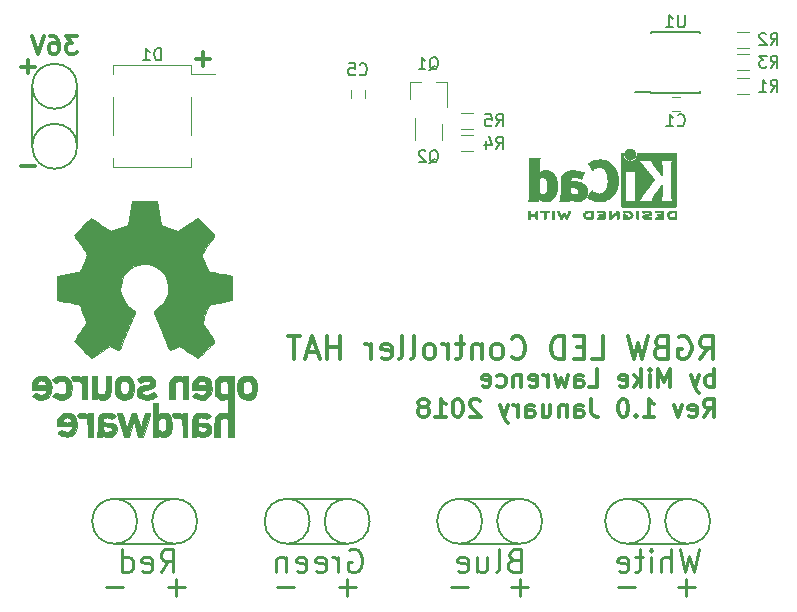
<source format=gbo>
G04 #@! TF.GenerationSoftware,KiCad,Pcbnew,(2018-01-11 revision 6f2beeb)-master*
G04 #@! TF.CreationDate,2018-01-26T06:56:05-06:00*
G04 #@! TF.ProjectId,RPi-HAT-RGBW-LED-Controller,5250692D4841542D524742572D4C4544,rev?*
G04 #@! TF.SameCoordinates,Original*
G04 #@! TF.FileFunction,Legend,Bot*
G04 #@! TF.FilePolarity,Positive*
%FSLAX46Y46*%
G04 Gerber Fmt 4.6, Leading zero omitted, Abs format (unit mm)*
G04 Created by KiCad (PCBNEW (2018-01-11 revision 6f2beeb)-master) date Friday, January 26, 2018 'AMt' 06:56:05 AM*
%MOMM*%
%LPD*%
G01*
G04 APERTURE LIST*
%ADD10C,0.304800*%
%ADD11C,0.254000*%
%ADD12C,0.152400*%
%ADD13C,0.150000*%
%ADD14C,0.120000*%
%ADD15C,0.010000*%
G04 APERTURE END LIST*
D10*
X27504571Y-49257857D02*
X26343428Y-49257857D01*
X27504571Y-40875857D02*
X26343428Y-40875857D01*
X26924000Y-41456428D02*
X26924000Y-40295285D01*
X31096857Y-38281428D02*
X30153428Y-38281428D01*
X30661428Y-38862000D01*
X30443714Y-38862000D01*
X30298571Y-38934571D01*
X30226000Y-39007142D01*
X30153428Y-39152285D01*
X30153428Y-39515142D01*
X30226000Y-39660285D01*
X30298571Y-39732857D01*
X30443714Y-39805428D01*
X30879142Y-39805428D01*
X31024285Y-39732857D01*
X31096857Y-39660285D01*
X28847142Y-38281428D02*
X29137428Y-38281428D01*
X29282571Y-38354000D01*
X29355142Y-38426571D01*
X29500285Y-38644285D01*
X29572857Y-38934571D01*
X29572857Y-39515142D01*
X29500285Y-39660285D01*
X29427714Y-39732857D01*
X29282571Y-39805428D01*
X28992285Y-39805428D01*
X28847142Y-39732857D01*
X28774571Y-39660285D01*
X28702000Y-39515142D01*
X28702000Y-39152285D01*
X28774571Y-39007142D01*
X28847142Y-38934571D01*
X28992285Y-38862000D01*
X29282571Y-38862000D01*
X29427714Y-38934571D01*
X29500285Y-39007142D01*
X29572857Y-39152285D01*
X28266571Y-38281428D02*
X27758571Y-39805428D01*
X27250571Y-38281428D01*
D11*
X83402714Y-84972071D02*
X81951285Y-84972071D01*
X82677000Y-85697785D02*
X82677000Y-84246357D01*
X78322714Y-84972071D02*
X76871285Y-84972071D01*
X83756500Y-81760785D02*
X83302928Y-83665785D01*
X82940071Y-82305071D01*
X82577214Y-83665785D01*
X82123642Y-81760785D01*
X81397928Y-83665785D02*
X81397928Y-81760785D01*
X80581500Y-83665785D02*
X80581500Y-82667928D01*
X80672214Y-82486500D01*
X80853642Y-82395785D01*
X81125785Y-82395785D01*
X81307214Y-82486500D01*
X81397928Y-82577214D01*
X79674357Y-83665785D02*
X79674357Y-82395785D01*
X79674357Y-81760785D02*
X79765071Y-81851500D01*
X79674357Y-81942214D01*
X79583642Y-81851500D01*
X79674357Y-81760785D01*
X79674357Y-81942214D01*
X79039357Y-82395785D02*
X78313642Y-82395785D01*
X78767214Y-81760785D02*
X78767214Y-83393642D01*
X78676500Y-83575071D01*
X78495071Y-83665785D01*
X78313642Y-83665785D01*
X76952928Y-83575071D02*
X77134357Y-83665785D01*
X77497214Y-83665785D01*
X77678642Y-83575071D01*
X77769357Y-83393642D01*
X77769357Y-82667928D01*
X77678642Y-82486500D01*
X77497214Y-82395785D01*
X77134357Y-82395785D01*
X76952928Y-82486500D01*
X76862214Y-82667928D01*
X76862214Y-82849357D01*
X77769357Y-83030785D01*
X69305714Y-84972071D02*
X67854285Y-84972071D01*
X68580000Y-85697785D02*
X68580000Y-84246357D01*
X64225714Y-84972071D02*
X62774285Y-84972071D01*
X68081071Y-82667928D02*
X67808928Y-82758642D01*
X67718214Y-82849357D01*
X67627500Y-83030785D01*
X67627500Y-83302928D01*
X67718214Y-83484357D01*
X67808928Y-83575071D01*
X67990357Y-83665785D01*
X68716071Y-83665785D01*
X68716071Y-81760785D01*
X68081071Y-81760785D01*
X67899642Y-81851500D01*
X67808928Y-81942214D01*
X67718214Y-82123642D01*
X67718214Y-82305071D01*
X67808928Y-82486500D01*
X67899642Y-82577214D01*
X68081071Y-82667928D01*
X68716071Y-82667928D01*
X66538928Y-83665785D02*
X66720357Y-83575071D01*
X66811071Y-83393642D01*
X66811071Y-81760785D01*
X64996785Y-82395785D02*
X64996785Y-83665785D01*
X65813214Y-82395785D02*
X65813214Y-83393642D01*
X65722500Y-83575071D01*
X65541071Y-83665785D01*
X65268928Y-83665785D01*
X65087500Y-83575071D01*
X64996785Y-83484357D01*
X63363928Y-83575071D02*
X63545357Y-83665785D01*
X63908214Y-83665785D01*
X64089642Y-83575071D01*
X64180357Y-83393642D01*
X64180357Y-82667928D01*
X64089642Y-82486500D01*
X63908214Y-82395785D01*
X63545357Y-82395785D01*
X63363928Y-82486500D01*
X63273214Y-82667928D01*
X63273214Y-82849357D01*
X64180357Y-83030785D01*
X54147357Y-81851500D02*
X54328785Y-81760785D01*
X54600928Y-81760785D01*
X54873071Y-81851500D01*
X55054500Y-82032928D01*
X55145214Y-82214357D01*
X55235928Y-82577214D01*
X55235928Y-82849357D01*
X55145214Y-83212214D01*
X55054500Y-83393642D01*
X54873071Y-83575071D01*
X54600928Y-83665785D01*
X54419500Y-83665785D01*
X54147357Y-83575071D01*
X54056642Y-83484357D01*
X54056642Y-82849357D01*
X54419500Y-82849357D01*
X53240214Y-83665785D02*
X53240214Y-82395785D01*
X53240214Y-82758642D02*
X53149500Y-82577214D01*
X53058785Y-82486500D01*
X52877357Y-82395785D01*
X52695928Y-82395785D01*
X51335214Y-83575071D02*
X51516642Y-83665785D01*
X51879500Y-83665785D01*
X52060928Y-83575071D01*
X52151642Y-83393642D01*
X52151642Y-82667928D01*
X52060928Y-82486500D01*
X51879500Y-82395785D01*
X51516642Y-82395785D01*
X51335214Y-82486500D01*
X51244500Y-82667928D01*
X51244500Y-82849357D01*
X52151642Y-83030785D01*
X49702357Y-83575071D02*
X49883785Y-83665785D01*
X50246642Y-83665785D01*
X50428071Y-83575071D01*
X50518785Y-83393642D01*
X50518785Y-82667928D01*
X50428071Y-82486500D01*
X50246642Y-82395785D01*
X49883785Y-82395785D01*
X49702357Y-82486500D01*
X49611642Y-82667928D01*
X49611642Y-82849357D01*
X50518785Y-83030785D01*
X48795214Y-82395785D02*
X48795214Y-83665785D01*
X48795214Y-82577214D02*
X48704500Y-82486500D01*
X48523071Y-82395785D01*
X48250928Y-82395785D01*
X48069500Y-82486500D01*
X47978785Y-82667928D01*
X47978785Y-83665785D01*
X49493714Y-84972071D02*
X48042285Y-84972071D01*
X54700714Y-84972071D02*
X53249285Y-84972071D01*
X53975000Y-85697785D02*
X53975000Y-84246357D01*
X38172571Y-83665785D02*
X38807571Y-82758642D01*
X39261142Y-83665785D02*
X39261142Y-81760785D01*
X38535428Y-81760785D01*
X38354000Y-81851500D01*
X38263285Y-81942214D01*
X38172571Y-82123642D01*
X38172571Y-82395785D01*
X38263285Y-82577214D01*
X38354000Y-82667928D01*
X38535428Y-82758642D01*
X39261142Y-82758642D01*
X36630428Y-83575071D02*
X36811857Y-83665785D01*
X37174714Y-83665785D01*
X37356142Y-83575071D01*
X37446857Y-83393642D01*
X37446857Y-82667928D01*
X37356142Y-82486500D01*
X37174714Y-82395785D01*
X36811857Y-82395785D01*
X36630428Y-82486500D01*
X36539714Y-82667928D01*
X36539714Y-82849357D01*
X37446857Y-83030785D01*
X34906857Y-83665785D02*
X34906857Y-81760785D01*
X34906857Y-83575071D02*
X35088285Y-83665785D01*
X35451142Y-83665785D01*
X35632571Y-83575071D01*
X35723285Y-83484357D01*
X35814000Y-83302928D01*
X35814000Y-82758642D01*
X35723285Y-82577214D01*
X35632571Y-82486500D01*
X35451142Y-82395785D01*
X35088285Y-82395785D01*
X34906857Y-82486500D01*
X38771285Y-84953928D02*
X40222714Y-84953928D01*
X39497000Y-84228214D02*
X39497000Y-85679642D01*
X33564285Y-84953928D02*
X35015714Y-84953928D01*
D10*
X42363571Y-40240857D02*
X41202428Y-40240857D01*
X41783000Y-40821428D02*
X41783000Y-39660285D01*
X85037022Y-67999428D02*
X85037022Y-66475428D01*
X85037022Y-67056000D02*
X84891880Y-66983428D01*
X84601594Y-66983428D01*
X84456451Y-67056000D01*
X84383880Y-67128571D01*
X84311308Y-67273714D01*
X84311308Y-67709142D01*
X84383880Y-67854285D01*
X84456451Y-67926857D01*
X84601594Y-67999428D01*
X84891880Y-67999428D01*
X85037022Y-67926857D01*
X83803308Y-66983428D02*
X83440451Y-67999428D01*
X83077594Y-66983428D02*
X83440451Y-67999428D01*
X83585594Y-68362285D01*
X83658165Y-68434857D01*
X83803308Y-68507428D01*
X81335880Y-67999428D02*
X81335880Y-66475428D01*
X80827880Y-67564000D01*
X80319880Y-66475428D01*
X80319880Y-67999428D01*
X79594165Y-67999428D02*
X79594165Y-66983428D01*
X79594165Y-66475428D02*
X79666737Y-66548000D01*
X79594165Y-66620571D01*
X79521594Y-66548000D01*
X79594165Y-66475428D01*
X79594165Y-66620571D01*
X78868451Y-67999428D02*
X78868451Y-66475428D01*
X78723308Y-67418857D02*
X78287880Y-67999428D01*
X78287880Y-66983428D02*
X78868451Y-67564000D01*
X77054165Y-67926857D02*
X77199308Y-67999428D01*
X77489594Y-67999428D01*
X77634737Y-67926857D01*
X77707308Y-67781714D01*
X77707308Y-67201142D01*
X77634737Y-67056000D01*
X77489594Y-66983428D01*
X77199308Y-66983428D01*
X77054165Y-67056000D01*
X76981594Y-67201142D01*
X76981594Y-67346285D01*
X77707308Y-67491428D01*
X74441594Y-67999428D02*
X75167308Y-67999428D01*
X75167308Y-66475428D01*
X73280451Y-67999428D02*
X73280451Y-67201142D01*
X73353022Y-67056000D01*
X73498165Y-66983428D01*
X73788451Y-66983428D01*
X73933594Y-67056000D01*
X73280451Y-67926857D02*
X73425594Y-67999428D01*
X73788451Y-67999428D01*
X73933594Y-67926857D01*
X74006165Y-67781714D01*
X74006165Y-67636571D01*
X73933594Y-67491428D01*
X73788451Y-67418857D01*
X73425594Y-67418857D01*
X73280451Y-67346285D01*
X72699880Y-66983428D02*
X72409594Y-67999428D01*
X72119308Y-67273714D01*
X71829022Y-67999428D01*
X71538737Y-66983428D01*
X70958165Y-67999428D02*
X70958165Y-66983428D01*
X70958165Y-67273714D02*
X70885594Y-67128571D01*
X70813022Y-67056000D01*
X70667880Y-66983428D01*
X70522737Y-66983428D01*
X69434165Y-67926857D02*
X69579308Y-67999428D01*
X69869594Y-67999428D01*
X70014737Y-67926857D01*
X70087308Y-67781714D01*
X70087308Y-67201142D01*
X70014737Y-67056000D01*
X69869594Y-66983428D01*
X69579308Y-66983428D01*
X69434165Y-67056000D01*
X69361594Y-67201142D01*
X69361594Y-67346285D01*
X70087308Y-67491428D01*
X68708451Y-66983428D02*
X68708451Y-67999428D01*
X68708451Y-67128571D02*
X68635880Y-67056000D01*
X68490737Y-66983428D01*
X68273022Y-66983428D01*
X68127880Y-67056000D01*
X68055308Y-67201142D01*
X68055308Y-67999428D01*
X66676451Y-67926857D02*
X66821594Y-67999428D01*
X67111880Y-67999428D01*
X67257022Y-67926857D01*
X67329594Y-67854285D01*
X67402165Y-67709142D01*
X67402165Y-67273714D01*
X67329594Y-67128571D01*
X67257022Y-67056000D01*
X67111880Y-66983428D01*
X66821594Y-66983428D01*
X66676451Y-67056000D01*
X65442737Y-67926857D02*
X65587880Y-67999428D01*
X65878165Y-67999428D01*
X66023308Y-67926857D01*
X66095880Y-67781714D01*
X66095880Y-67201142D01*
X66023308Y-67056000D01*
X65878165Y-66983428D01*
X65587880Y-66983428D01*
X65442737Y-67056000D01*
X65370165Y-67201142D01*
X65370165Y-67346285D01*
X66095880Y-67491428D01*
X84166165Y-70539428D02*
X84674165Y-69813714D01*
X85037022Y-70539428D02*
X85037022Y-69015428D01*
X84456451Y-69015428D01*
X84311308Y-69088000D01*
X84238737Y-69160571D01*
X84166165Y-69305714D01*
X84166165Y-69523428D01*
X84238737Y-69668571D01*
X84311308Y-69741142D01*
X84456451Y-69813714D01*
X85037022Y-69813714D01*
X82932451Y-70466857D02*
X83077594Y-70539428D01*
X83367880Y-70539428D01*
X83513022Y-70466857D01*
X83585594Y-70321714D01*
X83585594Y-69741142D01*
X83513022Y-69596000D01*
X83367880Y-69523428D01*
X83077594Y-69523428D01*
X82932451Y-69596000D01*
X82859880Y-69741142D01*
X82859880Y-69886285D01*
X83585594Y-70031428D01*
X82351880Y-69523428D02*
X81989022Y-70539428D01*
X81626165Y-69523428D01*
X79086165Y-70539428D02*
X79957022Y-70539428D01*
X79521594Y-70539428D02*
X79521594Y-69015428D01*
X79666737Y-69233142D01*
X79811880Y-69378285D01*
X79957022Y-69450857D01*
X78433022Y-70394285D02*
X78360451Y-70466857D01*
X78433022Y-70539428D01*
X78505594Y-70466857D01*
X78433022Y-70394285D01*
X78433022Y-70539428D01*
X77417022Y-69015428D02*
X77271880Y-69015428D01*
X77126737Y-69088000D01*
X77054165Y-69160571D01*
X76981594Y-69305714D01*
X76909022Y-69596000D01*
X76909022Y-69958857D01*
X76981594Y-70249142D01*
X77054165Y-70394285D01*
X77126737Y-70466857D01*
X77271880Y-70539428D01*
X77417022Y-70539428D01*
X77562165Y-70466857D01*
X77634737Y-70394285D01*
X77707308Y-70249142D01*
X77779880Y-69958857D01*
X77779880Y-69596000D01*
X77707308Y-69305714D01*
X77634737Y-69160571D01*
X77562165Y-69088000D01*
X77417022Y-69015428D01*
X74659308Y-69015428D02*
X74659308Y-70104000D01*
X74731880Y-70321714D01*
X74877022Y-70466857D01*
X75094737Y-70539428D01*
X75239880Y-70539428D01*
X73280451Y-70539428D02*
X73280451Y-69741142D01*
X73353022Y-69596000D01*
X73498165Y-69523428D01*
X73788451Y-69523428D01*
X73933594Y-69596000D01*
X73280451Y-70466857D02*
X73425594Y-70539428D01*
X73788451Y-70539428D01*
X73933594Y-70466857D01*
X74006165Y-70321714D01*
X74006165Y-70176571D01*
X73933594Y-70031428D01*
X73788451Y-69958857D01*
X73425594Y-69958857D01*
X73280451Y-69886285D01*
X72554737Y-69523428D02*
X72554737Y-70539428D01*
X72554737Y-69668571D02*
X72482165Y-69596000D01*
X72337022Y-69523428D01*
X72119308Y-69523428D01*
X71974165Y-69596000D01*
X71901594Y-69741142D01*
X71901594Y-70539428D01*
X70522737Y-69523428D02*
X70522737Y-70539428D01*
X71175880Y-69523428D02*
X71175880Y-70321714D01*
X71103308Y-70466857D01*
X70958165Y-70539428D01*
X70740451Y-70539428D01*
X70595308Y-70466857D01*
X70522737Y-70394285D01*
X69143880Y-70539428D02*
X69143880Y-69741142D01*
X69216451Y-69596000D01*
X69361594Y-69523428D01*
X69651880Y-69523428D01*
X69797022Y-69596000D01*
X69143880Y-70466857D02*
X69289022Y-70539428D01*
X69651880Y-70539428D01*
X69797022Y-70466857D01*
X69869594Y-70321714D01*
X69869594Y-70176571D01*
X69797022Y-70031428D01*
X69651880Y-69958857D01*
X69289022Y-69958857D01*
X69143880Y-69886285D01*
X68418165Y-70539428D02*
X68418165Y-69523428D01*
X68418165Y-69813714D02*
X68345594Y-69668571D01*
X68273022Y-69596000D01*
X68127880Y-69523428D01*
X67982737Y-69523428D01*
X67619880Y-69523428D02*
X67257022Y-70539428D01*
X66894165Y-69523428D02*
X67257022Y-70539428D01*
X67402165Y-70902285D01*
X67474737Y-70974857D01*
X67619880Y-71047428D01*
X65225022Y-69160571D02*
X65152451Y-69088000D01*
X65007308Y-69015428D01*
X64644451Y-69015428D01*
X64499308Y-69088000D01*
X64426737Y-69160571D01*
X64354165Y-69305714D01*
X64354165Y-69450857D01*
X64426737Y-69668571D01*
X65297594Y-70539428D01*
X64354165Y-70539428D01*
X63410737Y-69015428D02*
X63265594Y-69015428D01*
X63120451Y-69088000D01*
X63047880Y-69160571D01*
X62975308Y-69305714D01*
X62902737Y-69596000D01*
X62902737Y-69958857D01*
X62975308Y-70249142D01*
X63047880Y-70394285D01*
X63120451Y-70466857D01*
X63265594Y-70539428D01*
X63410737Y-70539428D01*
X63555880Y-70466857D01*
X63628451Y-70394285D01*
X63701022Y-70249142D01*
X63773594Y-69958857D01*
X63773594Y-69596000D01*
X63701022Y-69305714D01*
X63628451Y-69160571D01*
X63555880Y-69088000D01*
X63410737Y-69015428D01*
X61451308Y-70539428D02*
X62322165Y-70539428D01*
X61886737Y-70539428D02*
X61886737Y-69015428D01*
X62031880Y-69233142D01*
X62177022Y-69378285D01*
X62322165Y-69450857D01*
X60580451Y-69668571D02*
X60725594Y-69596000D01*
X60798165Y-69523428D01*
X60870737Y-69378285D01*
X60870737Y-69305714D01*
X60798165Y-69160571D01*
X60725594Y-69088000D01*
X60580451Y-69015428D01*
X60290165Y-69015428D01*
X60145022Y-69088000D01*
X60072451Y-69160571D01*
X59999880Y-69305714D01*
X59999880Y-69378285D01*
X60072451Y-69523428D01*
X60145022Y-69596000D01*
X60290165Y-69668571D01*
X60580451Y-69668571D01*
X60725594Y-69741142D01*
X60798165Y-69813714D01*
X60870737Y-69958857D01*
X60870737Y-70249142D01*
X60798165Y-70394285D01*
X60725594Y-70466857D01*
X60580451Y-70539428D01*
X60290165Y-70539428D01*
X60145022Y-70466857D01*
X60072451Y-70394285D01*
X59999880Y-70249142D01*
X59999880Y-69958857D01*
X60072451Y-69813714D01*
X60145022Y-69741142D01*
X60290165Y-69668571D01*
X83857737Y-65631785D02*
X84492737Y-64724642D01*
X84946308Y-65631785D02*
X84946308Y-63726785D01*
X84220594Y-63726785D01*
X84039165Y-63817500D01*
X83948451Y-63908214D01*
X83857737Y-64089642D01*
X83857737Y-64361785D01*
X83948451Y-64543214D01*
X84039165Y-64633928D01*
X84220594Y-64724642D01*
X84946308Y-64724642D01*
X82043451Y-63817500D02*
X82224880Y-63726785D01*
X82497022Y-63726785D01*
X82769165Y-63817500D01*
X82950594Y-63998928D01*
X83041308Y-64180357D01*
X83132022Y-64543214D01*
X83132022Y-64815357D01*
X83041308Y-65178214D01*
X82950594Y-65359642D01*
X82769165Y-65541071D01*
X82497022Y-65631785D01*
X82315594Y-65631785D01*
X82043451Y-65541071D01*
X81952737Y-65450357D01*
X81952737Y-64815357D01*
X82315594Y-64815357D01*
X80501308Y-64633928D02*
X80229165Y-64724642D01*
X80138451Y-64815357D01*
X80047737Y-64996785D01*
X80047737Y-65268928D01*
X80138451Y-65450357D01*
X80229165Y-65541071D01*
X80410594Y-65631785D01*
X81136308Y-65631785D01*
X81136308Y-63726785D01*
X80501308Y-63726785D01*
X80319880Y-63817500D01*
X80229165Y-63908214D01*
X80138451Y-64089642D01*
X80138451Y-64271071D01*
X80229165Y-64452500D01*
X80319880Y-64543214D01*
X80501308Y-64633928D01*
X81136308Y-64633928D01*
X79412737Y-63726785D02*
X78959165Y-65631785D01*
X78596308Y-64271071D01*
X78233451Y-65631785D01*
X77779880Y-63726785D01*
X74695594Y-65631785D02*
X75602737Y-65631785D01*
X75602737Y-63726785D01*
X74060594Y-64633928D02*
X73425594Y-64633928D01*
X73153451Y-65631785D02*
X74060594Y-65631785D01*
X74060594Y-63726785D01*
X73153451Y-63726785D01*
X72337022Y-65631785D02*
X72337022Y-63726785D01*
X71883451Y-63726785D01*
X71611308Y-63817500D01*
X71429880Y-63998928D01*
X71339165Y-64180357D01*
X71248451Y-64543214D01*
X71248451Y-64815357D01*
X71339165Y-65178214D01*
X71429880Y-65359642D01*
X71611308Y-65541071D01*
X71883451Y-65631785D01*
X72337022Y-65631785D01*
X67892022Y-65450357D02*
X67982737Y-65541071D01*
X68254880Y-65631785D01*
X68436308Y-65631785D01*
X68708451Y-65541071D01*
X68889880Y-65359642D01*
X68980594Y-65178214D01*
X69071308Y-64815357D01*
X69071308Y-64543214D01*
X68980594Y-64180357D01*
X68889880Y-63998928D01*
X68708451Y-63817500D01*
X68436308Y-63726785D01*
X68254880Y-63726785D01*
X67982737Y-63817500D01*
X67892022Y-63908214D01*
X66803451Y-65631785D02*
X66984880Y-65541071D01*
X67075594Y-65450357D01*
X67166308Y-65268928D01*
X67166308Y-64724642D01*
X67075594Y-64543214D01*
X66984880Y-64452500D01*
X66803451Y-64361785D01*
X66531308Y-64361785D01*
X66349880Y-64452500D01*
X66259165Y-64543214D01*
X66168451Y-64724642D01*
X66168451Y-65268928D01*
X66259165Y-65450357D01*
X66349880Y-65541071D01*
X66531308Y-65631785D01*
X66803451Y-65631785D01*
X65352022Y-64361785D02*
X65352022Y-65631785D01*
X65352022Y-64543214D02*
X65261308Y-64452500D01*
X65079880Y-64361785D01*
X64807737Y-64361785D01*
X64626308Y-64452500D01*
X64535594Y-64633928D01*
X64535594Y-65631785D01*
X63900594Y-64361785D02*
X63174880Y-64361785D01*
X63628451Y-63726785D02*
X63628451Y-65359642D01*
X63537737Y-65541071D01*
X63356308Y-65631785D01*
X63174880Y-65631785D01*
X62539880Y-65631785D02*
X62539880Y-64361785D01*
X62539880Y-64724642D02*
X62449165Y-64543214D01*
X62358451Y-64452500D01*
X62177022Y-64361785D01*
X61995594Y-64361785D01*
X61088451Y-65631785D02*
X61269880Y-65541071D01*
X61360594Y-65450357D01*
X61451308Y-65268928D01*
X61451308Y-64724642D01*
X61360594Y-64543214D01*
X61269880Y-64452500D01*
X61088451Y-64361785D01*
X60816308Y-64361785D01*
X60634880Y-64452500D01*
X60544165Y-64543214D01*
X60453451Y-64724642D01*
X60453451Y-65268928D01*
X60544165Y-65450357D01*
X60634880Y-65541071D01*
X60816308Y-65631785D01*
X61088451Y-65631785D01*
X59364880Y-65631785D02*
X59546308Y-65541071D01*
X59637022Y-65359642D01*
X59637022Y-63726785D01*
X58367022Y-65631785D02*
X58548451Y-65541071D01*
X58639165Y-65359642D01*
X58639165Y-63726785D01*
X56915594Y-65541071D02*
X57097022Y-65631785D01*
X57459880Y-65631785D01*
X57641308Y-65541071D01*
X57732022Y-65359642D01*
X57732022Y-64633928D01*
X57641308Y-64452500D01*
X57459880Y-64361785D01*
X57097022Y-64361785D01*
X56915594Y-64452500D01*
X56824880Y-64633928D01*
X56824880Y-64815357D01*
X57732022Y-64996785D01*
X56008451Y-65631785D02*
X56008451Y-64361785D01*
X56008451Y-64724642D02*
X55917737Y-64543214D01*
X55827022Y-64452500D01*
X55645594Y-64361785D01*
X55464165Y-64361785D01*
X53377737Y-65631785D02*
X53377737Y-63726785D01*
X53377737Y-64633928D02*
X52289165Y-64633928D01*
X52289165Y-65631785D02*
X52289165Y-63726785D01*
X51472737Y-65087500D02*
X50565594Y-65087500D01*
X51654165Y-65631785D02*
X51019165Y-63726785D01*
X50384165Y-65631785D01*
X50021308Y-63726785D02*
X48932737Y-63726785D01*
X49477022Y-65631785D02*
X49477022Y-63726785D01*
D12*
X82804000Y-77470000D02*
X77724000Y-77470000D01*
X82804000Y-81280000D02*
X77724000Y-81280000D01*
X79629000Y-79375000D02*
G75*
G03X79629000Y-79375000I-1905000J0D01*
G01*
X84709000Y-79375000D02*
G75*
G03X84709000Y-79375000I-1905000J0D01*
G01*
X39370000Y-77470000D02*
X34290000Y-77470000D01*
X39370000Y-81280000D02*
X34290000Y-81280000D01*
X36195000Y-79375000D02*
G75*
G03X36195000Y-79375000I-1905000J0D01*
G01*
X41275000Y-79375000D02*
G75*
G03X41275000Y-79375000I-1905000J0D01*
G01*
X53975000Y-77470000D02*
X48895000Y-77470000D01*
X53975000Y-81280000D02*
X48895000Y-81280000D01*
X50800000Y-79375000D02*
G75*
G03X50800000Y-79375000I-1905000J0D01*
G01*
X55880000Y-79375000D02*
G75*
G03X55880000Y-79375000I-1905000J0D01*
G01*
X68580000Y-77470000D02*
X63500000Y-77470000D01*
X68580000Y-81280000D02*
X63500000Y-81280000D01*
X65405000Y-79375000D02*
G75*
G03X65405000Y-79375000I-1905000J0D01*
G01*
X70485000Y-79375000D02*
G75*
G03X70485000Y-79375000I-1905000J0D01*
G01*
X31115000Y-47625000D02*
X31115000Y-42545000D01*
X27305000Y-47625000D02*
X27305000Y-42545000D01*
X31115000Y-42545000D02*
G75*
G03X31115000Y-42545000I-1905000J0D01*
G01*
X31115000Y-47625000D02*
G75*
G03X31115000Y-47625000I-1905000J0D01*
G01*
D13*
X79713000Y-43076736D02*
X79713000Y-43026736D01*
X83863000Y-43076736D02*
X83863000Y-42931736D01*
X83863000Y-37926736D02*
X83863000Y-38071736D01*
X79713000Y-37926736D02*
X79713000Y-38071736D01*
X79713000Y-43076736D02*
X83863000Y-43076736D01*
X79713000Y-37926736D02*
X83863000Y-37926736D01*
X79713000Y-43026736D02*
X78313000Y-43026736D01*
D14*
X82138000Y-43469000D02*
X81438000Y-43469000D01*
X81438000Y-44669000D02*
X82138000Y-44669000D01*
X87003000Y-43225000D02*
X88003000Y-43225000D01*
X88003000Y-41865000D02*
X87003000Y-41865000D01*
X87003000Y-39276736D02*
X88003000Y-39276736D01*
X88003000Y-37916736D02*
X87003000Y-37916736D01*
X87003000Y-41193000D02*
X88003000Y-41193000D01*
X88003000Y-39833000D02*
X87003000Y-39833000D01*
X59287000Y-42161000D02*
X60217000Y-42161000D01*
X62447000Y-42161000D02*
X61517000Y-42161000D01*
X62447000Y-42161000D02*
X62447000Y-44321000D01*
X59287000Y-42161000D02*
X59287000Y-43621000D01*
X59707000Y-47121000D02*
X59707000Y-45221000D01*
X62027000Y-45721000D02*
X62027000Y-47121000D01*
X64635000Y-46691000D02*
X63635000Y-46691000D01*
X63635000Y-48051000D02*
X64635000Y-48051000D01*
X64635000Y-44786000D02*
X63635000Y-44786000D01*
X63635000Y-46146000D02*
X64635000Y-46146000D01*
X55464000Y-43530000D02*
X55464000Y-42830000D01*
X54264000Y-42830000D02*
X54264000Y-43530000D01*
X34163000Y-40767000D02*
X34163000Y-40767000D01*
X34163000Y-41529000D02*
X34163000Y-40767000D01*
X42799000Y-41529000D02*
X42799000Y-41529000D01*
X40767000Y-41529000D02*
X42799000Y-41529000D01*
X40767000Y-40767000D02*
X40767000Y-41529000D01*
X40765000Y-48585000D02*
X40765000Y-49385000D01*
X40765000Y-49385000D02*
X34165000Y-49385000D01*
X34165000Y-49385000D02*
X34165000Y-48585000D01*
X40765000Y-43485000D02*
X40765000Y-46685000D01*
X34165000Y-43485000D02*
X34165000Y-46685000D01*
X40765000Y-40785000D02*
X34165000Y-40785000D01*
D15*
G36*
X43150808Y-67095166D02*
X43063015Y-67138540D01*
X42954751Y-67214122D01*
X42875845Y-67296542D01*
X42821805Y-67400037D01*
X42788141Y-67538843D01*
X42770363Y-67727194D01*
X42763980Y-67979328D01*
X42763607Y-68087724D01*
X42764696Y-68325287D01*
X42769222Y-68495068D01*
X42779068Y-68612550D01*
X42796118Y-68693215D01*
X42822259Y-68752545D01*
X42849458Y-68793020D01*
X43023080Y-68965225D01*
X43227538Y-69068806D01*
X43448104Y-69099960D01*
X43670046Y-69054885D01*
X43740360Y-69023009D01*
X43908689Y-68935271D01*
X43908689Y-70310172D01*
X43785838Y-70246643D01*
X43623967Y-70197491D01*
X43425005Y-70184900D01*
X43226328Y-70208147D01*
X43076290Y-70260370D01*
X42951841Y-70359826D01*
X42845508Y-70502143D01*
X42837513Y-70516755D01*
X42803793Y-70585582D01*
X42779166Y-70654956D01*
X42762214Y-70738996D01*
X42751519Y-70851816D01*
X42745662Y-71007533D01*
X42743227Y-71220265D01*
X42742787Y-71459664D01*
X42742787Y-72223443D01*
X43200820Y-72223443D01*
X43200820Y-70815108D01*
X43328933Y-70707308D01*
X43462018Y-70621079D01*
X43588048Y-70605401D01*
X43714778Y-70645747D01*
X43782317Y-70685254D01*
X43832586Y-70741527D01*
X43868338Y-70826572D01*
X43892328Y-70952394D01*
X43907311Y-71130998D01*
X43916040Y-71374391D01*
X43919114Y-71536394D01*
X43929508Y-72202623D01*
X44148115Y-72215209D01*
X44366721Y-72227795D01*
X44366721Y-68093464D01*
X43908689Y-68093464D01*
X43897011Y-68323953D01*
X43857662Y-68483950D01*
X43784166Y-68583497D01*
X43670049Y-68632639D01*
X43554754Y-68642459D01*
X43424238Y-68631175D01*
X43337617Y-68586764D01*
X43283451Y-68528081D01*
X43240810Y-68464962D01*
X43215426Y-68394645D01*
X43204131Y-68296123D01*
X43203760Y-68148387D01*
X43207560Y-68024683D01*
X43216288Y-67838328D01*
X43229280Y-67715982D01*
X43251159Y-67638377D01*
X43286546Y-67586245D01*
X43319941Y-67556111D01*
X43459475Y-67490399D01*
X43624619Y-67479787D01*
X43719446Y-67502423D01*
X43813334Y-67582881D01*
X43875526Y-67739392D01*
X43905669Y-67970852D01*
X43908689Y-68093464D01*
X44366721Y-68093464D01*
X44366721Y-67060164D01*
X44137705Y-67060164D01*
X44000206Y-67065602D01*
X43929267Y-67084909D01*
X43908697Y-67122576D01*
X43908689Y-67123692D01*
X43899145Y-67160581D01*
X43857051Y-67156393D01*
X43773361Y-67115859D01*
X43578354Y-67053850D01*
X43358954Y-67047332D01*
X43150808Y-67095166D01*
X43150808Y-67095166D01*
G37*
X43150808Y-67095166D02*
X43063015Y-67138540D01*
X42954751Y-67214122D01*
X42875845Y-67296542D01*
X42821805Y-67400037D01*
X42788141Y-67538843D01*
X42770363Y-67727194D01*
X42763980Y-67979328D01*
X42763607Y-68087724D01*
X42764696Y-68325287D01*
X42769222Y-68495068D01*
X42779068Y-68612550D01*
X42796118Y-68693215D01*
X42822259Y-68752545D01*
X42849458Y-68793020D01*
X43023080Y-68965225D01*
X43227538Y-69068806D01*
X43448104Y-69099960D01*
X43670046Y-69054885D01*
X43740360Y-69023009D01*
X43908689Y-68935271D01*
X43908689Y-70310172D01*
X43785838Y-70246643D01*
X43623967Y-70197491D01*
X43425005Y-70184900D01*
X43226328Y-70208147D01*
X43076290Y-70260370D01*
X42951841Y-70359826D01*
X42845508Y-70502143D01*
X42837513Y-70516755D01*
X42803793Y-70585582D01*
X42779166Y-70654956D01*
X42762214Y-70738996D01*
X42751519Y-70851816D01*
X42745662Y-71007533D01*
X42743227Y-71220265D01*
X42742787Y-71459664D01*
X42742787Y-72223443D01*
X43200820Y-72223443D01*
X43200820Y-70815108D01*
X43328933Y-70707308D01*
X43462018Y-70621079D01*
X43588048Y-70605401D01*
X43714778Y-70645747D01*
X43782317Y-70685254D01*
X43832586Y-70741527D01*
X43868338Y-70826572D01*
X43892328Y-70952394D01*
X43907311Y-71130998D01*
X43916040Y-71374391D01*
X43919114Y-71536394D01*
X43929508Y-72202623D01*
X44148115Y-72215209D01*
X44366721Y-72227795D01*
X44366721Y-68093464D01*
X43908689Y-68093464D01*
X43897011Y-68323953D01*
X43857662Y-68483950D01*
X43784166Y-68583497D01*
X43670049Y-68632639D01*
X43554754Y-68642459D01*
X43424238Y-68631175D01*
X43337617Y-68586764D01*
X43283451Y-68528081D01*
X43240810Y-68464962D01*
X43215426Y-68394645D01*
X43204131Y-68296123D01*
X43203760Y-68148387D01*
X43207560Y-68024683D01*
X43216288Y-67838328D01*
X43229280Y-67715982D01*
X43251159Y-67638377D01*
X43286546Y-67586245D01*
X43319941Y-67556111D01*
X43459475Y-67490399D01*
X43624619Y-67479787D01*
X43719446Y-67502423D01*
X43813334Y-67582881D01*
X43875526Y-67739392D01*
X43905669Y-67970852D01*
X43908689Y-68093464D01*
X44366721Y-68093464D01*
X44366721Y-67060164D01*
X44137705Y-67060164D01*
X44000206Y-67065602D01*
X43929267Y-67084909D01*
X43908697Y-67122576D01*
X43908689Y-67123692D01*
X43899145Y-67160581D01*
X43857051Y-67156393D01*
X43773361Y-67115859D01*
X43578354Y-67053850D01*
X43358954Y-67047332D01*
X43150808Y-67095166D01*
G36*
X41413779Y-70199247D02*
X41217889Y-70251514D01*
X41068767Y-70346253D01*
X40963535Y-70470338D01*
X40930821Y-70523296D01*
X40906669Y-70578768D01*
X40889784Y-70649730D01*
X40878873Y-70749154D01*
X40872640Y-70890016D01*
X40869791Y-71085289D01*
X40869032Y-71347948D01*
X40869016Y-71417633D01*
X40869016Y-72223443D01*
X41068885Y-72223443D01*
X41196370Y-72214515D01*
X41290634Y-72191896D01*
X41314251Y-72177946D01*
X41378815Y-72153870D01*
X41444759Y-72177946D01*
X41553332Y-72208003D01*
X41711042Y-72220100D01*
X41885844Y-72214851D01*
X42045693Y-72192869D01*
X42139016Y-72164663D01*
X42319609Y-72048731D01*
X42432470Y-71887847D01*
X42483209Y-71673936D01*
X42483680Y-71668443D01*
X42479227Y-71573547D01*
X42076557Y-71573547D01*
X42041354Y-71681484D01*
X41984014Y-71742229D01*
X41868913Y-71788172D01*
X41716986Y-71806512D01*
X41562061Y-71797485D01*
X41437964Y-71761332D01*
X41403197Y-71738137D01*
X41342444Y-71630960D01*
X41327049Y-71509120D01*
X41327049Y-71349017D01*
X41557403Y-71349017D01*
X41776241Y-71365863D01*
X41942137Y-71413593D01*
X42045338Y-71487986D01*
X42076557Y-71573547D01*
X42479227Y-71573547D01*
X42472713Y-71434731D01*
X42395631Y-71249946D01*
X42250714Y-71110206D01*
X42230683Y-71097495D01*
X42144610Y-71056105D01*
X42038073Y-71031041D01*
X41889141Y-71018858D01*
X41712213Y-71016057D01*
X41327049Y-71015902D01*
X41327049Y-70854443D01*
X41343387Y-70729168D01*
X41385078Y-70645241D01*
X41389959Y-70640773D01*
X41482736Y-70604059D01*
X41622784Y-70589828D01*
X41777555Y-70596821D01*
X41914499Y-70623780D01*
X41995759Y-70664212D01*
X42039790Y-70696601D01*
X42086285Y-70702784D01*
X42150451Y-70676248D01*
X42247495Y-70610479D01*
X42392626Y-70498963D01*
X42405947Y-70488516D01*
X42399121Y-70449862D01*
X42342178Y-70385572D01*
X42255630Y-70314131D01*
X42159992Y-70254021D01*
X42129944Y-70239827D01*
X42020341Y-70211503D01*
X41859735Y-70191300D01*
X41680302Y-70183196D01*
X41671911Y-70183180D01*
X41413779Y-70199247D01*
X41413779Y-70199247D01*
G37*
X41413779Y-70199247D02*
X41217889Y-70251514D01*
X41068767Y-70346253D01*
X40963535Y-70470338D01*
X40930821Y-70523296D01*
X40906669Y-70578768D01*
X40889784Y-70649730D01*
X40878873Y-70749154D01*
X40872640Y-70890016D01*
X40869791Y-71085289D01*
X40869032Y-71347948D01*
X40869016Y-71417633D01*
X40869016Y-72223443D01*
X41068885Y-72223443D01*
X41196370Y-72214515D01*
X41290634Y-72191896D01*
X41314251Y-72177946D01*
X41378815Y-72153870D01*
X41444759Y-72177946D01*
X41553332Y-72208003D01*
X41711042Y-72220100D01*
X41885844Y-72214851D01*
X42045693Y-72192869D01*
X42139016Y-72164663D01*
X42319609Y-72048731D01*
X42432470Y-71887847D01*
X42483209Y-71673936D01*
X42483680Y-71668443D01*
X42479227Y-71573547D01*
X42076557Y-71573547D01*
X42041354Y-71681484D01*
X41984014Y-71742229D01*
X41868913Y-71788172D01*
X41716986Y-71806512D01*
X41562061Y-71797485D01*
X41437964Y-71761332D01*
X41403197Y-71738137D01*
X41342444Y-71630960D01*
X41327049Y-71509120D01*
X41327049Y-71349017D01*
X41557403Y-71349017D01*
X41776241Y-71365863D01*
X41942137Y-71413593D01*
X42045338Y-71487986D01*
X42076557Y-71573547D01*
X42479227Y-71573547D01*
X42472713Y-71434731D01*
X42395631Y-71249946D01*
X42250714Y-71110206D01*
X42230683Y-71097495D01*
X42144610Y-71056105D01*
X42038073Y-71031041D01*
X41889141Y-71018858D01*
X41712213Y-71016057D01*
X41327049Y-71015902D01*
X41327049Y-70854443D01*
X41343387Y-70729168D01*
X41385078Y-70645241D01*
X41389959Y-70640773D01*
X41482736Y-70604059D01*
X41622784Y-70589828D01*
X41777555Y-70596821D01*
X41914499Y-70623780D01*
X41995759Y-70664212D01*
X42039790Y-70696601D01*
X42086285Y-70702784D01*
X42150451Y-70676248D01*
X42247495Y-70610479D01*
X42392626Y-70498963D01*
X42405947Y-70488516D01*
X42399121Y-70449862D01*
X42342178Y-70385572D01*
X42255630Y-70314131D01*
X42159992Y-70254021D01*
X42129944Y-70239827D01*
X42020341Y-70211503D01*
X41859735Y-70191300D01*
X41680302Y-70183196D01*
X41671911Y-70183180D01*
X41413779Y-70199247D01*
G36*
X40119475Y-70187540D02*
X40057163Y-70206218D01*
X40037075Y-70247255D01*
X40036230Y-70265782D01*
X40032625Y-70317383D01*
X40007800Y-70325484D01*
X39940737Y-70290108D01*
X39900902Y-70265937D01*
X39775227Y-70214175D01*
X39625123Y-70188581D01*
X39467737Y-70186613D01*
X39320214Y-70205729D01*
X39199700Y-70243387D01*
X39123340Y-70297044D01*
X39108281Y-70364158D01*
X39115881Y-70382333D01*
X39171282Y-70457777D01*
X39257190Y-70550568D01*
X39272728Y-70565568D01*
X39354612Y-70634540D01*
X39425263Y-70656825D01*
X39524068Y-70641272D01*
X39563652Y-70630938D01*
X39686828Y-70606116D01*
X39773436Y-70617278D01*
X39846576Y-70656646D01*
X39913574Y-70709479D01*
X39962918Y-70775924D01*
X39997209Y-70868652D01*
X40019048Y-71000334D01*
X40031034Y-71183641D01*
X40035769Y-71431246D01*
X40036230Y-71580744D01*
X40036230Y-72223443D01*
X40452623Y-72223443D01*
X40452623Y-70183115D01*
X40244426Y-70183115D01*
X40119475Y-70187540D01*
X40119475Y-70187540D01*
G37*
X40119475Y-70187540D02*
X40057163Y-70206218D01*
X40037075Y-70247255D01*
X40036230Y-70265782D01*
X40032625Y-70317383D01*
X40007800Y-70325484D01*
X39940737Y-70290108D01*
X39900902Y-70265937D01*
X39775227Y-70214175D01*
X39625123Y-70188581D01*
X39467737Y-70186613D01*
X39320214Y-70205729D01*
X39199700Y-70243387D01*
X39123340Y-70297044D01*
X39108281Y-70364158D01*
X39115881Y-70382333D01*
X39171282Y-70457777D01*
X39257190Y-70550568D01*
X39272728Y-70565568D01*
X39354612Y-70634540D01*
X39425263Y-70656825D01*
X39524068Y-70641272D01*
X39563652Y-70630938D01*
X39686828Y-70606116D01*
X39773436Y-70617278D01*
X39846576Y-70656646D01*
X39913574Y-70709479D01*
X39962918Y-70775924D01*
X39997209Y-70868652D01*
X40019048Y-71000334D01*
X40031034Y-71183641D01*
X40035769Y-71431246D01*
X40036230Y-71580744D01*
X40036230Y-72223443D01*
X40452623Y-72223443D01*
X40452623Y-70183115D01*
X40244426Y-70183115D01*
X40119475Y-70187540D01*
G36*
X37496230Y-72223443D02*
X37725246Y-72223443D01*
X37858175Y-72219546D01*
X37927405Y-72203407D01*
X37952332Y-72168354D01*
X37954262Y-72144653D01*
X37958466Y-72097123D01*
X37984974Y-72088008D01*
X38054633Y-72117308D01*
X38108804Y-72144653D01*
X38316777Y-72209451D01*
X38542853Y-72213201D01*
X38726655Y-72164873D01*
X38897813Y-72048118D01*
X39028284Y-71875781D01*
X39099727Y-71672506D01*
X39101546Y-71661141D01*
X39112161Y-71537136D01*
X39117440Y-71359117D01*
X39117016Y-71224480D01*
X38662172Y-71224480D01*
X38651635Y-71403428D01*
X38627666Y-71550924D01*
X38595217Y-71634217D01*
X38472456Y-71748041D01*
X38326701Y-71788845D01*
X38176393Y-71755848D01*
X38047951Y-71657422D01*
X37999308Y-71591224D01*
X37970866Y-71512231D01*
X37957544Y-71396926D01*
X37954262Y-71223736D01*
X37960135Y-71052229D01*
X37975647Y-70901540D01*
X37997638Y-70800698D01*
X38001303Y-70791659D01*
X38089988Y-70684195D01*
X38219428Y-70625195D01*
X38364257Y-70615669D01*
X38499109Y-70656626D01*
X38598617Y-70749076D01*
X38608940Y-70767473D01*
X38641250Y-70879646D01*
X38658852Y-71040934D01*
X38662172Y-71224480D01*
X39117016Y-71224480D01*
X39116800Y-71156212D01*
X39113806Y-71047010D01*
X39093442Y-70776856D01*
X39051117Y-70574024D01*
X38980706Y-70424077D01*
X38876088Y-70312579D01*
X38774521Y-70247127D01*
X38632616Y-70201117D01*
X38456121Y-70185336D01*
X38275393Y-70198190D01*
X38120787Y-70238081D01*
X38039101Y-70285801D01*
X37954262Y-70362579D01*
X37954262Y-69391967D01*
X37496230Y-69391967D01*
X37496230Y-72223443D01*
X37496230Y-72223443D01*
G37*
X37496230Y-72223443D02*
X37725246Y-72223443D01*
X37858175Y-72219546D01*
X37927405Y-72203407D01*
X37952332Y-72168354D01*
X37954262Y-72144653D01*
X37958466Y-72097123D01*
X37984974Y-72088008D01*
X38054633Y-72117308D01*
X38108804Y-72144653D01*
X38316777Y-72209451D01*
X38542853Y-72213201D01*
X38726655Y-72164873D01*
X38897813Y-72048118D01*
X39028284Y-71875781D01*
X39099727Y-71672506D01*
X39101546Y-71661141D01*
X39112161Y-71537136D01*
X39117440Y-71359117D01*
X39117016Y-71224480D01*
X38662172Y-71224480D01*
X38651635Y-71403428D01*
X38627666Y-71550924D01*
X38595217Y-71634217D01*
X38472456Y-71748041D01*
X38326701Y-71788845D01*
X38176393Y-71755848D01*
X38047951Y-71657422D01*
X37999308Y-71591224D01*
X37970866Y-71512231D01*
X37957544Y-71396926D01*
X37954262Y-71223736D01*
X37960135Y-71052229D01*
X37975647Y-70901540D01*
X37997638Y-70800698D01*
X38001303Y-70791659D01*
X38089988Y-70684195D01*
X38219428Y-70625195D01*
X38364257Y-70615669D01*
X38499109Y-70656626D01*
X38598617Y-70749076D01*
X38608940Y-70767473D01*
X38641250Y-70879646D01*
X38658852Y-71040934D01*
X38662172Y-71224480D01*
X39117016Y-71224480D01*
X39116800Y-71156212D01*
X39113806Y-71047010D01*
X39093442Y-70776856D01*
X39051117Y-70574024D01*
X38980706Y-70424077D01*
X38876088Y-70312579D01*
X38774521Y-70247127D01*
X38632616Y-70201117D01*
X38456121Y-70185336D01*
X38275393Y-70198190D01*
X38120787Y-70238081D01*
X38039101Y-70285801D01*
X37954262Y-70362579D01*
X37954262Y-69391967D01*
X37496230Y-69391967D01*
X37496230Y-72223443D01*
G36*
X35733058Y-70203935D02*
X35517752Y-70849344D01*
X35302445Y-71494754D01*
X35234936Y-71265738D01*
X35194309Y-71124204D01*
X35140867Y-70932936D01*
X35083158Y-70722693D01*
X35052645Y-70609918D01*
X34937864Y-70183115D01*
X34464313Y-70183115D01*
X34605861Y-70630738D01*
X34675567Y-70850903D01*
X34759777Y-71116471D01*
X34847719Y-71393492D01*
X34926228Y-71640492D01*
X35105048Y-72202623D01*
X35298118Y-72215185D01*
X35491189Y-72227746D01*
X35595882Y-71882070D01*
X35660447Y-71667335D01*
X35730908Y-71430604D01*
X35792489Y-71221526D01*
X35794919Y-71213205D01*
X35840915Y-71071537D01*
X35881497Y-70974874D01*
X35909920Y-70938321D01*
X35915761Y-70942549D01*
X35936262Y-70999217D01*
X35975215Y-71120605D01*
X36027878Y-71291448D01*
X36089509Y-71496482D01*
X36122857Y-71609262D01*
X36303454Y-72223443D01*
X36686733Y-72223443D01*
X36993133Y-71255328D01*
X37079209Y-70983759D01*
X37157620Y-70737138D01*
X37224661Y-70527048D01*
X37276631Y-70365076D01*
X37309826Y-70262808D01*
X37319916Y-70232928D01*
X37311928Y-70202334D01*
X37249208Y-70188935D01*
X37118685Y-70190275D01*
X37098253Y-70191288D01*
X36856208Y-70203935D01*
X36697683Y-70786885D01*
X36639415Y-70999486D01*
X36587345Y-71186377D01*
X36546056Y-71331331D01*
X36520134Y-71418120D01*
X36515344Y-71432269D01*
X36495496Y-71415998D01*
X36455470Y-71331697D01*
X36399862Y-71190842D01*
X36333269Y-71004911D01*
X36276976Y-70836956D01*
X36062422Y-70179209D01*
X35733058Y-70203935D01*
X35733058Y-70203935D01*
G37*
X35733058Y-70203935D02*
X35517752Y-70849344D01*
X35302445Y-71494754D01*
X35234936Y-71265738D01*
X35194309Y-71124204D01*
X35140867Y-70932936D01*
X35083158Y-70722693D01*
X35052645Y-70609918D01*
X34937864Y-70183115D01*
X34464313Y-70183115D01*
X34605861Y-70630738D01*
X34675567Y-70850903D01*
X34759777Y-71116471D01*
X34847719Y-71393492D01*
X34926228Y-71640492D01*
X35105048Y-72202623D01*
X35298118Y-72215185D01*
X35491189Y-72227746D01*
X35595882Y-71882070D01*
X35660447Y-71667335D01*
X35730908Y-71430604D01*
X35792489Y-71221526D01*
X35794919Y-71213205D01*
X35840915Y-71071537D01*
X35881497Y-70974874D01*
X35909920Y-70938321D01*
X35915761Y-70942549D01*
X35936262Y-70999217D01*
X35975215Y-71120605D01*
X36027878Y-71291448D01*
X36089509Y-71496482D01*
X36122857Y-71609262D01*
X36303454Y-72223443D01*
X36686733Y-72223443D01*
X36993133Y-71255328D01*
X37079209Y-70983759D01*
X37157620Y-70737138D01*
X37224661Y-70527048D01*
X37276631Y-70365076D01*
X37309826Y-70262808D01*
X37319916Y-70232928D01*
X37311928Y-70202334D01*
X37249208Y-70188935D01*
X37118685Y-70190275D01*
X37098253Y-70191288D01*
X36856208Y-70203935D01*
X36697683Y-70786885D01*
X36639415Y-70999486D01*
X36587345Y-71186377D01*
X36546056Y-71331331D01*
X36520134Y-71418120D01*
X36515344Y-71432269D01*
X36495496Y-71415998D01*
X36455470Y-71331697D01*
X36399862Y-71190842D01*
X36333269Y-71004911D01*
X36276976Y-70836956D01*
X36062422Y-70179209D01*
X35733058Y-70203935D01*
G36*
X33391330Y-70195480D02*
X33215821Y-70238109D01*
X33165088Y-70260693D01*
X33066746Y-70319847D01*
X32991273Y-70386472D01*
X32935429Y-70472135D01*
X32895974Y-70588405D01*
X32869668Y-70746848D01*
X32853271Y-70959034D01*
X32843543Y-71236529D01*
X32839849Y-71421885D01*
X32826255Y-72223443D01*
X33058456Y-72223443D01*
X33199323Y-72217536D01*
X33271898Y-72197350D01*
X33290656Y-72163453D01*
X33300559Y-72126799D01*
X33344834Y-72133807D01*
X33405164Y-72163197D01*
X33556197Y-72208246D01*
X33750307Y-72220385D01*
X33954469Y-72200529D01*
X34135660Y-72149592D01*
X34151911Y-72142522D01*
X34317509Y-72026188D01*
X34426676Y-71864467D01*
X34476909Y-71675430D01*
X34473072Y-71607515D01*
X34063237Y-71607515D01*
X34027125Y-71698914D01*
X33920058Y-71764411D01*
X33747316Y-71799563D01*
X33655000Y-71804231D01*
X33501150Y-71792282D01*
X33398885Y-71745844D01*
X33373934Y-71723771D01*
X33306339Y-71603681D01*
X33290656Y-71494754D01*
X33290656Y-71349017D01*
X33493648Y-71349017D01*
X33729613Y-71361043D01*
X33895119Y-71398871D01*
X33999695Y-71465121D01*
X34023109Y-71494656D01*
X34063237Y-71607515D01*
X34473072Y-71607515D01*
X34465705Y-71477148D01*
X34390560Y-71287692D01*
X34288032Y-71159656D01*
X34225935Y-71104302D01*
X34165145Y-71067924D01*
X34086048Y-71045744D01*
X33969029Y-71032982D01*
X33794473Y-71024857D01*
X33725237Y-71022521D01*
X33290656Y-71008321D01*
X33291293Y-70876784D01*
X33308124Y-70738519D01*
X33368974Y-70654917D01*
X33491905Y-70601507D01*
X33495203Y-70600555D01*
X33669496Y-70579555D01*
X33840048Y-70606985D01*
X33966800Y-70673689D01*
X34017658Y-70706625D01*
X34072435Y-70702068D01*
X34156728Y-70654349D01*
X34206227Y-70620671D01*
X34303045Y-70548716D01*
X34363018Y-70494779D01*
X34372641Y-70479337D01*
X34333015Y-70399424D01*
X34215936Y-70303989D01*
X34165082Y-70271789D01*
X34018887Y-70216332D01*
X33821863Y-70184913D01*
X33603011Y-70177855D01*
X33391330Y-70195480D01*
X33391330Y-70195480D01*
G37*
X33391330Y-70195480D02*
X33215821Y-70238109D01*
X33165088Y-70260693D01*
X33066746Y-70319847D01*
X32991273Y-70386472D01*
X32935429Y-70472135D01*
X32895974Y-70588405D01*
X32869668Y-70746848D01*
X32853271Y-70959034D01*
X32843543Y-71236529D01*
X32839849Y-71421885D01*
X32826255Y-72223443D01*
X33058456Y-72223443D01*
X33199323Y-72217536D01*
X33271898Y-72197350D01*
X33290656Y-72163453D01*
X33300559Y-72126799D01*
X33344834Y-72133807D01*
X33405164Y-72163197D01*
X33556197Y-72208246D01*
X33750307Y-72220385D01*
X33954469Y-72200529D01*
X34135660Y-72149592D01*
X34151911Y-72142522D01*
X34317509Y-72026188D01*
X34426676Y-71864467D01*
X34476909Y-71675430D01*
X34473072Y-71607515D01*
X34063237Y-71607515D01*
X34027125Y-71698914D01*
X33920058Y-71764411D01*
X33747316Y-71799563D01*
X33655000Y-71804231D01*
X33501150Y-71792282D01*
X33398885Y-71745844D01*
X33373934Y-71723771D01*
X33306339Y-71603681D01*
X33290656Y-71494754D01*
X33290656Y-71349017D01*
X33493648Y-71349017D01*
X33729613Y-71361043D01*
X33895119Y-71398871D01*
X33999695Y-71465121D01*
X34023109Y-71494656D01*
X34063237Y-71607515D01*
X34473072Y-71607515D01*
X34465705Y-71477148D01*
X34390560Y-71287692D01*
X34288032Y-71159656D01*
X34225935Y-71104302D01*
X34165145Y-71067924D01*
X34086048Y-71045744D01*
X33969029Y-71032982D01*
X33794473Y-71024857D01*
X33725237Y-71022521D01*
X33290656Y-71008321D01*
X33291293Y-70876784D01*
X33308124Y-70738519D01*
X33368974Y-70654917D01*
X33491905Y-70601507D01*
X33495203Y-70600555D01*
X33669496Y-70579555D01*
X33840048Y-70606985D01*
X33966800Y-70673689D01*
X34017658Y-70706625D01*
X34072435Y-70702068D01*
X34156728Y-70654349D01*
X34206227Y-70620671D01*
X34303045Y-70548716D01*
X34363018Y-70494779D01*
X34372641Y-70479337D01*
X34333015Y-70399424D01*
X34215936Y-70303989D01*
X34165082Y-70271789D01*
X34018887Y-70216332D01*
X33821863Y-70184913D01*
X33603011Y-70177855D01*
X33391330Y-70195480D01*
G36*
X31414893Y-70182460D02*
X31254818Y-70214017D01*
X31163688Y-70260743D01*
X31067821Y-70338370D01*
X31204213Y-70510579D01*
X31288306Y-70614867D01*
X31345408Y-70665746D01*
X31402156Y-70673519D01*
X31485189Y-70648488D01*
X31524167Y-70634327D01*
X31683074Y-70613433D01*
X31828601Y-70658220D01*
X31935440Y-70759399D01*
X31952795Y-70791659D01*
X31971697Y-70877115D01*
X31986284Y-71034606D01*
X31995874Y-71252969D01*
X31999781Y-71521038D01*
X31999836Y-71559172D01*
X31999836Y-72223443D01*
X32457869Y-72223443D01*
X32457869Y-70183115D01*
X32228852Y-70183115D01*
X32096801Y-70186563D01*
X32028008Y-70201907D01*
X32002570Y-70236648D01*
X31999836Y-70269416D01*
X31999836Y-70355717D01*
X31890122Y-70269416D01*
X31764320Y-70210538D01*
X31595319Y-70181426D01*
X31414893Y-70182460D01*
X31414893Y-70182460D01*
G37*
X31414893Y-70182460D02*
X31254818Y-70214017D01*
X31163688Y-70260743D01*
X31067821Y-70338370D01*
X31204213Y-70510579D01*
X31288306Y-70614867D01*
X31345408Y-70665746D01*
X31402156Y-70673519D01*
X31485189Y-70648488D01*
X31524167Y-70634327D01*
X31683074Y-70613433D01*
X31828601Y-70658220D01*
X31935440Y-70759399D01*
X31952795Y-70791659D01*
X31971697Y-70877115D01*
X31986284Y-71034606D01*
X31995874Y-71252969D01*
X31999781Y-71521038D01*
X31999836Y-71559172D01*
X31999836Y-72223443D01*
X32457869Y-72223443D01*
X32457869Y-70183115D01*
X32228852Y-70183115D01*
X32096801Y-70186563D01*
X32028008Y-70201907D01*
X32002570Y-70236648D01*
X31999836Y-70269416D01*
X31999836Y-70355717D01*
X31890122Y-70269416D01*
X31764320Y-70210538D01*
X31595319Y-70181426D01*
X31414893Y-70182460D01*
G36*
X30099158Y-70193999D02*
X29900124Y-70245746D01*
X29733439Y-70352544D01*
X29652731Y-70432326D01*
X29520432Y-70620931D01*
X29444610Y-70839720D01*
X29418562Y-71108668D01*
X29418429Y-71130410D01*
X29418197Y-71349017D01*
X30676405Y-71349017D01*
X30649585Y-71463525D01*
X30601159Y-71567232D01*
X30516404Y-71675290D01*
X30498677Y-71692541D01*
X30346320Y-71785904D01*
X30172576Y-71801738D01*
X29972589Y-71740313D01*
X29938689Y-71723771D01*
X29834712Y-71673484D01*
X29765069Y-71644834D01*
X29752917Y-71642184D01*
X29710499Y-71667913D01*
X29629601Y-71730861D01*
X29588535Y-71765259D01*
X29503440Y-71844276D01*
X29475497Y-71896451D01*
X29494890Y-71944446D01*
X29505257Y-71957570D01*
X29575469Y-72015008D01*
X29691326Y-72084813D01*
X29772131Y-72125564D01*
X30001499Y-72197362D01*
X30255436Y-72220625D01*
X30495926Y-72193059D01*
X30563279Y-72173321D01*
X30771738Y-72061612D01*
X30926254Y-71889721D01*
X31027722Y-71655979D01*
X31077035Y-71358716D01*
X31082449Y-71203279D01*
X31066641Y-70976973D01*
X30667377Y-70976973D01*
X30628760Y-70993702D01*
X30524958Y-71006829D01*
X30374044Y-71014575D01*
X30271803Y-71015902D01*
X30087899Y-71014623D01*
X29971826Y-71008638D01*
X29908148Y-70994724D01*
X29881433Y-70969655D01*
X29876230Y-70933280D01*
X29911927Y-70821229D01*
X30001804Y-70710488D01*
X30120034Y-70625489D01*
X30238310Y-70590718D01*
X30398956Y-70621563D01*
X30538022Y-70710732D01*
X30634443Y-70839263D01*
X30667377Y-70976973D01*
X31066641Y-70976973D01*
X31059428Y-70873733D01*
X30988376Y-70611175D01*
X30867790Y-70413525D01*
X30696166Y-70278702D01*
X30472002Y-70204626D01*
X30350562Y-70190360D01*
X30099158Y-70193999D01*
X30099158Y-70193999D01*
G37*
X30099158Y-70193999D02*
X29900124Y-70245746D01*
X29733439Y-70352544D01*
X29652731Y-70432326D01*
X29520432Y-70620931D01*
X29444610Y-70839720D01*
X29418562Y-71108668D01*
X29418429Y-71130410D01*
X29418197Y-71349017D01*
X30676405Y-71349017D01*
X30649585Y-71463525D01*
X30601159Y-71567232D01*
X30516404Y-71675290D01*
X30498677Y-71692541D01*
X30346320Y-71785904D01*
X30172576Y-71801738D01*
X29972589Y-71740313D01*
X29938689Y-71723771D01*
X29834712Y-71673484D01*
X29765069Y-71644834D01*
X29752917Y-71642184D01*
X29710499Y-71667913D01*
X29629601Y-71730861D01*
X29588535Y-71765259D01*
X29503440Y-71844276D01*
X29475497Y-71896451D01*
X29494890Y-71944446D01*
X29505257Y-71957570D01*
X29575469Y-72015008D01*
X29691326Y-72084813D01*
X29772131Y-72125564D01*
X30001499Y-72197362D01*
X30255436Y-72220625D01*
X30495926Y-72193059D01*
X30563279Y-72173321D01*
X30771738Y-72061612D01*
X30926254Y-71889721D01*
X31027722Y-71655979D01*
X31077035Y-71358716D01*
X31082449Y-71203279D01*
X31066641Y-70976973D01*
X30667377Y-70976973D01*
X30628760Y-70993702D01*
X30524958Y-71006829D01*
X30374044Y-71014575D01*
X30271803Y-71015902D01*
X30087899Y-71014623D01*
X29971826Y-71008638D01*
X29908148Y-70994724D01*
X29881433Y-70969655D01*
X29876230Y-70933280D01*
X29911927Y-70821229D01*
X30001804Y-70710488D01*
X30120034Y-70625489D01*
X30238310Y-70590718D01*
X30398956Y-70621563D01*
X30538022Y-70710732D01*
X30634443Y-70839263D01*
X30667377Y-70976973D01*
X31066641Y-70976973D01*
X31059428Y-70873733D01*
X30988376Y-70611175D01*
X30867790Y-70413525D01*
X30696166Y-70278702D01*
X30472002Y-70204626D01*
X30350562Y-70190360D01*
X30099158Y-70193999D01*
G36*
X45235390Y-67081802D02*
X45017553Y-67178108D01*
X44852184Y-67338919D01*
X44739043Y-67564482D01*
X44677888Y-67855042D01*
X44673505Y-67900408D01*
X44670070Y-68220256D01*
X44714602Y-68500614D01*
X44804391Y-68727847D01*
X44852471Y-68800941D01*
X45019945Y-68955643D01*
X45233232Y-69055838D01*
X45471846Y-69097418D01*
X45715303Y-69076272D01*
X45900370Y-69011145D01*
X46059521Y-68901393D01*
X46189596Y-68757496D01*
X46191846Y-68754130D01*
X46244670Y-68665314D01*
X46278999Y-68576005D01*
X46299788Y-68463294D01*
X46311991Y-68304273D01*
X46317367Y-68173868D01*
X46319605Y-68055611D01*
X45903294Y-68055611D01*
X45899225Y-68173335D01*
X45884455Y-68330049D01*
X45858398Y-68430621D01*
X45811407Y-68502173D01*
X45767397Y-68543971D01*
X45611377Y-68631484D01*
X45448131Y-68643179D01*
X45296096Y-68580212D01*
X45220080Y-68509653D01*
X45165303Y-68438550D01*
X45133263Y-68370512D01*
X45119200Y-68281967D01*
X45118358Y-68149339D01*
X45122691Y-68027195D01*
X45132011Y-67852710D01*
X45146788Y-67739538D01*
X45173420Y-67665721D01*
X45218309Y-67609298D01*
X45253880Y-67577050D01*
X45402671Y-67492340D01*
X45563187Y-67488117D01*
X45697780Y-67538292D01*
X45812600Y-67643075D01*
X45881004Y-67815198D01*
X45903294Y-68055611D01*
X46319605Y-68055611D01*
X46322276Y-67914548D01*
X46313893Y-67720610D01*
X46288772Y-67574745D01*
X46243468Y-67459641D01*
X46174536Y-67357986D01*
X46148978Y-67327802D01*
X45989175Y-67177412D01*
X45817769Y-67089566D01*
X45608151Y-67052762D01*
X45505936Y-67049754D01*
X45235390Y-67081802D01*
X45235390Y-67081802D01*
G37*
X45235390Y-67081802D02*
X45017553Y-67178108D01*
X44852184Y-67338919D01*
X44739043Y-67564482D01*
X44677888Y-67855042D01*
X44673505Y-67900408D01*
X44670070Y-68220256D01*
X44714602Y-68500614D01*
X44804391Y-68727847D01*
X44852471Y-68800941D01*
X45019945Y-68955643D01*
X45233232Y-69055838D01*
X45471846Y-69097418D01*
X45715303Y-69076272D01*
X45900370Y-69011145D01*
X46059521Y-68901393D01*
X46189596Y-68757496D01*
X46191846Y-68754130D01*
X46244670Y-68665314D01*
X46278999Y-68576005D01*
X46299788Y-68463294D01*
X46311991Y-68304273D01*
X46317367Y-68173868D01*
X46319605Y-68055611D01*
X45903294Y-68055611D01*
X45899225Y-68173335D01*
X45884455Y-68330049D01*
X45858398Y-68430621D01*
X45811407Y-68502173D01*
X45767397Y-68543971D01*
X45611377Y-68631484D01*
X45448131Y-68643179D01*
X45296096Y-68580212D01*
X45220080Y-68509653D01*
X45165303Y-68438550D01*
X45133263Y-68370512D01*
X45119200Y-68281967D01*
X45118358Y-68149339D01*
X45122691Y-68027195D01*
X45132011Y-67852710D01*
X45146788Y-67739538D01*
X45173420Y-67665721D01*
X45218309Y-67609298D01*
X45253880Y-67577050D01*
X45402671Y-67492340D01*
X45563187Y-67488117D01*
X45697780Y-67538292D01*
X45812600Y-67643075D01*
X45881004Y-67815198D01*
X45903294Y-68055611D01*
X46319605Y-68055611D01*
X46322276Y-67914548D01*
X46313893Y-67720610D01*
X46288772Y-67574745D01*
X46243468Y-67459641D01*
X46174536Y-67357986D01*
X46148978Y-67327802D01*
X45989175Y-67177412D01*
X45817769Y-67089566D01*
X45608151Y-67052762D01*
X45505936Y-67049754D01*
X45235390Y-67081802D01*
G36*
X41322675Y-67106526D02*
X41281181Y-67126061D01*
X41137566Y-67231263D01*
X41001764Y-67384793D01*
X40900362Y-67553845D01*
X40871520Y-67631567D01*
X40845206Y-67770398D01*
X40829515Y-67938177D01*
X40827609Y-68007459D01*
X40827377Y-68226066D01*
X42085585Y-68226066D01*
X42058766Y-68340574D01*
X41992934Y-68476004D01*
X41877839Y-68593046D01*
X41740913Y-68668442D01*
X41653658Y-68684098D01*
X41535328Y-68665099D01*
X41394149Y-68617446D01*
X41346189Y-68595521D01*
X41168829Y-68506944D01*
X41017470Y-68622391D01*
X40930131Y-68700474D01*
X40883658Y-68764922D01*
X40881305Y-68783837D01*
X40922822Y-68829681D01*
X41013810Y-68899349D01*
X41096395Y-68953700D01*
X41319249Y-69051405D01*
X41569087Y-69095628D01*
X41816710Y-69084130D01*
X42014098Y-69024029D01*
X42217576Y-68895284D01*
X42362179Y-68725774D01*
X42452639Y-68506462D01*
X42493689Y-68228309D01*
X42497329Y-68101034D01*
X42482761Y-67809375D01*
X42480972Y-67800891D01*
X42064059Y-67800891D01*
X42052577Y-67828242D01*
X42005384Y-67843324D01*
X41908049Y-67849788D01*
X41746136Y-67851285D01*
X41683790Y-67851312D01*
X41494103Y-67849052D01*
X41373811Y-67840844D01*
X41309116Y-67824550D01*
X41286220Y-67798027D01*
X41285410Y-67789510D01*
X41311540Y-67721825D01*
X41376937Y-67627005D01*
X41405052Y-67593805D01*
X41509426Y-67499906D01*
X41618225Y-67462988D01*
X41676843Y-67459902D01*
X41835426Y-67498493D01*
X41968413Y-67602155D01*
X42052772Y-67752717D01*
X42054267Y-67757623D01*
X42064059Y-67800891D01*
X42480972Y-67800891D01*
X42434316Y-67579722D01*
X42347045Y-67395983D01*
X42240311Y-67265557D01*
X42042980Y-67124131D01*
X41811015Y-67048556D01*
X41564288Y-67041724D01*
X41322675Y-67106526D01*
X41322675Y-67106526D01*
G37*
X41322675Y-67106526D02*
X41281181Y-67126061D01*
X41137566Y-67231263D01*
X41001764Y-67384793D01*
X40900362Y-67553845D01*
X40871520Y-67631567D01*
X40845206Y-67770398D01*
X40829515Y-67938177D01*
X40827609Y-68007459D01*
X40827377Y-68226066D01*
X42085585Y-68226066D01*
X42058766Y-68340574D01*
X41992934Y-68476004D01*
X41877839Y-68593046D01*
X41740913Y-68668442D01*
X41653658Y-68684098D01*
X41535328Y-68665099D01*
X41394149Y-68617446D01*
X41346189Y-68595521D01*
X41168829Y-68506944D01*
X41017470Y-68622391D01*
X40930131Y-68700474D01*
X40883658Y-68764922D01*
X40881305Y-68783837D01*
X40922822Y-68829681D01*
X41013810Y-68899349D01*
X41096395Y-68953700D01*
X41319249Y-69051405D01*
X41569087Y-69095628D01*
X41816710Y-69084130D01*
X42014098Y-69024029D01*
X42217576Y-68895284D01*
X42362179Y-68725774D01*
X42452639Y-68506462D01*
X42493689Y-68228309D01*
X42497329Y-68101034D01*
X42482761Y-67809375D01*
X42480972Y-67800891D01*
X42064059Y-67800891D01*
X42052577Y-67828242D01*
X42005384Y-67843324D01*
X41908049Y-67849788D01*
X41746136Y-67851285D01*
X41683790Y-67851312D01*
X41494103Y-67849052D01*
X41373811Y-67840844D01*
X41309116Y-67824550D01*
X41286220Y-67798027D01*
X41285410Y-67789510D01*
X41311540Y-67721825D01*
X41376937Y-67627005D01*
X41405052Y-67593805D01*
X41509426Y-67499906D01*
X41618225Y-67462988D01*
X41676843Y-67459902D01*
X41835426Y-67498493D01*
X41968413Y-67602155D01*
X42052772Y-67752717D01*
X42054267Y-67757623D01*
X42064059Y-67800891D01*
X42480972Y-67800891D01*
X42434316Y-67579722D01*
X42347045Y-67395983D01*
X42240311Y-67265557D01*
X42042980Y-67124131D01*
X41811015Y-67048556D01*
X41564288Y-67041724D01*
X41322675Y-67106526D01*
G36*
X36783582Y-67053003D02*
X36625900Y-67082907D01*
X36462315Y-67145452D01*
X36444836Y-67153426D01*
X36320783Y-67218656D01*
X36234871Y-67279274D01*
X36207102Y-67318106D01*
X36233547Y-67381437D01*
X36297780Y-67474881D01*
X36326292Y-67509762D01*
X36443789Y-67647066D01*
X36595268Y-67557691D01*
X36739430Y-67498152D01*
X36906000Y-67466326D01*
X37065738Y-67464316D01*
X37189406Y-67494221D01*
X37219084Y-67512886D01*
X37275602Y-67598466D01*
X37282471Y-67697049D01*
X37240180Y-67774062D01*
X37215164Y-67788998D01*
X37140204Y-67807547D01*
X37008439Y-67829348D01*
X36846009Y-67850180D01*
X36816044Y-67853447D01*
X36555160Y-67898575D01*
X36365945Y-67975230D01*
X36240457Y-68090491D01*
X36170757Y-68251435D01*
X36149044Y-68448015D01*
X36179039Y-68671473D01*
X36276441Y-68846949D01*
X36441639Y-68974758D01*
X36675023Y-69055218D01*
X36934098Y-69086962D01*
X37145367Y-69086580D01*
X37316735Y-69057749D01*
X37433770Y-69017944D01*
X37581650Y-68948587D01*
X37718313Y-68868097D01*
X37766885Y-68832670D01*
X37891803Y-68730705D01*
X37590491Y-68425813D01*
X37419204Y-68539165D01*
X37247406Y-68624300D01*
X37063952Y-68668830D01*
X36887603Y-68673528D01*
X36737119Y-68639170D01*
X36631260Y-68566529D01*
X36597079Y-68505238D01*
X36602206Y-68406941D01*
X36687143Y-68331773D01*
X36851657Y-68279866D01*
X37031899Y-68255875D01*
X37309291Y-68210104D01*
X37515365Y-68123748D01*
X37652878Y-67994280D01*
X37724587Y-67819172D01*
X37734521Y-67611565D01*
X37685452Y-67394714D01*
X37573580Y-67230805D01*
X37397903Y-67119088D01*
X37157419Y-67058814D01*
X36979257Y-67046999D01*
X36783582Y-67053003D01*
X36783582Y-67053003D01*
G37*
X36783582Y-67053003D02*
X36625900Y-67082907D01*
X36462315Y-67145452D01*
X36444836Y-67153426D01*
X36320783Y-67218656D01*
X36234871Y-67279274D01*
X36207102Y-67318106D01*
X36233547Y-67381437D01*
X36297780Y-67474881D01*
X36326292Y-67509762D01*
X36443789Y-67647066D01*
X36595268Y-67557691D01*
X36739430Y-67498152D01*
X36906000Y-67466326D01*
X37065738Y-67464316D01*
X37189406Y-67494221D01*
X37219084Y-67512886D01*
X37275602Y-67598466D01*
X37282471Y-67697049D01*
X37240180Y-67774062D01*
X37215164Y-67788998D01*
X37140204Y-67807547D01*
X37008439Y-67829348D01*
X36846009Y-67850180D01*
X36816044Y-67853447D01*
X36555160Y-67898575D01*
X36365945Y-67975230D01*
X36240457Y-68090491D01*
X36170757Y-68251435D01*
X36149044Y-68448015D01*
X36179039Y-68671473D01*
X36276441Y-68846949D01*
X36441639Y-68974758D01*
X36675023Y-69055218D01*
X36934098Y-69086962D01*
X37145367Y-69086580D01*
X37316735Y-69057749D01*
X37433770Y-69017944D01*
X37581650Y-68948587D01*
X37718313Y-68868097D01*
X37766885Y-68832670D01*
X37891803Y-68730705D01*
X37590491Y-68425813D01*
X37419204Y-68539165D01*
X37247406Y-68624300D01*
X37063952Y-68668830D01*
X36887603Y-68673528D01*
X36737119Y-68639170D01*
X36631260Y-68566529D01*
X36597079Y-68505238D01*
X36602206Y-68406941D01*
X36687143Y-68331773D01*
X36851657Y-68279866D01*
X37031899Y-68255875D01*
X37309291Y-68210104D01*
X37515365Y-68123748D01*
X37652878Y-67994280D01*
X37724587Y-67819172D01*
X37734521Y-67611565D01*
X37685452Y-67394714D01*
X37573580Y-67230805D01*
X37397903Y-67119088D01*
X37157419Y-67058814D01*
X36979257Y-67046999D01*
X36783582Y-67053003D01*
G36*
X34807479Y-67084805D02*
X34596864Y-67199505D01*
X34432085Y-67380574D01*
X34354446Y-67527838D01*
X34321114Y-67657907D01*
X34299517Y-67843333D01*
X34290261Y-68056939D01*
X34293955Y-68271550D01*
X34311206Y-68459991D01*
X34331357Y-68560637D01*
X34399333Y-68698323D01*
X34517058Y-68844566D01*
X34658935Y-68972452D01*
X34799368Y-69055063D01*
X34802793Y-69056373D01*
X34977055Y-69092472D01*
X35183573Y-69093365D01*
X35379826Y-69060501D01*
X35455604Y-69034161D01*
X35650779Y-68923484D01*
X35790562Y-68778478D01*
X35882401Y-68586503D01*
X35933746Y-68334920D01*
X35945363Y-68203142D01*
X35943881Y-68037553D01*
X35497541Y-68037553D01*
X35482506Y-68279177D01*
X35439228Y-68463303D01*
X35370449Y-68580949D01*
X35321450Y-68614590D01*
X35195907Y-68638050D01*
X35046682Y-68631104D01*
X34917667Y-68597345D01*
X34883834Y-68578772D01*
X34794572Y-68470599D01*
X34735655Y-68305051D01*
X34710576Y-68103581D01*
X34722826Y-67887646D01*
X34750204Y-67757690D01*
X34828809Y-67607191D01*
X34952896Y-67513114D01*
X35102339Y-67480587D01*
X35257013Y-67514738D01*
X35375826Y-67598273D01*
X35438265Y-67667193D01*
X35474707Y-67735126D01*
X35492077Y-67827064D01*
X35497301Y-67967999D01*
X35497541Y-68037553D01*
X35943881Y-68037553D01*
X35942215Y-67851495D01*
X35884944Y-67563134D01*
X35773543Y-67338049D01*
X35608007Y-67176230D01*
X35388330Y-67077666D01*
X35341158Y-67066236D01*
X35057664Y-67039406D01*
X34807479Y-67084805D01*
X34807479Y-67084805D01*
G37*
X34807479Y-67084805D02*
X34596864Y-67199505D01*
X34432085Y-67380574D01*
X34354446Y-67527838D01*
X34321114Y-67657907D01*
X34299517Y-67843333D01*
X34290261Y-68056939D01*
X34293955Y-68271550D01*
X34311206Y-68459991D01*
X34331357Y-68560637D01*
X34399333Y-68698323D01*
X34517058Y-68844566D01*
X34658935Y-68972452D01*
X34799368Y-69055063D01*
X34802793Y-69056373D01*
X34977055Y-69092472D01*
X35183573Y-69093365D01*
X35379826Y-69060501D01*
X35455604Y-69034161D01*
X35650779Y-68923484D01*
X35790562Y-68778478D01*
X35882401Y-68586503D01*
X35933746Y-68334920D01*
X35945363Y-68203142D01*
X35943881Y-68037553D01*
X35497541Y-68037553D01*
X35482506Y-68279177D01*
X35439228Y-68463303D01*
X35370449Y-68580949D01*
X35321450Y-68614590D01*
X35195907Y-68638050D01*
X35046682Y-68631104D01*
X34917667Y-68597345D01*
X34883834Y-68578772D01*
X34794572Y-68470599D01*
X34735655Y-68305051D01*
X34710576Y-68103581D01*
X34722826Y-67887646D01*
X34750204Y-67757690D01*
X34828809Y-67607191D01*
X34952896Y-67513114D01*
X35102339Y-67480587D01*
X35257013Y-67514738D01*
X35375826Y-67598273D01*
X35438265Y-67667193D01*
X35474707Y-67735126D01*
X35492077Y-67827064D01*
X35497301Y-67967999D01*
X35497541Y-68037553D01*
X35943881Y-68037553D01*
X35942215Y-67851495D01*
X35884944Y-67563134D01*
X35773543Y-67338049D01*
X35608007Y-67176230D01*
X35388330Y-67077666D01*
X35341158Y-67066236D01*
X35057664Y-67039406D01*
X34807479Y-67084805D01*
G36*
X33540492Y-67708311D02*
X33536556Y-68013698D01*
X33522177Y-68245660D01*
X33493496Y-68413786D01*
X33446652Y-68527671D01*
X33377789Y-68596905D01*
X33283046Y-68631080D01*
X33165738Y-68639811D01*
X33042877Y-68630028D01*
X32949556Y-68594287D01*
X32881916Y-68522995D01*
X32836099Y-68406561D01*
X32808245Y-68235391D01*
X32794496Y-67999896D01*
X32790984Y-67708311D01*
X32790984Y-67060164D01*
X32332951Y-67060164D01*
X32332951Y-69058853D01*
X32561967Y-69058853D01*
X32700029Y-69053258D01*
X32771122Y-69033611D01*
X32790984Y-68996313D01*
X32802946Y-68963094D01*
X32850553Y-68970121D01*
X32946515Y-69017132D01*
X33166452Y-69089654D01*
X33399726Y-69084516D01*
X33623245Y-69005766D01*
X33729687Y-68943558D01*
X33810878Y-68876204D01*
X33870192Y-68791928D01*
X33911004Y-68678957D01*
X33936688Y-68525515D01*
X33950619Y-68319827D01*
X33956171Y-68050118D01*
X33956885Y-67841551D01*
X33956885Y-67060164D01*
X33540492Y-67060164D01*
X33540492Y-67708311D01*
X33540492Y-67708311D01*
G37*
X33540492Y-67708311D02*
X33536556Y-68013698D01*
X33522177Y-68245660D01*
X33493496Y-68413786D01*
X33446652Y-68527671D01*
X33377789Y-68596905D01*
X33283046Y-68631080D01*
X33165738Y-68639811D01*
X33042877Y-68630028D01*
X32949556Y-68594287D01*
X32881916Y-68522995D01*
X32836099Y-68406561D01*
X32808245Y-68235391D01*
X32794496Y-67999896D01*
X32790984Y-67708311D01*
X32790984Y-67060164D01*
X32332951Y-67060164D01*
X32332951Y-69058853D01*
X32561967Y-69058853D01*
X32700029Y-69053258D01*
X32771122Y-69033611D01*
X32790984Y-68996313D01*
X32802946Y-68963094D01*
X32850553Y-68970121D01*
X32946515Y-69017132D01*
X33166452Y-69089654D01*
X33399726Y-69084516D01*
X33623245Y-69005766D01*
X33729687Y-68943558D01*
X33810878Y-68876204D01*
X33870192Y-68791928D01*
X33911004Y-68678957D01*
X33936688Y-68525515D01*
X33950619Y-68319827D01*
X33956171Y-68050118D01*
X33956885Y-67841551D01*
X33956885Y-67060164D01*
X33540492Y-67060164D01*
X33540492Y-67708311D01*
G36*
X29487712Y-67077602D02*
X29246457Y-67180090D01*
X29170469Y-67229981D01*
X29073352Y-67306651D01*
X29012388Y-67366936D01*
X29001803Y-67386571D01*
X29031692Y-67430142D01*
X29108181Y-67504077D01*
X29169418Y-67555679D01*
X29337033Y-67690378D01*
X29469386Y-67579010D01*
X29571664Y-67507113D01*
X29671390Y-67482296D01*
X29785525Y-67488357D01*
X29966766Y-67533418D01*
X30091525Y-67626949D01*
X30167342Y-67778154D01*
X30201760Y-67996236D01*
X30201769Y-67996373D01*
X30198792Y-68240124D01*
X30152533Y-68418966D01*
X30060258Y-68540730D01*
X29997350Y-68581964D01*
X29830283Y-68633311D01*
X29651838Y-68633342D01*
X29496585Y-68583522D01*
X29459836Y-68559180D01*
X29367670Y-68497004D01*
X29295613Y-68486813D01*
X29217898Y-68533092D01*
X29131982Y-68616212D01*
X28995989Y-68756521D01*
X29146977Y-68880978D01*
X29380260Y-69021443D01*
X29643327Y-69090666D01*
X29918240Y-69085653D01*
X30098784Y-69039755D01*
X30309806Y-68926249D01*
X30478574Y-68747685D01*
X30555247Y-68621639D01*
X30617346Y-68440791D01*
X30648419Y-68211745D01*
X30648658Y-67963510D01*
X30618257Y-67725093D01*
X30557408Y-67525503D01*
X30547824Y-67505039D01*
X30405898Y-67304341D01*
X30213741Y-67158217D01*
X29986536Y-67069698D01*
X29739465Y-67041815D01*
X29487712Y-67077602D01*
X29487712Y-67077602D01*
G37*
X29487712Y-67077602D02*
X29246457Y-67180090D01*
X29170469Y-67229981D01*
X29073352Y-67306651D01*
X29012388Y-67366936D01*
X29001803Y-67386571D01*
X29031692Y-67430142D01*
X29108181Y-67504077D01*
X29169418Y-67555679D01*
X29337033Y-67690378D01*
X29469386Y-67579010D01*
X29571664Y-67507113D01*
X29671390Y-67482296D01*
X29785525Y-67488357D01*
X29966766Y-67533418D01*
X30091525Y-67626949D01*
X30167342Y-67778154D01*
X30201760Y-67996236D01*
X30201769Y-67996373D01*
X30198792Y-68240124D01*
X30152533Y-68418966D01*
X30060258Y-68540730D01*
X29997350Y-68581964D01*
X29830283Y-68633311D01*
X29651838Y-68633342D01*
X29496585Y-68583522D01*
X29459836Y-68559180D01*
X29367670Y-68497004D01*
X29295613Y-68486813D01*
X29217898Y-68533092D01*
X29131982Y-68616212D01*
X28995989Y-68756521D01*
X29146977Y-68880978D01*
X29380260Y-69021443D01*
X29643327Y-69090666D01*
X29918240Y-69085653D01*
X30098784Y-69039755D01*
X30309806Y-68926249D01*
X30478574Y-68747685D01*
X30555247Y-68621639D01*
X30617346Y-68440791D01*
X30648419Y-68211745D01*
X30648658Y-67963510D01*
X30618257Y-67725093D01*
X30557408Y-67525503D01*
X30547824Y-67505039D01*
X30405898Y-67304341D01*
X30213741Y-67158217D01*
X29986536Y-67069698D01*
X29739465Y-67041815D01*
X29487712Y-67077602D01*
G36*
X27962208Y-67053019D02*
X27855586Y-67078922D01*
X27651170Y-67173772D01*
X27476375Y-67318633D01*
X27355403Y-67492320D01*
X27338783Y-67531317D01*
X27315984Y-67633465D01*
X27300025Y-67784573D01*
X27294590Y-67937301D01*
X27294590Y-68226066D01*
X27898361Y-68226066D01*
X28147381Y-68227007D01*
X28322811Y-68232723D01*
X28434335Y-68247550D01*
X28491640Y-68275827D01*
X28504412Y-68321890D01*
X28482338Y-68390077D01*
X28442795Y-68469863D01*
X28332491Y-68603017D01*
X28179208Y-68669355D01*
X27991859Y-68667194D01*
X27779637Y-68594991D01*
X27596227Y-68505883D01*
X27444038Y-68626220D01*
X27291849Y-68746558D01*
X27435026Y-68878843D01*
X27626172Y-69003832D01*
X27861247Y-69079189D01*
X28114102Y-69100278D01*
X28358587Y-69062460D01*
X28398033Y-69049628D01*
X28612910Y-68937414D01*
X28772750Y-68770118D01*
X28880920Y-68542748D01*
X28940790Y-68250308D01*
X28941487Y-68244040D01*
X28946848Y-67925332D01*
X28925177Y-67811632D01*
X28502131Y-67811632D01*
X28463278Y-67829116D01*
X28357795Y-67842508D01*
X28202293Y-67850155D01*
X28103751Y-67851312D01*
X27919987Y-67850588D01*
X27805086Y-67845983D01*
X27744634Y-67833848D01*
X27724217Y-67810530D01*
X27729419Y-67772382D01*
X27733783Y-67757623D01*
X27808276Y-67618944D01*
X27925434Y-67507179D01*
X28028827Y-67458066D01*
X28166184Y-67461032D01*
X28305371Y-67522278D01*
X28422126Y-67623683D01*
X28492190Y-67747122D01*
X28502131Y-67811632D01*
X28925177Y-67811632D01*
X28893421Y-67645020D01*
X28787428Y-67409780D01*
X28635089Y-67226284D01*
X28442626Y-67101209D01*
X28216258Y-67041229D01*
X27962208Y-67053019D01*
X27962208Y-67053019D01*
G37*
X27962208Y-67053019D02*
X27855586Y-67078922D01*
X27651170Y-67173772D01*
X27476375Y-67318633D01*
X27355403Y-67492320D01*
X27338783Y-67531317D01*
X27315984Y-67633465D01*
X27300025Y-67784573D01*
X27294590Y-67937301D01*
X27294590Y-68226066D01*
X27898361Y-68226066D01*
X28147381Y-68227007D01*
X28322811Y-68232723D01*
X28434335Y-68247550D01*
X28491640Y-68275827D01*
X28504412Y-68321890D01*
X28482338Y-68390077D01*
X28442795Y-68469863D01*
X28332491Y-68603017D01*
X28179208Y-68669355D01*
X27991859Y-68667194D01*
X27779637Y-68594991D01*
X27596227Y-68505883D01*
X27444038Y-68626220D01*
X27291849Y-68746558D01*
X27435026Y-68878843D01*
X27626172Y-69003832D01*
X27861247Y-69079189D01*
X28114102Y-69100278D01*
X28358587Y-69062460D01*
X28398033Y-69049628D01*
X28612910Y-68937414D01*
X28772750Y-68770118D01*
X28880920Y-68542748D01*
X28940790Y-68250308D01*
X28941487Y-68244040D01*
X28946848Y-67925332D01*
X28925177Y-67811632D01*
X28502131Y-67811632D01*
X28463278Y-67829116D01*
X28357795Y-67842508D01*
X28202293Y-67850155D01*
X28103751Y-67851312D01*
X27919987Y-67850588D01*
X27805086Y-67845983D01*
X27744634Y-67833848D01*
X27724217Y-67810530D01*
X27729419Y-67772382D01*
X27733783Y-67757623D01*
X27808276Y-67618944D01*
X27925434Y-67507179D01*
X28028827Y-67458066D01*
X28166184Y-67461032D01*
X28305371Y-67522278D01*
X28422126Y-67623683D01*
X28492190Y-67747122D01*
X28502131Y-67811632D01*
X28925177Y-67811632D01*
X28893421Y-67645020D01*
X28787428Y-67409780D01*
X28635089Y-67226284D01*
X28442626Y-67101209D01*
X28216258Y-67041229D01*
X27962208Y-67053019D01*
G36*
X39326892Y-67094563D02*
X39223260Y-67144062D01*
X39122894Y-67215561D01*
X39046432Y-67297853D01*
X38990738Y-67402811D01*
X38952677Y-67542313D01*
X38929115Y-67728233D01*
X38916915Y-67972448D01*
X38912944Y-68286833D01*
X38912882Y-68319754D01*
X38911967Y-69058853D01*
X39370000Y-69058853D01*
X39370000Y-68377481D01*
X39370326Y-68125050D01*
X39372581Y-67942093D01*
X39378681Y-67814807D01*
X39390541Y-67729386D01*
X39410076Y-67672026D01*
X39439203Y-67628924D01*
X39479776Y-67586334D01*
X39621731Y-67494824D01*
X39776694Y-67477843D01*
X39924323Y-67535701D01*
X39975663Y-67578763D01*
X40013353Y-67619249D01*
X40040413Y-67662607D01*
X40058603Y-67722463D01*
X40069684Y-67812441D01*
X40075414Y-67946168D01*
X40077556Y-68137270D01*
X40077869Y-68369911D01*
X40077869Y-69058853D01*
X40535902Y-69058853D01*
X40535902Y-67060164D01*
X40306885Y-67060164D01*
X40169386Y-67065602D01*
X40098447Y-67084909D01*
X40077878Y-67122576D01*
X40077869Y-67123692D01*
X40068325Y-67160581D01*
X40026233Y-67156395D01*
X39942541Y-67115861D01*
X39752727Y-67056224D01*
X39535599Y-67049591D01*
X39326892Y-67094563D01*
X39326892Y-67094563D01*
G37*
X39326892Y-67094563D02*
X39223260Y-67144062D01*
X39122894Y-67215561D01*
X39046432Y-67297853D01*
X38990738Y-67402811D01*
X38952677Y-67542313D01*
X38929115Y-67728233D01*
X38916915Y-67972448D01*
X38912944Y-68286833D01*
X38912882Y-68319754D01*
X38911967Y-69058853D01*
X39370000Y-69058853D01*
X39370000Y-68377481D01*
X39370326Y-68125050D01*
X39372581Y-67942093D01*
X39378681Y-67814807D01*
X39390541Y-67729386D01*
X39410076Y-67672026D01*
X39439203Y-67628924D01*
X39479776Y-67586334D01*
X39621731Y-67494824D01*
X39776694Y-67477843D01*
X39924323Y-67535701D01*
X39975663Y-67578763D01*
X40013353Y-67619249D01*
X40040413Y-67662607D01*
X40058603Y-67722463D01*
X40069684Y-67812441D01*
X40075414Y-67946168D01*
X40077556Y-68137270D01*
X40077869Y-68369911D01*
X40077869Y-69058853D01*
X40535902Y-69058853D01*
X40535902Y-67060164D01*
X40306885Y-67060164D01*
X40169386Y-67065602D01*
X40098447Y-67084909D01*
X40077878Y-67122576D01*
X40077869Y-67123692D01*
X40068325Y-67160581D01*
X40026233Y-67156395D01*
X39942541Y-67115861D01*
X39752727Y-67056224D01*
X39535599Y-67049591D01*
X39326892Y-67094563D01*
G36*
X30871131Y-67058231D02*
X30727908Y-67101989D01*
X30635694Y-67157280D01*
X30605656Y-67201004D01*
X30613924Y-67252834D01*
X30667573Y-67334259D01*
X30712937Y-67391927D01*
X30806454Y-67496182D01*
X30876713Y-67540045D01*
X30936607Y-67537182D01*
X31114280Y-67491967D01*
X31244766Y-67494020D01*
X31350727Y-67545261D01*
X31386300Y-67575252D01*
X31500164Y-67680778D01*
X31500164Y-69058853D01*
X31958197Y-69058853D01*
X31958197Y-67060164D01*
X31729180Y-67060164D01*
X31591682Y-67065602D01*
X31520742Y-67084909D01*
X31500173Y-67122576D01*
X31500164Y-67123692D01*
X31490450Y-67163146D01*
X31446522Y-67158000D01*
X31385656Y-67129536D01*
X31259946Y-67076569D01*
X31157866Y-67044703D01*
X31026520Y-67036533D01*
X30871131Y-67058231D01*
X30871131Y-67058231D01*
G37*
X30871131Y-67058231D02*
X30727908Y-67101989D01*
X30635694Y-67157280D01*
X30605656Y-67201004D01*
X30613924Y-67252834D01*
X30667573Y-67334259D01*
X30712937Y-67391927D01*
X30806454Y-67496182D01*
X30876713Y-67540045D01*
X30936607Y-67537182D01*
X31114280Y-67491967D01*
X31244766Y-67494020D01*
X31350727Y-67545261D01*
X31386300Y-67575252D01*
X31500164Y-67680778D01*
X31500164Y-69058853D01*
X31958197Y-69058853D01*
X31958197Y-67060164D01*
X31729180Y-67060164D01*
X31591682Y-67065602D01*
X31520742Y-67084909D01*
X31500173Y-67122576D01*
X31500164Y-67123692D01*
X31490450Y-67163146D01*
X31446522Y-67158000D01*
X31385656Y-67129536D01*
X31259946Y-67076569D01*
X31157866Y-67044703D01*
X31026520Y-67036533D01*
X30871131Y-67058231D01*
G36*
X35581695Y-53255960D02*
X35393443Y-54254542D01*
X34698817Y-54540889D01*
X34004192Y-54827237D01*
X33170872Y-54260586D01*
X32937499Y-54102811D01*
X32726543Y-53961939D01*
X32547847Y-53844401D01*
X32411256Y-53756629D01*
X32326614Y-53705055D01*
X32303563Y-53693935D01*
X32262037Y-53722535D01*
X32173302Y-53801604D01*
X32047303Y-53921041D01*
X31893986Y-54070744D01*
X31723298Y-54240615D01*
X31545186Y-54420551D01*
X31369594Y-54600454D01*
X31206470Y-54770222D01*
X31065759Y-54919754D01*
X30957408Y-55038952D01*
X30891363Y-55117713D01*
X30875574Y-55144072D01*
X30898297Y-55192666D01*
X30962001Y-55299126D01*
X31059987Y-55453039D01*
X31185559Y-55643991D01*
X31332018Y-55861569D01*
X31416885Y-55985671D01*
X31571574Y-56212279D01*
X31709030Y-56416770D01*
X31822586Y-56588965D01*
X31905572Y-56718685D01*
X31951322Y-56795751D01*
X31958197Y-56811947D01*
X31942612Y-56857975D01*
X31900132Y-56965250D01*
X31837165Y-57118687D01*
X31760121Y-57303206D01*
X31675410Y-57503721D01*
X31589442Y-57705152D01*
X31508627Y-57892415D01*
X31439373Y-58050428D01*
X31388092Y-58164107D01*
X31361191Y-58218370D01*
X31359604Y-58220506D01*
X31317365Y-58230867D01*
X31204874Y-58253982D01*
X31033791Y-58287579D01*
X30815777Y-58329385D01*
X30562491Y-58377127D01*
X30414712Y-58404659D01*
X30144062Y-58456190D01*
X29899603Y-58505225D01*
X29693700Y-58549081D01*
X29538723Y-58585074D01*
X29447038Y-58610521D01*
X29428607Y-58618595D01*
X29410555Y-58673242D01*
X29395990Y-58796662D01*
X29384902Y-58974423D01*
X29377281Y-59192091D01*
X29373116Y-59435235D01*
X29372398Y-59689423D01*
X29375118Y-59940220D01*
X29381265Y-60173196D01*
X29390829Y-60373918D01*
X29403801Y-60527954D01*
X29420171Y-60620870D01*
X29429989Y-60640213D01*
X29488677Y-60663398D01*
X29613034Y-60696544D01*
X29786610Y-60735758D01*
X29992958Y-60777145D01*
X30064989Y-60790534D01*
X30412281Y-60854147D01*
X30686617Y-60905378D01*
X30897061Y-60946261D01*
X31052678Y-60978834D01*
X31162533Y-61005132D01*
X31235689Y-61027192D01*
X31281213Y-61047049D01*
X31308167Y-61066741D01*
X31311939Y-61070632D01*
X31349585Y-61133324D01*
X31407014Y-61255331D01*
X31478492Y-61421712D01*
X31558285Y-61617529D01*
X31640657Y-61827840D01*
X31719875Y-62037708D01*
X31790204Y-62232191D01*
X31845911Y-62396350D01*
X31881259Y-62515245D01*
X31890516Y-62573936D01*
X31889744Y-62575992D01*
X31858380Y-62623964D01*
X31787226Y-62729516D01*
X31683760Y-62881660D01*
X31555460Y-63069410D01*
X31409801Y-63281780D01*
X31368320Y-63342130D01*
X31220413Y-63560929D01*
X31090261Y-63760562D01*
X30984955Y-63929565D01*
X30911584Y-64056475D01*
X30877237Y-64129829D01*
X30875574Y-64138841D01*
X30904431Y-64186207D01*
X30984169Y-64280042D01*
X31104538Y-64410261D01*
X31255287Y-64566779D01*
X31426164Y-64739510D01*
X31606921Y-64918371D01*
X31787306Y-65093276D01*
X31957068Y-65254140D01*
X32105958Y-65390878D01*
X32223724Y-65493407D01*
X32300117Y-65551640D01*
X32321250Y-65561148D01*
X32370440Y-65538754D01*
X32471153Y-65478356D01*
X32606983Y-65390129D01*
X32711490Y-65319115D01*
X32900851Y-65188811D01*
X33125101Y-65035384D01*
X33350036Y-64882201D01*
X33470968Y-64800218D01*
X33880296Y-64523353D01*
X34223898Y-64709136D01*
X34380435Y-64790523D01*
X34513546Y-64853784D01*
X34603611Y-64889865D01*
X34626537Y-64894885D01*
X34654105Y-64857817D01*
X34708492Y-64753069D01*
X34785637Y-64590303D01*
X34881482Y-64379181D01*
X34991966Y-64129365D01*
X35113029Y-63850517D01*
X35240611Y-63552299D01*
X35370653Y-63244374D01*
X35499094Y-62936404D01*
X35621874Y-62638050D01*
X35734933Y-62358975D01*
X35834212Y-62108841D01*
X35915651Y-61897310D01*
X35975189Y-61734043D01*
X36008766Y-61628705D01*
X36014166Y-61592527D01*
X35971366Y-61546381D01*
X35877656Y-61471472D01*
X35752627Y-61383364D01*
X35742133Y-61376394D01*
X35418980Y-61117721D01*
X35158413Y-60815938D01*
X34962690Y-60480695D01*
X34834068Y-60121642D01*
X34774805Y-59748426D01*
X34787161Y-59370700D01*
X34873393Y-58998111D01*
X35035759Y-58640310D01*
X35083528Y-58562027D01*
X35331991Y-58245919D01*
X35625519Y-57992079D01*
X35953953Y-57801827D01*
X36307135Y-57676485D01*
X36674905Y-57617372D01*
X37047103Y-57625807D01*
X37413571Y-57703112D01*
X37764149Y-57850606D01*
X38088677Y-58069610D01*
X38189064Y-58158498D01*
X38444551Y-58436744D01*
X38630722Y-58729656D01*
X38758430Y-59057986D01*
X38829556Y-59383133D01*
X38847114Y-59748702D01*
X38788566Y-60116086D01*
X38659858Y-60472866D01*
X38466938Y-60806626D01*
X38215752Y-61104947D01*
X37912248Y-61355411D01*
X37872360Y-61381813D01*
X37745991Y-61468272D01*
X37649927Y-61543184D01*
X37604000Y-61591015D01*
X37603332Y-61592527D01*
X37613192Y-61644267D01*
X37652278Y-61761696D01*
X37716528Y-61935154D01*
X37801880Y-62154979D01*
X37904273Y-62411513D01*
X38019646Y-62695096D01*
X38143937Y-62996067D01*
X38273084Y-63304767D01*
X38403026Y-63611536D01*
X38529702Y-63906714D01*
X38649049Y-64180640D01*
X38757006Y-64423656D01*
X38849512Y-64626101D01*
X38922504Y-64778315D01*
X38971923Y-64870638D01*
X38991823Y-64894885D01*
X39052634Y-64876004D01*
X39166418Y-64825364D01*
X39313555Y-64752017D01*
X39394462Y-64709136D01*
X39738065Y-64523353D01*
X40147393Y-64800218D01*
X40356346Y-64942054D01*
X40585113Y-65098141D01*
X40799491Y-65245109D01*
X40906871Y-65319115D01*
X41057898Y-65420531D01*
X41185782Y-65500898D01*
X41273842Y-65550041D01*
X41302445Y-65560429D01*
X41344076Y-65532405D01*
X41436211Y-65454172D01*
X41569918Y-65333852D01*
X41736265Y-65179568D01*
X41926320Y-64999443D01*
X42046521Y-64883790D01*
X42256815Y-64677167D01*
X42438556Y-64492358D01*
X42584397Y-64337270D01*
X42686991Y-64219807D01*
X42738991Y-64147875D01*
X42743980Y-64133278D01*
X42720829Y-64077753D01*
X42656854Y-63965484D01*
X42559153Y-63807837D01*
X42434820Y-63616179D01*
X42290954Y-63401876D01*
X42250041Y-63342130D01*
X42100967Y-63124982D01*
X41967225Y-62929475D01*
X41856291Y-62766599D01*
X41775644Y-62647337D01*
X41732759Y-62582678D01*
X41728617Y-62575992D01*
X41734812Y-62524462D01*
X41767700Y-62411166D01*
X41821545Y-62251042D01*
X41890613Y-62059032D01*
X41969169Y-61850074D01*
X42051480Y-61639109D01*
X42131811Y-61441076D01*
X42204428Y-61270916D01*
X42263595Y-61143567D01*
X42303580Y-61073971D01*
X42306422Y-61070632D01*
X42330873Y-61050742D01*
X42372169Y-61031073D01*
X42439377Y-61009589D01*
X42541559Y-60984253D01*
X42687781Y-60953029D01*
X42887107Y-60913882D01*
X43148603Y-60864775D01*
X43481331Y-60803672D01*
X43553372Y-60790534D01*
X43766885Y-60749282D01*
X43953022Y-60708926D01*
X44095334Y-60673361D01*
X44177371Y-60646480D01*
X44188372Y-60640213D01*
X44206498Y-60584654D01*
X44221233Y-60460495D01*
X44232564Y-60282169D01*
X44240484Y-60064109D01*
X44244981Y-59820746D01*
X44246046Y-59566514D01*
X44243670Y-59315845D01*
X44237841Y-59083171D01*
X44228551Y-58882924D01*
X44215789Y-58729538D01*
X44199546Y-58637444D01*
X44189754Y-58618595D01*
X44135239Y-58599582D01*
X44011104Y-58568650D01*
X43829715Y-58528482D01*
X43603440Y-58481762D01*
X43344647Y-58431173D01*
X43203649Y-58404659D01*
X42936127Y-58354650D01*
X42697562Y-58309346D01*
X42499614Y-58271021D01*
X42353943Y-58241947D01*
X42272209Y-58224397D01*
X42258757Y-58220506D01*
X42236021Y-58176638D01*
X42187960Y-58070976D01*
X42120981Y-57918613D01*
X42041490Y-57734646D01*
X41955892Y-57534170D01*
X41870595Y-57332281D01*
X41792005Y-57144073D01*
X41726527Y-56984642D01*
X41680569Y-56869084D01*
X41660537Y-56812494D01*
X41660164Y-56810021D01*
X41682874Y-56765379D01*
X41746541Y-56662647D01*
X41844475Y-56512037D01*
X41969983Y-56323757D01*
X42116374Y-56108018D01*
X42201475Y-55984098D01*
X42356545Y-55756883D01*
X42494275Y-55550595D01*
X42607947Y-55375671D01*
X42690839Y-55242545D01*
X42736231Y-55161653D01*
X42742787Y-55143520D01*
X42714605Y-55101312D01*
X42636696Y-55011191D01*
X42519010Y-54883254D01*
X42371500Y-54727596D01*
X42204119Y-54554315D01*
X42026819Y-54373507D01*
X41849552Y-54195267D01*
X41682270Y-54029693D01*
X41534925Y-53886880D01*
X41417470Y-53776925D01*
X41339857Y-53709924D01*
X41313892Y-53693935D01*
X41271616Y-53716419D01*
X41170499Y-53779585D01*
X41020373Y-53877003D01*
X40831070Y-54002243D01*
X40612421Y-54148875D01*
X40447489Y-54260586D01*
X39614169Y-54827237D01*
X38919544Y-54540889D01*
X38224918Y-54254542D01*
X38036666Y-53255960D01*
X37848413Y-52257377D01*
X35769948Y-52257377D01*
X35581695Y-53255960D01*
X35581695Y-53255960D01*
G37*
X35581695Y-53255960D02*
X35393443Y-54254542D01*
X34698817Y-54540889D01*
X34004192Y-54827237D01*
X33170872Y-54260586D01*
X32937499Y-54102811D01*
X32726543Y-53961939D01*
X32547847Y-53844401D01*
X32411256Y-53756629D01*
X32326614Y-53705055D01*
X32303563Y-53693935D01*
X32262037Y-53722535D01*
X32173302Y-53801604D01*
X32047303Y-53921041D01*
X31893986Y-54070744D01*
X31723298Y-54240615D01*
X31545186Y-54420551D01*
X31369594Y-54600454D01*
X31206470Y-54770222D01*
X31065759Y-54919754D01*
X30957408Y-55038952D01*
X30891363Y-55117713D01*
X30875574Y-55144072D01*
X30898297Y-55192666D01*
X30962001Y-55299126D01*
X31059987Y-55453039D01*
X31185559Y-55643991D01*
X31332018Y-55861569D01*
X31416885Y-55985671D01*
X31571574Y-56212279D01*
X31709030Y-56416770D01*
X31822586Y-56588965D01*
X31905572Y-56718685D01*
X31951322Y-56795751D01*
X31958197Y-56811947D01*
X31942612Y-56857975D01*
X31900132Y-56965250D01*
X31837165Y-57118687D01*
X31760121Y-57303206D01*
X31675410Y-57503721D01*
X31589442Y-57705152D01*
X31508627Y-57892415D01*
X31439373Y-58050428D01*
X31388092Y-58164107D01*
X31361191Y-58218370D01*
X31359604Y-58220506D01*
X31317365Y-58230867D01*
X31204874Y-58253982D01*
X31033791Y-58287579D01*
X30815777Y-58329385D01*
X30562491Y-58377127D01*
X30414712Y-58404659D01*
X30144062Y-58456190D01*
X29899603Y-58505225D01*
X29693700Y-58549081D01*
X29538723Y-58585074D01*
X29447038Y-58610521D01*
X29428607Y-58618595D01*
X29410555Y-58673242D01*
X29395990Y-58796662D01*
X29384902Y-58974423D01*
X29377281Y-59192091D01*
X29373116Y-59435235D01*
X29372398Y-59689423D01*
X29375118Y-59940220D01*
X29381265Y-60173196D01*
X29390829Y-60373918D01*
X29403801Y-60527954D01*
X29420171Y-60620870D01*
X29429989Y-60640213D01*
X29488677Y-60663398D01*
X29613034Y-60696544D01*
X29786610Y-60735758D01*
X29992958Y-60777145D01*
X30064989Y-60790534D01*
X30412281Y-60854147D01*
X30686617Y-60905378D01*
X30897061Y-60946261D01*
X31052678Y-60978834D01*
X31162533Y-61005132D01*
X31235689Y-61027192D01*
X31281213Y-61047049D01*
X31308167Y-61066741D01*
X31311939Y-61070632D01*
X31349585Y-61133324D01*
X31407014Y-61255331D01*
X31478492Y-61421712D01*
X31558285Y-61617529D01*
X31640657Y-61827840D01*
X31719875Y-62037708D01*
X31790204Y-62232191D01*
X31845911Y-62396350D01*
X31881259Y-62515245D01*
X31890516Y-62573936D01*
X31889744Y-62575992D01*
X31858380Y-62623964D01*
X31787226Y-62729516D01*
X31683760Y-62881660D01*
X31555460Y-63069410D01*
X31409801Y-63281780D01*
X31368320Y-63342130D01*
X31220413Y-63560929D01*
X31090261Y-63760562D01*
X30984955Y-63929565D01*
X30911584Y-64056475D01*
X30877237Y-64129829D01*
X30875574Y-64138841D01*
X30904431Y-64186207D01*
X30984169Y-64280042D01*
X31104538Y-64410261D01*
X31255287Y-64566779D01*
X31426164Y-64739510D01*
X31606921Y-64918371D01*
X31787306Y-65093276D01*
X31957068Y-65254140D01*
X32105958Y-65390878D01*
X32223724Y-65493407D01*
X32300117Y-65551640D01*
X32321250Y-65561148D01*
X32370440Y-65538754D01*
X32471153Y-65478356D01*
X32606983Y-65390129D01*
X32711490Y-65319115D01*
X32900851Y-65188811D01*
X33125101Y-65035384D01*
X33350036Y-64882201D01*
X33470968Y-64800218D01*
X33880296Y-64523353D01*
X34223898Y-64709136D01*
X34380435Y-64790523D01*
X34513546Y-64853784D01*
X34603611Y-64889865D01*
X34626537Y-64894885D01*
X34654105Y-64857817D01*
X34708492Y-64753069D01*
X34785637Y-64590303D01*
X34881482Y-64379181D01*
X34991966Y-64129365D01*
X35113029Y-63850517D01*
X35240611Y-63552299D01*
X35370653Y-63244374D01*
X35499094Y-62936404D01*
X35621874Y-62638050D01*
X35734933Y-62358975D01*
X35834212Y-62108841D01*
X35915651Y-61897310D01*
X35975189Y-61734043D01*
X36008766Y-61628705D01*
X36014166Y-61592527D01*
X35971366Y-61546381D01*
X35877656Y-61471472D01*
X35752627Y-61383364D01*
X35742133Y-61376394D01*
X35418980Y-61117721D01*
X35158413Y-60815938D01*
X34962690Y-60480695D01*
X34834068Y-60121642D01*
X34774805Y-59748426D01*
X34787161Y-59370700D01*
X34873393Y-58998111D01*
X35035759Y-58640310D01*
X35083528Y-58562027D01*
X35331991Y-58245919D01*
X35625519Y-57992079D01*
X35953953Y-57801827D01*
X36307135Y-57676485D01*
X36674905Y-57617372D01*
X37047103Y-57625807D01*
X37413571Y-57703112D01*
X37764149Y-57850606D01*
X38088677Y-58069610D01*
X38189064Y-58158498D01*
X38444551Y-58436744D01*
X38630722Y-58729656D01*
X38758430Y-59057986D01*
X38829556Y-59383133D01*
X38847114Y-59748702D01*
X38788566Y-60116086D01*
X38659858Y-60472866D01*
X38466938Y-60806626D01*
X38215752Y-61104947D01*
X37912248Y-61355411D01*
X37872360Y-61381813D01*
X37745991Y-61468272D01*
X37649927Y-61543184D01*
X37604000Y-61591015D01*
X37603332Y-61592527D01*
X37613192Y-61644267D01*
X37652278Y-61761696D01*
X37716528Y-61935154D01*
X37801880Y-62154979D01*
X37904273Y-62411513D01*
X38019646Y-62695096D01*
X38143937Y-62996067D01*
X38273084Y-63304767D01*
X38403026Y-63611536D01*
X38529702Y-63906714D01*
X38649049Y-64180640D01*
X38757006Y-64423656D01*
X38849512Y-64626101D01*
X38922504Y-64778315D01*
X38971923Y-64870638D01*
X38991823Y-64894885D01*
X39052634Y-64876004D01*
X39166418Y-64825364D01*
X39313555Y-64752017D01*
X39394462Y-64709136D01*
X39738065Y-64523353D01*
X40147393Y-64800218D01*
X40356346Y-64942054D01*
X40585113Y-65098141D01*
X40799491Y-65245109D01*
X40906871Y-65319115D01*
X41057898Y-65420531D01*
X41185782Y-65500898D01*
X41273842Y-65550041D01*
X41302445Y-65560429D01*
X41344076Y-65532405D01*
X41436211Y-65454172D01*
X41569918Y-65333852D01*
X41736265Y-65179568D01*
X41926320Y-64999443D01*
X42046521Y-64883790D01*
X42256815Y-64677167D01*
X42438556Y-64492358D01*
X42584397Y-64337270D01*
X42686991Y-64219807D01*
X42738991Y-64147875D01*
X42743980Y-64133278D01*
X42720829Y-64077753D01*
X42656854Y-63965484D01*
X42559153Y-63807837D01*
X42434820Y-63616179D01*
X42290954Y-63401876D01*
X42250041Y-63342130D01*
X42100967Y-63124982D01*
X41967225Y-62929475D01*
X41856291Y-62766599D01*
X41775644Y-62647337D01*
X41732759Y-62582678D01*
X41728617Y-62575992D01*
X41734812Y-62524462D01*
X41767700Y-62411166D01*
X41821545Y-62251042D01*
X41890613Y-62059032D01*
X41969169Y-61850074D01*
X42051480Y-61639109D01*
X42131811Y-61441076D01*
X42204428Y-61270916D01*
X42263595Y-61143567D01*
X42303580Y-61073971D01*
X42306422Y-61070632D01*
X42330873Y-61050742D01*
X42372169Y-61031073D01*
X42439377Y-61009589D01*
X42541559Y-60984253D01*
X42687781Y-60953029D01*
X42887107Y-60913882D01*
X43148603Y-60864775D01*
X43481331Y-60803672D01*
X43553372Y-60790534D01*
X43766885Y-60749282D01*
X43953022Y-60708926D01*
X44095334Y-60673361D01*
X44177371Y-60646480D01*
X44188372Y-60640213D01*
X44206498Y-60584654D01*
X44221233Y-60460495D01*
X44232564Y-60282169D01*
X44240484Y-60064109D01*
X44244981Y-59820746D01*
X44246046Y-59566514D01*
X44243670Y-59315845D01*
X44237841Y-59083171D01*
X44228551Y-58882924D01*
X44215789Y-58729538D01*
X44199546Y-58637444D01*
X44189754Y-58618595D01*
X44135239Y-58599582D01*
X44011104Y-58568650D01*
X43829715Y-58528482D01*
X43603440Y-58481762D01*
X43344647Y-58431173D01*
X43203649Y-58404659D01*
X42936127Y-58354650D01*
X42697562Y-58309346D01*
X42499614Y-58271021D01*
X42353943Y-58241947D01*
X42272209Y-58224397D01*
X42258757Y-58220506D01*
X42236021Y-58176638D01*
X42187960Y-58070976D01*
X42120981Y-57918613D01*
X42041490Y-57734646D01*
X41955892Y-57534170D01*
X41870595Y-57332281D01*
X41792005Y-57144073D01*
X41726527Y-56984642D01*
X41680569Y-56869084D01*
X41660537Y-56812494D01*
X41660164Y-56810021D01*
X41682874Y-56765379D01*
X41746541Y-56662647D01*
X41844475Y-56512037D01*
X41969983Y-56323757D01*
X42116374Y-56108018D01*
X42201475Y-55984098D01*
X42356545Y-55756883D01*
X42494275Y-55550595D01*
X42607947Y-55375671D01*
X42690839Y-55242545D01*
X42736231Y-55161653D01*
X42742787Y-55143520D01*
X42714605Y-55101312D01*
X42636696Y-55011191D01*
X42519010Y-54883254D01*
X42371500Y-54727596D01*
X42204119Y-54554315D01*
X42026819Y-54373507D01*
X41849552Y-54195267D01*
X41682270Y-54029693D01*
X41534925Y-53886880D01*
X41417470Y-53776925D01*
X41339857Y-53709924D01*
X41313892Y-53693935D01*
X41271616Y-53716419D01*
X41170499Y-53779585D01*
X41020373Y-53877003D01*
X40831070Y-54002243D01*
X40612421Y-54148875D01*
X40447489Y-54260586D01*
X39614169Y-54827237D01*
X38919544Y-54540889D01*
X38224918Y-54254542D01*
X38036666Y-53255960D01*
X37848413Y-52257377D01*
X35769948Y-52257377D01*
X35581695Y-53255960D01*
G36*
X81686371Y-53069066D02*
X81646889Y-53069467D01*
X81531200Y-53072259D01*
X81434311Y-53080550D01*
X81352919Y-53095232D01*
X81283723Y-53117193D01*
X81223420Y-53147322D01*
X81168708Y-53186510D01*
X81149167Y-53203532D01*
X81116750Y-53243363D01*
X81087520Y-53297413D01*
X81064991Y-53357323D01*
X81052679Y-53414739D01*
X81051400Y-53435956D01*
X81059417Y-53494769D01*
X81080899Y-53559013D01*
X81111999Y-53619821D01*
X81148866Y-53668330D01*
X81154854Y-53674182D01*
X81205579Y-53715321D01*
X81261125Y-53747435D01*
X81324696Y-53771365D01*
X81399494Y-53787953D01*
X81488722Y-53798041D01*
X81595582Y-53802469D01*
X81644528Y-53802845D01*
X81706762Y-53802545D01*
X81750528Y-53801292D01*
X81779931Y-53798554D01*
X81799079Y-53793801D01*
X81812077Y-53786501D01*
X81819045Y-53780267D01*
X81825626Y-53772694D01*
X81830788Y-53762924D01*
X81834703Y-53748340D01*
X81837543Y-53726326D01*
X81839480Y-53694264D01*
X81840684Y-53649536D01*
X81841328Y-53589526D01*
X81841583Y-53511617D01*
X81841622Y-53435956D01*
X81841870Y-53335041D01*
X81841817Y-53254427D01*
X81840857Y-53215822D01*
X81694867Y-53215822D01*
X81694867Y-53656089D01*
X81601734Y-53656004D01*
X81545693Y-53654396D01*
X81486999Y-53650256D01*
X81438028Y-53644464D01*
X81436538Y-53644226D01*
X81357392Y-53625090D01*
X81296002Y-53595287D01*
X81249305Y-53552878D01*
X81219635Y-53506961D01*
X81201353Y-53456026D01*
X81202771Y-53408200D01*
X81223988Y-53356933D01*
X81265489Y-53303899D01*
X81322998Y-53264600D01*
X81397750Y-53238331D01*
X81447708Y-53229035D01*
X81504416Y-53222507D01*
X81564519Y-53217782D01*
X81615639Y-53215817D01*
X81618667Y-53215808D01*
X81694867Y-53215822D01*
X81840857Y-53215822D01*
X81840260Y-53191851D01*
X81835998Y-53145055D01*
X81827830Y-53111778D01*
X81814556Y-53089759D01*
X81794974Y-53076739D01*
X81767883Y-53070457D01*
X81732082Y-53068653D01*
X81686371Y-53069066D01*
X81686371Y-53069066D01*
G37*
X81686371Y-53069066D02*
X81646889Y-53069467D01*
X81531200Y-53072259D01*
X81434311Y-53080550D01*
X81352919Y-53095232D01*
X81283723Y-53117193D01*
X81223420Y-53147322D01*
X81168708Y-53186510D01*
X81149167Y-53203532D01*
X81116750Y-53243363D01*
X81087520Y-53297413D01*
X81064991Y-53357323D01*
X81052679Y-53414739D01*
X81051400Y-53435956D01*
X81059417Y-53494769D01*
X81080899Y-53559013D01*
X81111999Y-53619821D01*
X81148866Y-53668330D01*
X81154854Y-53674182D01*
X81205579Y-53715321D01*
X81261125Y-53747435D01*
X81324696Y-53771365D01*
X81399494Y-53787953D01*
X81488722Y-53798041D01*
X81595582Y-53802469D01*
X81644528Y-53802845D01*
X81706762Y-53802545D01*
X81750528Y-53801292D01*
X81779931Y-53798554D01*
X81799079Y-53793801D01*
X81812077Y-53786501D01*
X81819045Y-53780267D01*
X81825626Y-53772694D01*
X81830788Y-53762924D01*
X81834703Y-53748340D01*
X81837543Y-53726326D01*
X81839480Y-53694264D01*
X81840684Y-53649536D01*
X81841328Y-53589526D01*
X81841583Y-53511617D01*
X81841622Y-53435956D01*
X81841870Y-53335041D01*
X81841817Y-53254427D01*
X81840857Y-53215822D01*
X81694867Y-53215822D01*
X81694867Y-53656089D01*
X81601734Y-53656004D01*
X81545693Y-53654396D01*
X81486999Y-53650256D01*
X81438028Y-53644464D01*
X81436538Y-53644226D01*
X81357392Y-53625090D01*
X81296002Y-53595287D01*
X81249305Y-53552878D01*
X81219635Y-53506961D01*
X81201353Y-53456026D01*
X81202771Y-53408200D01*
X81223988Y-53356933D01*
X81265489Y-53303899D01*
X81322998Y-53264600D01*
X81397750Y-53238331D01*
X81447708Y-53229035D01*
X81504416Y-53222507D01*
X81564519Y-53217782D01*
X81615639Y-53215817D01*
X81618667Y-53215808D01*
X81694867Y-53215822D01*
X81840857Y-53215822D01*
X81840260Y-53191851D01*
X81835998Y-53145055D01*
X81827830Y-53111778D01*
X81814556Y-53089759D01*
X81794974Y-53076739D01*
X81767883Y-53070457D01*
X81732082Y-53068653D01*
X81686371Y-53069066D01*
G36*
X80277794Y-53069146D02*
X80208386Y-53069518D01*
X80155997Y-53070385D01*
X80117847Y-53071946D01*
X80091159Y-53074403D01*
X80073153Y-53077957D01*
X80061049Y-53082810D01*
X80052069Y-53089161D01*
X80048818Y-53092084D01*
X80029043Y-53123142D01*
X80025482Y-53158828D01*
X80038491Y-53190510D01*
X80044506Y-53196913D01*
X80054235Y-53203121D01*
X80069901Y-53207910D01*
X80094408Y-53211514D01*
X80130661Y-53214164D01*
X80181565Y-53216095D01*
X80250026Y-53217539D01*
X80312617Y-53218418D01*
X80560334Y-53221467D01*
X80563719Y-53286378D01*
X80567105Y-53351289D01*
X80398958Y-53351289D01*
X80325959Y-53351919D01*
X80272517Y-53354553D01*
X80235628Y-53360309D01*
X80212288Y-53370304D01*
X80199494Y-53385656D01*
X80194242Y-53407482D01*
X80193445Y-53427738D01*
X80195923Y-53452592D01*
X80205277Y-53470906D01*
X80224383Y-53483637D01*
X80256118Y-53491741D01*
X80303359Y-53496176D01*
X80368983Y-53497899D01*
X80404801Y-53498045D01*
X80565978Y-53498045D01*
X80565978Y-53656089D01*
X80317622Y-53656089D01*
X80236213Y-53656202D01*
X80174342Y-53656712D01*
X80128968Y-53657870D01*
X80097054Y-53659930D01*
X80075559Y-53663146D01*
X80061443Y-53667772D01*
X80051668Y-53674059D01*
X80046689Y-53678667D01*
X80029610Y-53705560D01*
X80024111Y-53729467D01*
X80031963Y-53758667D01*
X80046689Y-53780267D01*
X80054546Y-53787066D01*
X80064688Y-53792346D01*
X80079844Y-53796298D01*
X80102741Y-53799113D01*
X80136109Y-53800982D01*
X80182675Y-53802098D01*
X80245167Y-53802651D01*
X80326314Y-53802833D01*
X80368422Y-53802845D01*
X80458598Y-53802765D01*
X80528924Y-53802398D01*
X80582129Y-53801552D01*
X80620940Y-53800036D01*
X80648087Y-53797659D01*
X80666298Y-53794229D01*
X80678300Y-53789554D01*
X80686822Y-53783444D01*
X80690156Y-53780267D01*
X80696755Y-53772670D01*
X80701927Y-53762870D01*
X80705846Y-53748239D01*
X80708684Y-53726152D01*
X80710615Y-53693982D01*
X80711812Y-53649103D01*
X80712448Y-53588889D01*
X80712697Y-53510713D01*
X80712734Y-53437923D01*
X80712700Y-53344707D01*
X80712465Y-53271431D01*
X80711830Y-53215458D01*
X80710594Y-53174151D01*
X80708556Y-53144872D01*
X80705517Y-53124984D01*
X80701277Y-53111850D01*
X80695635Y-53102832D01*
X80688391Y-53095293D01*
X80686606Y-53093612D01*
X80677945Y-53086172D01*
X80667882Y-53080409D01*
X80653625Y-53076112D01*
X80632383Y-53073064D01*
X80601364Y-53071051D01*
X80557777Y-53069860D01*
X80498831Y-53069275D01*
X80421734Y-53069083D01*
X80367001Y-53069067D01*
X80277794Y-53069146D01*
X80277794Y-53069146D01*
G37*
X80277794Y-53069146D02*
X80208386Y-53069518D01*
X80155997Y-53070385D01*
X80117847Y-53071946D01*
X80091159Y-53074403D01*
X80073153Y-53077957D01*
X80061049Y-53082810D01*
X80052069Y-53089161D01*
X80048818Y-53092084D01*
X80029043Y-53123142D01*
X80025482Y-53158828D01*
X80038491Y-53190510D01*
X80044506Y-53196913D01*
X80054235Y-53203121D01*
X80069901Y-53207910D01*
X80094408Y-53211514D01*
X80130661Y-53214164D01*
X80181565Y-53216095D01*
X80250026Y-53217539D01*
X80312617Y-53218418D01*
X80560334Y-53221467D01*
X80563719Y-53286378D01*
X80567105Y-53351289D01*
X80398958Y-53351289D01*
X80325959Y-53351919D01*
X80272517Y-53354553D01*
X80235628Y-53360309D01*
X80212288Y-53370304D01*
X80199494Y-53385656D01*
X80194242Y-53407482D01*
X80193445Y-53427738D01*
X80195923Y-53452592D01*
X80205277Y-53470906D01*
X80224383Y-53483637D01*
X80256118Y-53491741D01*
X80303359Y-53496176D01*
X80368983Y-53497899D01*
X80404801Y-53498045D01*
X80565978Y-53498045D01*
X80565978Y-53656089D01*
X80317622Y-53656089D01*
X80236213Y-53656202D01*
X80174342Y-53656712D01*
X80128968Y-53657870D01*
X80097054Y-53659930D01*
X80075559Y-53663146D01*
X80061443Y-53667772D01*
X80051668Y-53674059D01*
X80046689Y-53678667D01*
X80029610Y-53705560D01*
X80024111Y-53729467D01*
X80031963Y-53758667D01*
X80046689Y-53780267D01*
X80054546Y-53787066D01*
X80064688Y-53792346D01*
X80079844Y-53796298D01*
X80102741Y-53799113D01*
X80136109Y-53800982D01*
X80182675Y-53802098D01*
X80245167Y-53802651D01*
X80326314Y-53802833D01*
X80368422Y-53802845D01*
X80458598Y-53802765D01*
X80528924Y-53802398D01*
X80582129Y-53801552D01*
X80620940Y-53800036D01*
X80648087Y-53797659D01*
X80666298Y-53794229D01*
X80678300Y-53789554D01*
X80686822Y-53783444D01*
X80690156Y-53780267D01*
X80696755Y-53772670D01*
X80701927Y-53762870D01*
X80705846Y-53748239D01*
X80708684Y-53726152D01*
X80710615Y-53693982D01*
X80711812Y-53649103D01*
X80712448Y-53588889D01*
X80712697Y-53510713D01*
X80712734Y-53437923D01*
X80712700Y-53344707D01*
X80712465Y-53271431D01*
X80711830Y-53215458D01*
X80710594Y-53174151D01*
X80708556Y-53144872D01*
X80705517Y-53124984D01*
X80701277Y-53111850D01*
X80695635Y-53102832D01*
X80688391Y-53095293D01*
X80686606Y-53093612D01*
X80677945Y-53086172D01*
X80667882Y-53080409D01*
X80653625Y-53076112D01*
X80632383Y-53073064D01*
X80601364Y-53071051D01*
X80557777Y-53069860D01*
X80498831Y-53069275D01*
X80421734Y-53069083D01*
X80367001Y-53069067D01*
X80277794Y-53069146D01*
G36*
X79256703Y-53070351D02*
X79181888Y-53075581D01*
X79112306Y-53083750D01*
X79052002Y-53094550D01*
X79005020Y-53107673D01*
X78975406Y-53122813D01*
X78970860Y-53127269D01*
X78955054Y-53161850D01*
X78959847Y-53197351D01*
X78984364Y-53227725D01*
X78985534Y-53228596D01*
X78999954Y-53237954D01*
X79015008Y-53242876D01*
X79036005Y-53243473D01*
X79068257Y-53239861D01*
X79117073Y-53232154D01*
X79121000Y-53231505D01*
X79193739Y-53222569D01*
X79272217Y-53218161D01*
X79350927Y-53218119D01*
X79424361Y-53222279D01*
X79487011Y-53230479D01*
X79533370Y-53242557D01*
X79536416Y-53243771D01*
X79570048Y-53262615D01*
X79581864Y-53281685D01*
X79572614Y-53300439D01*
X79543047Y-53318337D01*
X79493911Y-53334837D01*
X79425957Y-53349396D01*
X79380645Y-53356406D01*
X79286456Y-53369889D01*
X79211544Y-53382214D01*
X79152717Y-53394449D01*
X79106785Y-53407661D01*
X79070555Y-53422917D01*
X79040838Y-53441285D01*
X79014442Y-53463831D01*
X78993230Y-53485971D01*
X78968065Y-53516819D01*
X78955681Y-53543345D01*
X78951808Y-53576026D01*
X78951667Y-53587995D01*
X78954576Y-53627712D01*
X78966202Y-53657259D01*
X78986323Y-53683486D01*
X79027216Y-53723576D01*
X79072817Y-53754149D01*
X79126513Y-53776203D01*
X79191692Y-53790735D01*
X79271744Y-53798741D01*
X79370057Y-53801218D01*
X79386289Y-53801177D01*
X79451849Y-53799818D01*
X79516866Y-53796730D01*
X79574252Y-53792356D01*
X79616922Y-53787140D01*
X79620372Y-53786541D01*
X79662796Y-53776491D01*
X79698780Y-53763796D01*
X79719150Y-53752190D01*
X79738107Y-53721572D01*
X79739427Y-53685918D01*
X79723085Y-53654144D01*
X79719429Y-53650551D01*
X79704315Y-53639876D01*
X79685415Y-53635276D01*
X79656162Y-53636059D01*
X79620651Y-53640127D01*
X79580970Y-53643762D01*
X79525345Y-53646828D01*
X79460406Y-53649053D01*
X79392785Y-53650164D01*
X79375000Y-53650237D01*
X79307128Y-53649964D01*
X79257454Y-53648646D01*
X79221610Y-53645827D01*
X79195224Y-53641050D01*
X79173926Y-53633857D01*
X79161126Y-53627867D01*
X79133000Y-53611233D01*
X79115068Y-53596168D01*
X79112447Y-53591897D01*
X79117976Y-53574263D01*
X79144260Y-53557192D01*
X79189478Y-53541458D01*
X79251808Y-53527838D01*
X79270171Y-53524804D01*
X79366090Y-53509738D01*
X79442641Y-53497146D01*
X79502780Y-53486111D01*
X79549460Y-53475720D01*
X79585637Y-53465056D01*
X79614265Y-53453205D01*
X79638298Y-53439251D01*
X79660692Y-53422281D01*
X79684402Y-53401378D01*
X79692380Y-53394049D01*
X79720353Y-53366699D01*
X79735160Y-53345029D01*
X79740952Y-53320232D01*
X79741889Y-53288983D01*
X79731575Y-53227705D01*
X79700752Y-53175640D01*
X79649595Y-53132958D01*
X79578283Y-53099825D01*
X79527400Y-53084964D01*
X79472100Y-53075366D01*
X79405853Y-53069936D01*
X79332706Y-53068367D01*
X79256703Y-53070351D01*
X79256703Y-53070351D01*
G37*
X79256703Y-53070351D02*
X79181888Y-53075581D01*
X79112306Y-53083750D01*
X79052002Y-53094550D01*
X79005020Y-53107673D01*
X78975406Y-53122813D01*
X78970860Y-53127269D01*
X78955054Y-53161850D01*
X78959847Y-53197351D01*
X78984364Y-53227725D01*
X78985534Y-53228596D01*
X78999954Y-53237954D01*
X79015008Y-53242876D01*
X79036005Y-53243473D01*
X79068257Y-53239861D01*
X79117073Y-53232154D01*
X79121000Y-53231505D01*
X79193739Y-53222569D01*
X79272217Y-53218161D01*
X79350927Y-53218119D01*
X79424361Y-53222279D01*
X79487011Y-53230479D01*
X79533370Y-53242557D01*
X79536416Y-53243771D01*
X79570048Y-53262615D01*
X79581864Y-53281685D01*
X79572614Y-53300439D01*
X79543047Y-53318337D01*
X79493911Y-53334837D01*
X79425957Y-53349396D01*
X79380645Y-53356406D01*
X79286456Y-53369889D01*
X79211544Y-53382214D01*
X79152717Y-53394449D01*
X79106785Y-53407661D01*
X79070555Y-53422917D01*
X79040838Y-53441285D01*
X79014442Y-53463831D01*
X78993230Y-53485971D01*
X78968065Y-53516819D01*
X78955681Y-53543345D01*
X78951808Y-53576026D01*
X78951667Y-53587995D01*
X78954576Y-53627712D01*
X78966202Y-53657259D01*
X78986323Y-53683486D01*
X79027216Y-53723576D01*
X79072817Y-53754149D01*
X79126513Y-53776203D01*
X79191692Y-53790735D01*
X79271744Y-53798741D01*
X79370057Y-53801218D01*
X79386289Y-53801177D01*
X79451849Y-53799818D01*
X79516866Y-53796730D01*
X79574252Y-53792356D01*
X79616922Y-53787140D01*
X79620372Y-53786541D01*
X79662796Y-53776491D01*
X79698780Y-53763796D01*
X79719150Y-53752190D01*
X79738107Y-53721572D01*
X79739427Y-53685918D01*
X79723085Y-53654144D01*
X79719429Y-53650551D01*
X79704315Y-53639876D01*
X79685415Y-53635276D01*
X79656162Y-53636059D01*
X79620651Y-53640127D01*
X79580970Y-53643762D01*
X79525345Y-53646828D01*
X79460406Y-53649053D01*
X79392785Y-53650164D01*
X79375000Y-53650237D01*
X79307128Y-53649964D01*
X79257454Y-53648646D01*
X79221610Y-53645827D01*
X79195224Y-53641050D01*
X79173926Y-53633857D01*
X79161126Y-53627867D01*
X79133000Y-53611233D01*
X79115068Y-53596168D01*
X79112447Y-53591897D01*
X79117976Y-53574263D01*
X79144260Y-53557192D01*
X79189478Y-53541458D01*
X79251808Y-53527838D01*
X79270171Y-53524804D01*
X79366090Y-53509738D01*
X79442641Y-53497146D01*
X79502780Y-53486111D01*
X79549460Y-53475720D01*
X79585637Y-53465056D01*
X79614265Y-53453205D01*
X79638298Y-53439251D01*
X79660692Y-53422281D01*
X79684402Y-53401378D01*
X79692380Y-53394049D01*
X79720353Y-53366699D01*
X79735160Y-53345029D01*
X79740952Y-53320232D01*
X79741889Y-53288983D01*
X79731575Y-53227705D01*
X79700752Y-53175640D01*
X79649595Y-53132958D01*
X79578283Y-53099825D01*
X79527400Y-53084964D01*
X79472100Y-53075366D01*
X79405853Y-53069936D01*
X79332706Y-53068367D01*
X79256703Y-53070351D01*
G36*
X78488822Y-53091645D02*
X78482242Y-53099218D01*
X78477079Y-53108987D01*
X78473164Y-53123571D01*
X78470324Y-53145585D01*
X78468387Y-53177648D01*
X78467183Y-53222375D01*
X78466539Y-53282385D01*
X78466284Y-53360294D01*
X78466245Y-53435956D01*
X78466314Y-53529802D01*
X78466638Y-53603689D01*
X78467386Y-53660232D01*
X78468732Y-53702049D01*
X78470846Y-53731757D01*
X78473900Y-53751973D01*
X78478066Y-53765314D01*
X78483516Y-53774398D01*
X78488822Y-53780267D01*
X78521826Y-53799947D01*
X78556991Y-53798181D01*
X78588455Y-53776717D01*
X78595684Y-53768337D01*
X78601334Y-53758614D01*
X78605599Y-53744861D01*
X78608673Y-53724389D01*
X78610752Y-53694512D01*
X78612030Y-53652541D01*
X78612701Y-53595789D01*
X78612959Y-53521567D01*
X78613000Y-53437537D01*
X78613000Y-53124485D01*
X78585291Y-53096776D01*
X78551137Y-53073463D01*
X78518006Y-53072623D01*
X78488822Y-53091645D01*
X78488822Y-53091645D01*
G37*
X78488822Y-53091645D02*
X78482242Y-53099218D01*
X78477079Y-53108987D01*
X78473164Y-53123571D01*
X78470324Y-53145585D01*
X78468387Y-53177648D01*
X78467183Y-53222375D01*
X78466539Y-53282385D01*
X78466284Y-53360294D01*
X78466245Y-53435956D01*
X78466314Y-53529802D01*
X78466638Y-53603689D01*
X78467386Y-53660232D01*
X78468732Y-53702049D01*
X78470846Y-53731757D01*
X78473900Y-53751973D01*
X78478066Y-53765314D01*
X78483516Y-53774398D01*
X78488822Y-53780267D01*
X78521826Y-53799947D01*
X78556991Y-53798181D01*
X78588455Y-53776717D01*
X78595684Y-53768337D01*
X78601334Y-53758614D01*
X78605599Y-53744861D01*
X78608673Y-53724389D01*
X78610752Y-53694512D01*
X78612030Y-53652541D01*
X78612701Y-53595789D01*
X78612959Y-53521567D01*
X78613000Y-53437537D01*
X78613000Y-53124485D01*
X78585291Y-53096776D01*
X78551137Y-53073463D01*
X78518006Y-53072623D01*
X78488822Y-53091645D01*
G36*
X77515081Y-53074599D02*
X77446565Y-53086095D01*
X77393943Y-53103967D01*
X77359708Y-53127499D01*
X77350379Y-53140924D01*
X77340893Y-53172148D01*
X77347277Y-53200395D01*
X77367430Y-53227182D01*
X77398745Y-53239713D01*
X77444183Y-53238696D01*
X77479326Y-53231906D01*
X77557419Y-53218971D01*
X77637226Y-53217742D01*
X77726555Y-53228241D01*
X77751229Y-53232690D01*
X77834291Y-53256108D01*
X77899273Y-53290945D01*
X77945461Y-53336604D01*
X77972145Y-53392494D01*
X77977663Y-53421388D01*
X77974051Y-53480012D01*
X77950729Y-53531879D01*
X77909824Y-53575978D01*
X77853459Y-53611299D01*
X77783760Y-53636829D01*
X77702852Y-53651559D01*
X77612860Y-53654478D01*
X77515910Y-53644575D01*
X77510436Y-53643641D01*
X77471875Y-53636459D01*
X77450494Y-53629521D01*
X77441227Y-53619227D01*
X77439006Y-53601976D01*
X77438956Y-53592841D01*
X77438956Y-53554489D01*
X77507431Y-53554489D01*
X77567900Y-53550347D01*
X77609165Y-53537147D01*
X77633175Y-53513730D01*
X77641877Y-53478936D01*
X77641983Y-53474394D01*
X77636892Y-53444654D01*
X77619433Y-53423419D01*
X77586939Y-53409366D01*
X77536743Y-53401173D01*
X77488123Y-53398161D01*
X77417456Y-53396433D01*
X77366198Y-53399070D01*
X77331239Y-53408800D01*
X77309470Y-53428353D01*
X77297780Y-53460456D01*
X77293060Y-53507838D01*
X77292200Y-53570071D01*
X77293609Y-53639535D01*
X77297848Y-53686786D01*
X77304936Y-53712012D01*
X77306311Y-53713988D01*
X77345228Y-53745508D01*
X77402286Y-53770470D01*
X77473869Y-53788340D01*
X77556358Y-53798586D01*
X77646139Y-53800673D01*
X77739592Y-53794068D01*
X77794556Y-53785956D01*
X77880766Y-53761554D01*
X77960892Y-53721662D01*
X78027977Y-53669887D01*
X78038173Y-53659539D01*
X78071302Y-53616035D01*
X78101194Y-53562118D01*
X78124357Y-53505592D01*
X78137298Y-53454259D01*
X78138858Y-53434544D01*
X78132218Y-53393419D01*
X78114568Y-53342252D01*
X78089297Y-53288394D01*
X78059789Y-53239195D01*
X78033719Y-53206334D01*
X77972765Y-53157452D01*
X77893969Y-53118545D01*
X77800157Y-53090494D01*
X77694150Y-53074179D01*
X77597000Y-53070192D01*
X77515081Y-53074599D01*
X77515081Y-53074599D01*
G37*
X77515081Y-53074599D02*
X77446565Y-53086095D01*
X77393943Y-53103967D01*
X77359708Y-53127499D01*
X77350379Y-53140924D01*
X77340893Y-53172148D01*
X77347277Y-53200395D01*
X77367430Y-53227182D01*
X77398745Y-53239713D01*
X77444183Y-53238696D01*
X77479326Y-53231906D01*
X77557419Y-53218971D01*
X77637226Y-53217742D01*
X77726555Y-53228241D01*
X77751229Y-53232690D01*
X77834291Y-53256108D01*
X77899273Y-53290945D01*
X77945461Y-53336604D01*
X77972145Y-53392494D01*
X77977663Y-53421388D01*
X77974051Y-53480012D01*
X77950729Y-53531879D01*
X77909824Y-53575978D01*
X77853459Y-53611299D01*
X77783760Y-53636829D01*
X77702852Y-53651559D01*
X77612860Y-53654478D01*
X77515910Y-53644575D01*
X77510436Y-53643641D01*
X77471875Y-53636459D01*
X77450494Y-53629521D01*
X77441227Y-53619227D01*
X77439006Y-53601976D01*
X77438956Y-53592841D01*
X77438956Y-53554489D01*
X77507431Y-53554489D01*
X77567900Y-53550347D01*
X77609165Y-53537147D01*
X77633175Y-53513730D01*
X77641877Y-53478936D01*
X77641983Y-53474394D01*
X77636892Y-53444654D01*
X77619433Y-53423419D01*
X77586939Y-53409366D01*
X77536743Y-53401173D01*
X77488123Y-53398161D01*
X77417456Y-53396433D01*
X77366198Y-53399070D01*
X77331239Y-53408800D01*
X77309470Y-53428353D01*
X77297780Y-53460456D01*
X77293060Y-53507838D01*
X77292200Y-53570071D01*
X77293609Y-53639535D01*
X77297848Y-53686786D01*
X77304936Y-53712012D01*
X77306311Y-53713988D01*
X77345228Y-53745508D01*
X77402286Y-53770470D01*
X77473869Y-53788340D01*
X77556358Y-53798586D01*
X77646139Y-53800673D01*
X77739592Y-53794068D01*
X77794556Y-53785956D01*
X77880766Y-53761554D01*
X77960892Y-53721662D01*
X78027977Y-53669887D01*
X78038173Y-53659539D01*
X78071302Y-53616035D01*
X78101194Y-53562118D01*
X78124357Y-53505592D01*
X78137298Y-53454259D01*
X78138858Y-53434544D01*
X78132218Y-53393419D01*
X78114568Y-53342252D01*
X78089297Y-53288394D01*
X78059789Y-53239195D01*
X78033719Y-53206334D01*
X77972765Y-53157452D01*
X77893969Y-53118545D01*
X77800157Y-53090494D01*
X77694150Y-53074179D01*
X77597000Y-53070192D01*
X77515081Y-53074599D01*
G36*
X76865114Y-53073448D02*
X76841548Y-53087273D01*
X76810735Y-53109881D01*
X76771078Y-53142338D01*
X76720980Y-53185708D01*
X76658843Y-53241058D01*
X76583072Y-53309451D01*
X76496334Y-53388084D01*
X76315711Y-53551878D01*
X76310067Y-53332029D01*
X76308029Y-53256351D01*
X76306063Y-53199994D01*
X76303734Y-53159706D01*
X76300606Y-53132235D01*
X76296245Y-53114329D01*
X76290216Y-53102737D01*
X76282084Y-53094208D01*
X76277772Y-53090623D01*
X76243241Y-53071670D01*
X76210383Y-53074441D01*
X76184318Y-53090633D01*
X76157667Y-53112199D01*
X76154352Y-53427151D01*
X76153435Y-53519779D01*
X76152968Y-53592544D01*
X76153113Y-53648161D01*
X76154032Y-53689342D01*
X76155887Y-53718803D01*
X76158839Y-53739255D01*
X76163050Y-53753413D01*
X76168682Y-53763991D01*
X76174927Y-53772474D01*
X76188439Y-53788207D01*
X76201883Y-53798636D01*
X76217124Y-53802639D01*
X76236026Y-53799094D01*
X76260455Y-53786879D01*
X76292273Y-53764871D01*
X76333348Y-53731949D01*
X76385542Y-53686991D01*
X76450722Y-53628875D01*
X76524556Y-53562099D01*
X76789845Y-53321458D01*
X76795489Y-53540589D01*
X76797531Y-53616128D01*
X76799502Y-53672354D01*
X76801839Y-53712524D01*
X76804981Y-53739896D01*
X76809364Y-53757728D01*
X76815424Y-53769279D01*
X76823600Y-53777807D01*
X76827784Y-53781282D01*
X76864765Y-53800372D01*
X76899708Y-53797493D01*
X76930136Y-53773100D01*
X76937097Y-53763286D01*
X76942523Y-53751826D01*
X76946603Y-53735968D01*
X76949529Y-53712963D01*
X76951492Y-53680062D01*
X76952683Y-53634516D01*
X76953292Y-53573573D01*
X76953511Y-53494486D01*
X76953534Y-53435956D01*
X76953460Y-53344407D01*
X76953113Y-53272687D01*
X76952301Y-53218045D01*
X76950833Y-53177732D01*
X76948519Y-53148998D01*
X76945167Y-53129093D01*
X76940588Y-53115268D01*
X76934589Y-53104772D01*
X76930136Y-53098811D01*
X76918850Y-53084691D01*
X76908301Y-53074029D01*
X76896893Y-53067892D01*
X76883030Y-53067343D01*
X76865114Y-53073448D01*
X76865114Y-53073448D01*
G37*
X76865114Y-53073448D02*
X76841548Y-53087273D01*
X76810735Y-53109881D01*
X76771078Y-53142338D01*
X76720980Y-53185708D01*
X76658843Y-53241058D01*
X76583072Y-53309451D01*
X76496334Y-53388084D01*
X76315711Y-53551878D01*
X76310067Y-53332029D01*
X76308029Y-53256351D01*
X76306063Y-53199994D01*
X76303734Y-53159706D01*
X76300606Y-53132235D01*
X76296245Y-53114329D01*
X76290216Y-53102737D01*
X76282084Y-53094208D01*
X76277772Y-53090623D01*
X76243241Y-53071670D01*
X76210383Y-53074441D01*
X76184318Y-53090633D01*
X76157667Y-53112199D01*
X76154352Y-53427151D01*
X76153435Y-53519779D01*
X76152968Y-53592544D01*
X76153113Y-53648161D01*
X76154032Y-53689342D01*
X76155887Y-53718803D01*
X76158839Y-53739255D01*
X76163050Y-53753413D01*
X76168682Y-53763991D01*
X76174927Y-53772474D01*
X76188439Y-53788207D01*
X76201883Y-53798636D01*
X76217124Y-53802639D01*
X76236026Y-53799094D01*
X76260455Y-53786879D01*
X76292273Y-53764871D01*
X76333348Y-53731949D01*
X76385542Y-53686991D01*
X76450722Y-53628875D01*
X76524556Y-53562099D01*
X76789845Y-53321458D01*
X76795489Y-53540589D01*
X76797531Y-53616128D01*
X76799502Y-53672354D01*
X76801839Y-53712524D01*
X76804981Y-53739896D01*
X76809364Y-53757728D01*
X76815424Y-53769279D01*
X76823600Y-53777807D01*
X76827784Y-53781282D01*
X76864765Y-53800372D01*
X76899708Y-53797493D01*
X76930136Y-53773100D01*
X76937097Y-53763286D01*
X76942523Y-53751826D01*
X76946603Y-53735968D01*
X76949529Y-53712963D01*
X76951492Y-53680062D01*
X76952683Y-53634516D01*
X76953292Y-53573573D01*
X76953511Y-53494486D01*
X76953534Y-53435956D01*
X76953460Y-53344407D01*
X76953113Y-53272687D01*
X76952301Y-53218045D01*
X76950833Y-53177732D01*
X76948519Y-53148998D01*
X76945167Y-53129093D01*
X76940588Y-53115268D01*
X76934589Y-53104772D01*
X76930136Y-53098811D01*
X76918850Y-53084691D01*
X76908301Y-53074029D01*
X76896893Y-53067892D01*
X76883030Y-53067343D01*
X76865114Y-53073448D01*
G36*
X75334657Y-53069260D02*
X75258299Y-53070174D01*
X75199783Y-53072311D01*
X75156745Y-53076175D01*
X75126817Y-53082267D01*
X75107632Y-53091090D01*
X75096824Y-53103146D01*
X75092027Y-53118939D01*
X75090873Y-53138970D01*
X75090867Y-53141335D01*
X75091869Y-53163992D01*
X75096604Y-53181503D01*
X75107667Y-53194574D01*
X75127652Y-53203913D01*
X75159154Y-53210227D01*
X75204768Y-53214222D01*
X75267087Y-53216606D01*
X75348707Y-53218086D01*
X75373723Y-53218414D01*
X75615800Y-53221467D01*
X75619186Y-53286378D01*
X75622571Y-53351289D01*
X75454424Y-53351289D01*
X75388734Y-53351531D01*
X75341828Y-53352556D01*
X75309917Y-53354811D01*
X75289209Y-53358742D01*
X75275916Y-53364798D01*
X75266245Y-53373424D01*
X75266183Y-53373493D01*
X75248644Y-53407112D01*
X75249278Y-53443448D01*
X75267686Y-53474423D01*
X75271329Y-53477607D01*
X75284259Y-53485812D01*
X75301976Y-53491521D01*
X75328430Y-53495162D01*
X75367568Y-53497167D01*
X75423338Y-53497964D01*
X75459006Y-53498045D01*
X75621445Y-53498045D01*
X75621445Y-53656089D01*
X75374839Y-53656089D01*
X75293420Y-53656231D01*
X75231590Y-53656814D01*
X75186363Y-53658068D01*
X75154752Y-53660227D01*
X75133769Y-53663523D01*
X75120427Y-53668189D01*
X75111739Y-53674457D01*
X75109550Y-53676733D01*
X75093386Y-53708280D01*
X75092203Y-53744168D01*
X75105464Y-53775285D01*
X75115957Y-53785271D01*
X75126871Y-53790769D01*
X75143783Y-53795022D01*
X75169367Y-53798180D01*
X75206299Y-53800392D01*
X75257254Y-53801806D01*
X75324906Y-53802572D01*
X75411931Y-53802838D01*
X75431606Y-53802845D01*
X75520089Y-53802787D01*
X75588773Y-53802467D01*
X75640436Y-53801667D01*
X75677855Y-53800167D01*
X75703810Y-53797749D01*
X75721078Y-53794194D01*
X75732438Y-53789282D01*
X75740668Y-53782795D01*
X75745183Y-53778138D01*
X75751979Y-53769889D01*
X75757288Y-53759669D01*
X75761294Y-53744800D01*
X75764179Y-53722602D01*
X75766126Y-53690393D01*
X75767319Y-53645496D01*
X75767939Y-53585228D01*
X75768171Y-53506911D01*
X75768200Y-53440994D01*
X75768129Y-53348628D01*
X75767792Y-53276117D01*
X75767002Y-53220737D01*
X75765574Y-53179765D01*
X75763321Y-53150478D01*
X75760057Y-53130153D01*
X75755596Y-53116066D01*
X75749752Y-53105495D01*
X75744803Y-53098811D01*
X75721406Y-53069067D01*
X75431226Y-53069067D01*
X75334657Y-53069260D01*
X75334657Y-53069260D01*
G37*
X75334657Y-53069260D02*
X75258299Y-53070174D01*
X75199783Y-53072311D01*
X75156745Y-53076175D01*
X75126817Y-53082267D01*
X75107632Y-53091090D01*
X75096824Y-53103146D01*
X75092027Y-53118939D01*
X75090873Y-53138970D01*
X75090867Y-53141335D01*
X75091869Y-53163992D01*
X75096604Y-53181503D01*
X75107667Y-53194574D01*
X75127652Y-53203913D01*
X75159154Y-53210227D01*
X75204768Y-53214222D01*
X75267087Y-53216606D01*
X75348707Y-53218086D01*
X75373723Y-53218414D01*
X75615800Y-53221467D01*
X75619186Y-53286378D01*
X75622571Y-53351289D01*
X75454424Y-53351289D01*
X75388734Y-53351531D01*
X75341828Y-53352556D01*
X75309917Y-53354811D01*
X75289209Y-53358742D01*
X75275916Y-53364798D01*
X75266245Y-53373424D01*
X75266183Y-53373493D01*
X75248644Y-53407112D01*
X75249278Y-53443448D01*
X75267686Y-53474423D01*
X75271329Y-53477607D01*
X75284259Y-53485812D01*
X75301976Y-53491521D01*
X75328430Y-53495162D01*
X75367568Y-53497167D01*
X75423338Y-53497964D01*
X75459006Y-53498045D01*
X75621445Y-53498045D01*
X75621445Y-53656089D01*
X75374839Y-53656089D01*
X75293420Y-53656231D01*
X75231590Y-53656814D01*
X75186363Y-53658068D01*
X75154752Y-53660227D01*
X75133769Y-53663523D01*
X75120427Y-53668189D01*
X75111739Y-53674457D01*
X75109550Y-53676733D01*
X75093386Y-53708280D01*
X75092203Y-53744168D01*
X75105464Y-53775285D01*
X75115957Y-53785271D01*
X75126871Y-53790769D01*
X75143783Y-53795022D01*
X75169367Y-53798180D01*
X75206299Y-53800392D01*
X75257254Y-53801806D01*
X75324906Y-53802572D01*
X75411931Y-53802838D01*
X75431606Y-53802845D01*
X75520089Y-53802787D01*
X75588773Y-53802467D01*
X75640436Y-53801667D01*
X75677855Y-53800167D01*
X75703810Y-53797749D01*
X75721078Y-53794194D01*
X75732438Y-53789282D01*
X75740668Y-53782795D01*
X75745183Y-53778138D01*
X75751979Y-53769889D01*
X75757288Y-53759669D01*
X75761294Y-53744800D01*
X75764179Y-53722602D01*
X75766126Y-53690393D01*
X75767319Y-53645496D01*
X75767939Y-53585228D01*
X75768171Y-53506911D01*
X75768200Y-53440994D01*
X75768129Y-53348628D01*
X75767792Y-53276117D01*
X75767002Y-53220737D01*
X75765574Y-53179765D01*
X75763321Y-53150478D01*
X75760057Y-53130153D01*
X75755596Y-53116066D01*
X75749752Y-53105495D01*
X75744803Y-53098811D01*
X75721406Y-53069067D01*
X75431226Y-53069067D01*
X75334657Y-53069260D01*
G36*
X74546691Y-53069275D02*
X74417712Y-53073636D01*
X74308009Y-53086861D01*
X74215774Y-53109741D01*
X74139198Y-53143070D01*
X74076473Y-53187638D01*
X74025788Y-53244236D01*
X73985337Y-53313658D01*
X73984541Y-53315351D01*
X73960399Y-53377483D01*
X73951797Y-53432509D01*
X73958769Y-53487887D01*
X73981346Y-53551073D01*
X73985628Y-53560689D01*
X74014828Y-53616966D01*
X74047644Y-53660451D01*
X74089998Y-53697417D01*
X74147810Y-53734135D01*
X74151169Y-53736052D01*
X74201496Y-53760227D01*
X74258379Y-53778282D01*
X74325473Y-53790839D01*
X74406435Y-53798522D01*
X74504918Y-53801953D01*
X74539714Y-53802251D01*
X74705406Y-53802845D01*
X74728803Y-53773100D01*
X74735743Y-53763319D01*
X74741158Y-53751897D01*
X74745235Y-53736095D01*
X74748163Y-53713175D01*
X74750133Y-53680396D01*
X74750775Y-53656089D01*
X74594156Y-53656089D01*
X74500274Y-53656089D01*
X74445336Y-53654483D01*
X74388940Y-53650255D01*
X74342655Y-53644292D01*
X74339861Y-53643790D01*
X74257652Y-53621736D01*
X74193886Y-53588600D01*
X74146548Y-53542847D01*
X74113618Y-53482939D01*
X74107892Y-53467061D01*
X74102279Y-53442333D01*
X74104709Y-53417902D01*
X74116533Y-53385400D01*
X74123660Y-53369434D01*
X74147000Y-53327006D01*
X74175120Y-53297240D01*
X74206060Y-53276511D01*
X74268034Y-53249537D01*
X74347349Y-53229998D01*
X74439747Y-53218746D01*
X74506667Y-53216270D01*
X74594156Y-53215822D01*
X74594156Y-53656089D01*
X74750775Y-53656089D01*
X74751332Y-53635021D01*
X74751950Y-53574311D01*
X74752175Y-53495526D01*
X74752200Y-53433920D01*
X74752200Y-53124485D01*
X74724491Y-53096776D01*
X74712194Y-53085544D01*
X74698897Y-53077853D01*
X74680328Y-53073040D01*
X74652214Y-53070446D01*
X74610283Y-53069410D01*
X74550263Y-53069270D01*
X74546691Y-53069275D01*
X74546691Y-53069275D01*
G37*
X74546691Y-53069275D02*
X74417712Y-53073636D01*
X74308009Y-53086861D01*
X74215774Y-53109741D01*
X74139198Y-53143070D01*
X74076473Y-53187638D01*
X74025788Y-53244236D01*
X73985337Y-53313658D01*
X73984541Y-53315351D01*
X73960399Y-53377483D01*
X73951797Y-53432509D01*
X73958769Y-53487887D01*
X73981346Y-53551073D01*
X73985628Y-53560689D01*
X74014828Y-53616966D01*
X74047644Y-53660451D01*
X74089998Y-53697417D01*
X74147810Y-53734135D01*
X74151169Y-53736052D01*
X74201496Y-53760227D01*
X74258379Y-53778282D01*
X74325473Y-53790839D01*
X74406435Y-53798522D01*
X74504918Y-53801953D01*
X74539714Y-53802251D01*
X74705406Y-53802845D01*
X74728803Y-53773100D01*
X74735743Y-53763319D01*
X74741158Y-53751897D01*
X74745235Y-53736095D01*
X74748163Y-53713175D01*
X74750133Y-53680396D01*
X74750775Y-53656089D01*
X74594156Y-53656089D01*
X74500274Y-53656089D01*
X74445336Y-53654483D01*
X74388940Y-53650255D01*
X74342655Y-53644292D01*
X74339861Y-53643790D01*
X74257652Y-53621736D01*
X74193886Y-53588600D01*
X74146548Y-53542847D01*
X74113618Y-53482939D01*
X74107892Y-53467061D01*
X74102279Y-53442333D01*
X74104709Y-53417902D01*
X74116533Y-53385400D01*
X74123660Y-53369434D01*
X74147000Y-53327006D01*
X74175120Y-53297240D01*
X74206060Y-53276511D01*
X74268034Y-53249537D01*
X74347349Y-53229998D01*
X74439747Y-53218746D01*
X74506667Y-53216270D01*
X74594156Y-53215822D01*
X74594156Y-53656089D01*
X74750775Y-53656089D01*
X74751332Y-53635021D01*
X74751950Y-53574311D01*
X74752175Y-53495526D01*
X74752200Y-53433920D01*
X74752200Y-53124485D01*
X74724491Y-53096776D01*
X74712194Y-53085544D01*
X74698897Y-53077853D01*
X74680328Y-53073040D01*
X74652214Y-53070446D01*
X74610283Y-53069410D01*
X74550263Y-53069270D01*
X74546691Y-53069275D01*
G36*
X71820335Y-53071034D02*
X71800745Y-53078035D01*
X71799990Y-53078377D01*
X71773387Y-53098678D01*
X71758730Y-53119561D01*
X71755862Y-53129352D01*
X71756004Y-53142361D01*
X71760039Y-53160895D01*
X71768854Y-53187257D01*
X71783331Y-53223752D01*
X71804355Y-53272687D01*
X71832812Y-53336365D01*
X71869585Y-53417093D01*
X71889825Y-53461216D01*
X71926375Y-53539985D01*
X71960685Y-53612423D01*
X71991448Y-53675880D01*
X72017352Y-53727708D01*
X72037090Y-53765259D01*
X72049350Y-53785884D01*
X72051776Y-53788733D01*
X72082817Y-53801302D01*
X72117879Y-53799619D01*
X72146000Y-53784332D01*
X72147146Y-53783089D01*
X72158332Y-53766154D01*
X72177096Y-53733170D01*
X72201125Y-53688380D01*
X72228103Y-53636032D01*
X72237799Y-53616742D01*
X72310986Y-53470150D01*
X72390760Y-53629393D01*
X72419233Y-53684415D01*
X72445650Y-53732132D01*
X72467852Y-53768893D01*
X72483681Y-53791044D01*
X72489046Y-53795741D01*
X72530743Y-53802102D01*
X72565151Y-53788733D01*
X72575272Y-53774446D01*
X72592786Y-53742692D01*
X72616265Y-53696597D01*
X72644280Y-53639285D01*
X72675401Y-53573880D01*
X72708201Y-53503507D01*
X72741250Y-53431291D01*
X72773119Y-53360355D01*
X72802381Y-53293825D01*
X72827605Y-53234826D01*
X72847364Y-53186481D01*
X72860228Y-53151915D01*
X72864769Y-53134253D01*
X72864723Y-53133613D01*
X72853674Y-53111388D01*
X72831590Y-53088753D01*
X72830290Y-53087768D01*
X72803147Y-53072425D01*
X72778042Y-53072574D01*
X72768632Y-53075466D01*
X72757166Y-53081718D01*
X72744990Y-53094014D01*
X72730643Y-53114908D01*
X72712664Y-53146949D01*
X72689593Y-53192688D01*
X72659970Y-53254677D01*
X72633255Y-53311898D01*
X72602520Y-53378226D01*
X72574979Y-53437874D01*
X72552062Y-53487725D01*
X72535202Y-53524664D01*
X72525827Y-53545573D01*
X72524460Y-53548845D01*
X72518311Y-53543497D01*
X72504178Y-53521109D01*
X72483943Y-53484946D01*
X72459485Y-53438277D01*
X72449752Y-53419022D01*
X72416783Y-53354004D01*
X72391357Y-53306654D01*
X72371388Y-53274219D01*
X72354790Y-53253946D01*
X72339476Y-53243082D01*
X72323360Y-53238875D01*
X72312857Y-53238400D01*
X72294330Y-53240042D01*
X72278096Y-53246831D01*
X72261965Y-53261566D01*
X72243749Y-53287044D01*
X72221261Y-53326061D01*
X72192311Y-53381414D01*
X72176338Y-53412903D01*
X72150430Y-53463087D01*
X72127833Y-53504704D01*
X72110542Y-53534242D01*
X72100550Y-53548189D01*
X72099191Y-53548770D01*
X72092739Y-53537793D01*
X72078292Y-53509290D01*
X72057297Y-53466244D01*
X72031203Y-53411638D01*
X72001454Y-53348454D01*
X71986820Y-53317071D01*
X71948750Y-53236078D01*
X71918095Y-53173756D01*
X71893263Y-53128071D01*
X71872663Y-53096989D01*
X71854702Y-53078478D01*
X71837790Y-53070504D01*
X71820335Y-53071034D01*
X71820335Y-53071034D01*
G37*
X71820335Y-53071034D02*
X71800745Y-53078035D01*
X71799990Y-53078377D01*
X71773387Y-53098678D01*
X71758730Y-53119561D01*
X71755862Y-53129352D01*
X71756004Y-53142361D01*
X71760039Y-53160895D01*
X71768854Y-53187257D01*
X71783331Y-53223752D01*
X71804355Y-53272687D01*
X71832812Y-53336365D01*
X71869585Y-53417093D01*
X71889825Y-53461216D01*
X71926375Y-53539985D01*
X71960685Y-53612423D01*
X71991448Y-53675880D01*
X72017352Y-53727708D01*
X72037090Y-53765259D01*
X72049350Y-53785884D01*
X72051776Y-53788733D01*
X72082817Y-53801302D01*
X72117879Y-53799619D01*
X72146000Y-53784332D01*
X72147146Y-53783089D01*
X72158332Y-53766154D01*
X72177096Y-53733170D01*
X72201125Y-53688380D01*
X72228103Y-53636032D01*
X72237799Y-53616742D01*
X72310986Y-53470150D01*
X72390760Y-53629393D01*
X72419233Y-53684415D01*
X72445650Y-53732132D01*
X72467852Y-53768893D01*
X72483681Y-53791044D01*
X72489046Y-53795741D01*
X72530743Y-53802102D01*
X72565151Y-53788733D01*
X72575272Y-53774446D01*
X72592786Y-53742692D01*
X72616265Y-53696597D01*
X72644280Y-53639285D01*
X72675401Y-53573880D01*
X72708201Y-53503507D01*
X72741250Y-53431291D01*
X72773119Y-53360355D01*
X72802381Y-53293825D01*
X72827605Y-53234826D01*
X72847364Y-53186481D01*
X72860228Y-53151915D01*
X72864769Y-53134253D01*
X72864723Y-53133613D01*
X72853674Y-53111388D01*
X72831590Y-53088753D01*
X72830290Y-53087768D01*
X72803147Y-53072425D01*
X72778042Y-53072574D01*
X72768632Y-53075466D01*
X72757166Y-53081718D01*
X72744990Y-53094014D01*
X72730643Y-53114908D01*
X72712664Y-53146949D01*
X72689593Y-53192688D01*
X72659970Y-53254677D01*
X72633255Y-53311898D01*
X72602520Y-53378226D01*
X72574979Y-53437874D01*
X72552062Y-53487725D01*
X72535202Y-53524664D01*
X72525827Y-53545573D01*
X72524460Y-53548845D01*
X72518311Y-53543497D01*
X72504178Y-53521109D01*
X72483943Y-53484946D01*
X72459485Y-53438277D01*
X72449752Y-53419022D01*
X72416783Y-53354004D01*
X72391357Y-53306654D01*
X72371388Y-53274219D01*
X72354790Y-53253946D01*
X72339476Y-53243082D01*
X72323360Y-53238875D01*
X72312857Y-53238400D01*
X72294330Y-53240042D01*
X72278096Y-53246831D01*
X72261965Y-53261566D01*
X72243749Y-53287044D01*
X72221261Y-53326061D01*
X72192311Y-53381414D01*
X72176338Y-53412903D01*
X72150430Y-53463087D01*
X72127833Y-53504704D01*
X72110542Y-53534242D01*
X72100550Y-53548189D01*
X72099191Y-53548770D01*
X72092739Y-53537793D01*
X72078292Y-53509290D01*
X72057297Y-53466244D01*
X72031203Y-53411638D01*
X72001454Y-53348454D01*
X71986820Y-53317071D01*
X71948750Y-53236078D01*
X71918095Y-53173756D01*
X71893263Y-53128071D01*
X71872663Y-53096989D01*
X71854702Y-53078478D01*
X71837790Y-53070504D01*
X71820335Y-53071034D01*
G36*
X71376386Y-53075877D02*
X71352673Y-53090647D01*
X71326022Y-53112227D01*
X71326022Y-53433773D01*
X71326107Y-53527830D01*
X71326471Y-53601932D01*
X71327276Y-53658704D01*
X71328687Y-53700768D01*
X71330867Y-53730748D01*
X71333979Y-53751267D01*
X71338186Y-53764949D01*
X71343652Y-53774416D01*
X71347528Y-53779082D01*
X71378966Y-53799575D01*
X71414767Y-53798739D01*
X71446127Y-53781264D01*
X71472778Y-53759684D01*
X71472778Y-53112227D01*
X71446127Y-53090647D01*
X71420406Y-53074949D01*
X71399400Y-53069067D01*
X71376386Y-53075877D01*
X71376386Y-53075877D01*
G37*
X71376386Y-53075877D02*
X71352673Y-53090647D01*
X71326022Y-53112227D01*
X71326022Y-53433773D01*
X71326107Y-53527830D01*
X71326471Y-53601932D01*
X71327276Y-53658704D01*
X71328687Y-53700768D01*
X71330867Y-53730748D01*
X71333979Y-53751267D01*
X71338186Y-53764949D01*
X71343652Y-53774416D01*
X71347528Y-53779082D01*
X71378966Y-53799575D01*
X71414767Y-53798739D01*
X71446127Y-53781264D01*
X71472778Y-53759684D01*
X71472778Y-53112227D01*
X71446127Y-53090647D01*
X71420406Y-53074949D01*
X71399400Y-53069067D01*
X71376386Y-53075877D01*
G36*
X70601935Y-53069163D02*
X70523228Y-53069542D01*
X70462137Y-53070333D01*
X70416183Y-53071670D01*
X70382886Y-53073683D01*
X70359764Y-53076506D01*
X70344338Y-53080269D01*
X70334129Y-53085105D01*
X70329187Y-53088822D01*
X70303543Y-53121358D01*
X70300441Y-53155138D01*
X70316289Y-53185826D01*
X70326652Y-53198089D01*
X70337804Y-53206450D01*
X70353965Y-53211657D01*
X70379358Y-53214457D01*
X70418202Y-53215596D01*
X70474720Y-53215821D01*
X70485820Y-53215822D01*
X70631756Y-53215822D01*
X70631756Y-53486756D01*
X70631852Y-53572154D01*
X70632289Y-53637864D01*
X70633288Y-53686774D01*
X70635072Y-53721773D01*
X70637863Y-53745749D01*
X70641883Y-53761593D01*
X70647355Y-53772191D01*
X70654334Y-53780267D01*
X70687266Y-53800112D01*
X70721646Y-53798548D01*
X70752824Y-53775906D01*
X70755114Y-53773100D01*
X70762571Y-53762492D01*
X70768253Y-53750081D01*
X70772399Y-53732850D01*
X70775250Y-53707784D01*
X70777046Y-53671867D01*
X70778028Y-53622083D01*
X70778436Y-53555417D01*
X70778511Y-53479589D01*
X70778511Y-53215822D01*
X70917873Y-53215822D01*
X70977678Y-53215418D01*
X71019082Y-53213840D01*
X71046252Y-53210547D01*
X71063354Y-53204992D01*
X71074557Y-53196631D01*
X71075917Y-53195178D01*
X71092275Y-53161939D01*
X71090828Y-53124362D01*
X71072022Y-53091645D01*
X71064750Y-53085298D01*
X71055373Y-53080266D01*
X71041391Y-53076396D01*
X71020304Y-53073537D01*
X70989611Y-53071535D01*
X70946811Y-53070239D01*
X70889405Y-53069498D01*
X70814890Y-53069158D01*
X70720767Y-53069068D01*
X70700740Y-53069067D01*
X70601935Y-53069163D01*
X70601935Y-53069163D01*
G37*
X70601935Y-53069163D02*
X70523228Y-53069542D01*
X70462137Y-53070333D01*
X70416183Y-53071670D01*
X70382886Y-53073683D01*
X70359764Y-53076506D01*
X70344338Y-53080269D01*
X70334129Y-53085105D01*
X70329187Y-53088822D01*
X70303543Y-53121358D01*
X70300441Y-53155138D01*
X70316289Y-53185826D01*
X70326652Y-53198089D01*
X70337804Y-53206450D01*
X70353965Y-53211657D01*
X70379358Y-53214457D01*
X70418202Y-53215596D01*
X70474720Y-53215821D01*
X70485820Y-53215822D01*
X70631756Y-53215822D01*
X70631756Y-53486756D01*
X70631852Y-53572154D01*
X70632289Y-53637864D01*
X70633288Y-53686774D01*
X70635072Y-53721773D01*
X70637863Y-53745749D01*
X70641883Y-53761593D01*
X70647355Y-53772191D01*
X70654334Y-53780267D01*
X70687266Y-53800112D01*
X70721646Y-53798548D01*
X70752824Y-53775906D01*
X70755114Y-53773100D01*
X70762571Y-53762492D01*
X70768253Y-53750081D01*
X70772399Y-53732850D01*
X70775250Y-53707784D01*
X70777046Y-53671867D01*
X70778028Y-53622083D01*
X70778436Y-53555417D01*
X70778511Y-53479589D01*
X70778511Y-53215822D01*
X70917873Y-53215822D01*
X70977678Y-53215418D01*
X71019082Y-53213840D01*
X71046252Y-53210547D01*
X71063354Y-53204992D01*
X71074557Y-53196631D01*
X71075917Y-53195178D01*
X71092275Y-53161939D01*
X71090828Y-53124362D01*
X71072022Y-53091645D01*
X71064750Y-53085298D01*
X71055373Y-53080266D01*
X71041391Y-53076396D01*
X71020304Y-53073537D01*
X70989611Y-53071535D01*
X70946811Y-53070239D01*
X70889405Y-53069498D01*
X70814890Y-53069158D01*
X70720767Y-53069068D01*
X70700740Y-53069067D01*
X70601935Y-53069163D01*
G36*
X69336177Y-53074533D02*
X69304798Y-53096776D01*
X69277089Y-53124485D01*
X69277089Y-53433920D01*
X69277162Y-53525799D01*
X69277505Y-53597840D01*
X69278308Y-53652780D01*
X69279759Y-53693360D01*
X69282048Y-53722317D01*
X69285364Y-53742391D01*
X69289895Y-53756321D01*
X69295831Y-53766845D01*
X69300486Y-53773100D01*
X69331217Y-53797673D01*
X69366504Y-53800341D01*
X69398755Y-53785271D01*
X69409412Y-53776374D01*
X69416536Y-53764557D01*
X69420833Y-53745526D01*
X69423009Y-53714992D01*
X69423772Y-53668662D01*
X69423845Y-53632871D01*
X69423845Y-53498045D01*
X69920556Y-53498045D01*
X69920556Y-53620700D01*
X69921069Y-53676787D01*
X69923124Y-53715333D01*
X69927492Y-53741361D01*
X69934944Y-53759897D01*
X69943953Y-53773100D01*
X69974856Y-53797604D01*
X70009804Y-53800506D01*
X70043262Y-53783089D01*
X70052396Y-53773959D01*
X70058848Y-53761855D01*
X70063103Y-53743001D01*
X70065648Y-53713620D01*
X70066971Y-53669937D01*
X70067557Y-53608175D01*
X70067625Y-53594000D01*
X70068109Y-53477631D01*
X70068359Y-53381727D01*
X70068277Y-53304177D01*
X70067769Y-53242869D01*
X70066738Y-53195690D01*
X70065087Y-53160530D01*
X70062721Y-53135276D01*
X70059543Y-53117817D01*
X70055456Y-53106041D01*
X70050366Y-53097835D01*
X70044734Y-53091645D01*
X70012872Y-53071844D01*
X69979643Y-53074533D01*
X69948265Y-53096776D01*
X69935567Y-53111126D01*
X69927474Y-53126978D01*
X69922958Y-53149554D01*
X69920994Y-53184078D01*
X69920556Y-53235776D01*
X69920556Y-53351289D01*
X69423845Y-53351289D01*
X69423845Y-53232756D01*
X69423338Y-53178148D01*
X69421302Y-53141275D01*
X69416965Y-53117307D01*
X69409553Y-53101415D01*
X69401267Y-53091645D01*
X69369406Y-53071844D01*
X69336177Y-53074533D01*
X69336177Y-53074533D01*
G37*
X69336177Y-53074533D02*
X69304798Y-53096776D01*
X69277089Y-53124485D01*
X69277089Y-53433920D01*
X69277162Y-53525799D01*
X69277505Y-53597840D01*
X69278308Y-53652780D01*
X69279759Y-53693360D01*
X69282048Y-53722317D01*
X69285364Y-53742391D01*
X69289895Y-53756321D01*
X69295831Y-53766845D01*
X69300486Y-53773100D01*
X69331217Y-53797673D01*
X69366504Y-53800341D01*
X69398755Y-53785271D01*
X69409412Y-53776374D01*
X69416536Y-53764557D01*
X69420833Y-53745526D01*
X69423009Y-53714992D01*
X69423772Y-53668662D01*
X69423845Y-53632871D01*
X69423845Y-53498045D01*
X69920556Y-53498045D01*
X69920556Y-53620700D01*
X69921069Y-53676787D01*
X69923124Y-53715333D01*
X69927492Y-53741361D01*
X69934944Y-53759897D01*
X69943953Y-53773100D01*
X69974856Y-53797604D01*
X70009804Y-53800506D01*
X70043262Y-53783089D01*
X70052396Y-53773959D01*
X70058848Y-53761855D01*
X70063103Y-53743001D01*
X70065648Y-53713620D01*
X70066971Y-53669937D01*
X70067557Y-53608175D01*
X70067625Y-53594000D01*
X70068109Y-53477631D01*
X70068359Y-53381727D01*
X70068277Y-53304177D01*
X70067769Y-53242869D01*
X70066738Y-53195690D01*
X70065087Y-53160530D01*
X70062721Y-53135276D01*
X70059543Y-53117817D01*
X70055456Y-53106041D01*
X70050366Y-53097835D01*
X70044734Y-53091645D01*
X70012872Y-53071844D01*
X69979643Y-53074533D01*
X69948265Y-53096776D01*
X69935567Y-53111126D01*
X69927474Y-53126978D01*
X69922958Y-53149554D01*
X69920994Y-53184078D01*
X69920556Y-53235776D01*
X69920556Y-53351289D01*
X69423845Y-53351289D01*
X69423845Y-53232756D01*
X69423338Y-53178148D01*
X69421302Y-53141275D01*
X69416965Y-53117307D01*
X69409553Y-53101415D01*
X69401267Y-53091645D01*
X69369406Y-53071844D01*
X69336177Y-53074533D01*
G36*
X78511400Y-48289054D02*
X78500535Y-48402993D01*
X78468918Y-48510616D01*
X78418015Y-48609615D01*
X78349293Y-48697684D01*
X78264219Y-48772516D01*
X78167232Y-48830384D01*
X78060964Y-48870005D01*
X77953950Y-48888573D01*
X77848300Y-48887434D01*
X77746125Y-48867930D01*
X77649534Y-48831406D01*
X77560638Y-48779205D01*
X77481546Y-48712673D01*
X77414369Y-48633152D01*
X77361217Y-48541987D01*
X77324199Y-48440523D01*
X77305427Y-48330102D01*
X77303489Y-48280206D01*
X77303489Y-48192267D01*
X77251560Y-48192267D01*
X77215253Y-48195111D01*
X77188355Y-48206911D01*
X77161249Y-48230649D01*
X77122867Y-48269031D01*
X77122867Y-50460602D01*
X77122876Y-50722739D01*
X77122908Y-50963241D01*
X77122972Y-51183048D01*
X77123076Y-51383101D01*
X77123227Y-51564344D01*
X77123434Y-51727716D01*
X77123706Y-51874160D01*
X77124050Y-52004617D01*
X77124474Y-52120029D01*
X77124987Y-52221338D01*
X77125597Y-52309484D01*
X77126312Y-52385410D01*
X77127140Y-52450057D01*
X77128089Y-52504367D01*
X77129167Y-52549280D01*
X77130383Y-52585740D01*
X77131745Y-52614687D01*
X77133261Y-52637063D01*
X77134938Y-52653809D01*
X77136786Y-52665868D01*
X77138813Y-52674180D01*
X77141025Y-52679687D01*
X77142108Y-52681537D01*
X77146271Y-52688549D01*
X77149805Y-52694996D01*
X77153635Y-52700900D01*
X77158682Y-52706286D01*
X77165871Y-52711178D01*
X77176123Y-52715598D01*
X77190364Y-52719572D01*
X77209514Y-52723121D01*
X77234499Y-52726270D01*
X77266240Y-52729042D01*
X77305662Y-52731461D01*
X77353686Y-52733551D01*
X77411237Y-52735335D01*
X77479237Y-52736837D01*
X77558610Y-52738080D01*
X77650279Y-52739089D01*
X77755166Y-52739885D01*
X77874196Y-52740494D01*
X78008290Y-52740939D01*
X78158373Y-52741243D01*
X78325367Y-52741430D01*
X78510196Y-52741524D01*
X78713783Y-52741548D01*
X78937050Y-52741525D01*
X79180922Y-52741480D01*
X79446321Y-52741437D01*
X79484704Y-52741432D01*
X79751682Y-52741389D01*
X79997002Y-52741318D01*
X80221583Y-52741213D01*
X80426345Y-52741066D01*
X80612206Y-52740869D01*
X80780088Y-52740616D01*
X80930908Y-52740300D01*
X81065587Y-52739913D01*
X81185044Y-52739447D01*
X81290199Y-52738897D01*
X81381971Y-52738253D01*
X81461279Y-52737511D01*
X81529043Y-52736661D01*
X81586182Y-52735697D01*
X81633617Y-52734611D01*
X81672266Y-52733397D01*
X81703049Y-52732047D01*
X81726885Y-52730555D01*
X81744694Y-52728911D01*
X81757395Y-52727111D01*
X81765908Y-52725145D01*
X81770266Y-52723477D01*
X81778728Y-52719906D01*
X81786497Y-52717270D01*
X81793602Y-52714634D01*
X81800073Y-52711062D01*
X81805939Y-52705621D01*
X81811229Y-52697375D01*
X81815974Y-52685390D01*
X81820202Y-52668731D01*
X81823943Y-52646463D01*
X81827227Y-52617652D01*
X81830083Y-52581363D01*
X81832540Y-52536661D01*
X81834629Y-52482611D01*
X81836378Y-52418279D01*
X81837817Y-52342730D01*
X81838976Y-52255030D01*
X81839883Y-52154243D01*
X81840569Y-52039434D01*
X81841063Y-51909670D01*
X81841395Y-51764015D01*
X81841593Y-51601535D01*
X81841687Y-51421295D01*
X81841708Y-51222360D01*
X81841685Y-51003796D01*
X81841646Y-50764668D01*
X81841622Y-50504040D01*
X81841622Y-50461889D01*
X81841636Y-50198992D01*
X81841661Y-49957732D01*
X81841671Y-49737165D01*
X81841642Y-49536352D01*
X81841548Y-49354349D01*
X81841362Y-49190216D01*
X81841059Y-49043011D01*
X81840614Y-48911792D01*
X81840034Y-48801867D01*
X81537197Y-48801867D01*
X81497407Y-48859711D01*
X81486236Y-48875479D01*
X81476166Y-48889441D01*
X81467138Y-48902784D01*
X81459097Y-48916693D01*
X81451986Y-48932356D01*
X81445747Y-48950958D01*
X81440325Y-48973686D01*
X81435662Y-49001727D01*
X81431701Y-49036267D01*
X81428385Y-49078492D01*
X81425659Y-49129589D01*
X81423464Y-49190744D01*
X81421745Y-49263144D01*
X81420444Y-49347975D01*
X81419505Y-49446422D01*
X81418870Y-49559674D01*
X81418484Y-49688916D01*
X81418288Y-49835334D01*
X81418227Y-50000116D01*
X81418243Y-50184447D01*
X81418280Y-50389513D01*
X81418289Y-50512133D01*
X81418265Y-50729082D01*
X81418231Y-50924642D01*
X81418243Y-51099999D01*
X81418358Y-51256341D01*
X81418630Y-51394857D01*
X81419118Y-51516734D01*
X81419876Y-51623160D01*
X81420962Y-51715322D01*
X81422431Y-51794409D01*
X81424340Y-51861608D01*
X81426744Y-51918107D01*
X81429701Y-51965093D01*
X81433266Y-52003755D01*
X81437495Y-52035280D01*
X81442446Y-52060855D01*
X81448173Y-52081670D01*
X81454733Y-52098911D01*
X81462183Y-52113765D01*
X81470579Y-52127422D01*
X81479976Y-52141069D01*
X81490432Y-52155893D01*
X81496523Y-52164783D01*
X81535296Y-52222400D01*
X81003732Y-52222400D01*
X80880483Y-52222365D01*
X80777987Y-52222215D01*
X80694420Y-52221878D01*
X80627956Y-52221286D01*
X80576771Y-52220367D01*
X80539041Y-52219051D01*
X80512940Y-52217269D01*
X80496644Y-52214951D01*
X80488328Y-52212026D01*
X80486168Y-52208424D01*
X80488339Y-52204075D01*
X80489535Y-52202645D01*
X80514685Y-52165573D01*
X80540583Y-52112772D01*
X80564192Y-52050770D01*
X80572461Y-52024357D01*
X80577078Y-52006416D01*
X80580979Y-51985355D01*
X80584248Y-51959089D01*
X80586966Y-51925532D01*
X80589215Y-51882599D01*
X80591077Y-51828204D01*
X80592636Y-51760262D01*
X80593972Y-51676688D01*
X80595169Y-51575395D01*
X80596308Y-51454300D01*
X80596685Y-51409600D01*
X80597702Y-51284449D01*
X80598460Y-51180082D01*
X80598903Y-51094707D01*
X80598970Y-51026533D01*
X80598605Y-50973765D01*
X80597748Y-50934614D01*
X80596341Y-50907285D01*
X80594325Y-50889986D01*
X80591643Y-50880926D01*
X80588236Y-50878312D01*
X80584044Y-50880351D01*
X80579571Y-50884667D01*
X80569216Y-50897602D01*
X80547158Y-50926676D01*
X80514957Y-50969759D01*
X80474174Y-51024718D01*
X80426370Y-51089423D01*
X80373105Y-51161742D01*
X80315940Y-51239544D01*
X80256437Y-51320698D01*
X80196155Y-51403072D01*
X80136655Y-51484536D01*
X80079498Y-51562957D01*
X80026245Y-51636204D01*
X79978457Y-51702147D01*
X79937693Y-51758654D01*
X79905516Y-51803593D01*
X79883485Y-51834834D01*
X79878917Y-51841466D01*
X79855996Y-51878369D01*
X79829188Y-51926359D01*
X79803789Y-51975897D01*
X79800568Y-51982577D01*
X79778890Y-52030772D01*
X79766304Y-52068334D01*
X79760574Y-52104160D01*
X79759456Y-52146200D01*
X79760090Y-52222400D01*
X78605651Y-52222400D01*
X78696815Y-52128669D01*
X78743612Y-52078775D01*
X78793899Y-52022295D01*
X78839944Y-51968026D01*
X78860369Y-51942673D01*
X78890807Y-51903128D01*
X78930862Y-51849916D01*
X78979361Y-51784667D01*
X79035135Y-51709011D01*
X79097011Y-51624577D01*
X79163819Y-51532994D01*
X79234387Y-51435892D01*
X79307545Y-51334901D01*
X79382121Y-51231650D01*
X79456944Y-51127768D01*
X79530843Y-51024885D01*
X79602646Y-50924631D01*
X79671184Y-50828636D01*
X79735284Y-50738527D01*
X79793775Y-50655936D01*
X79845486Y-50582492D01*
X79889247Y-50519824D01*
X79923885Y-50469561D01*
X79948230Y-50433334D01*
X79961111Y-50412771D01*
X79962869Y-50408668D01*
X79954910Y-50397342D01*
X79934115Y-50370162D01*
X79901847Y-50328829D01*
X79859470Y-50275044D01*
X79808347Y-50210506D01*
X79749841Y-50136918D01*
X79685314Y-50055978D01*
X79616131Y-49969388D01*
X79543653Y-49878848D01*
X79469246Y-49786060D01*
X79409517Y-49711702D01*
X78398511Y-49711702D01*
X78392602Y-49724659D01*
X78378272Y-49746908D01*
X78377225Y-49748391D01*
X78358438Y-49778544D01*
X78338791Y-49815375D01*
X78334892Y-49823511D01*
X78331356Y-49831940D01*
X78328230Y-49842059D01*
X78325486Y-49855260D01*
X78323092Y-49872938D01*
X78321019Y-49896484D01*
X78319235Y-49927293D01*
X78317712Y-49966757D01*
X78316419Y-50016269D01*
X78315326Y-50077223D01*
X78314403Y-50151011D01*
X78313619Y-50239028D01*
X78312945Y-50342665D01*
X78312350Y-50463316D01*
X78311805Y-50602374D01*
X78311279Y-50761232D01*
X78310745Y-50940089D01*
X78310206Y-51125207D01*
X78309772Y-51289145D01*
X78309509Y-51433303D01*
X78309484Y-51559079D01*
X78309765Y-51667871D01*
X78310419Y-51761077D01*
X78311514Y-51840097D01*
X78313118Y-51906328D01*
X78315297Y-51961170D01*
X78318119Y-52006021D01*
X78321651Y-52042278D01*
X78325961Y-52071341D01*
X78331117Y-52094609D01*
X78337185Y-52113479D01*
X78344233Y-52129351D01*
X78352329Y-52143622D01*
X78361540Y-52157691D01*
X78370040Y-52170158D01*
X78387176Y-52196452D01*
X78397322Y-52214037D01*
X78398511Y-52217257D01*
X78387604Y-52218334D01*
X78356411Y-52219335D01*
X78307223Y-52220235D01*
X78242333Y-52221010D01*
X78164030Y-52221637D01*
X78074607Y-52222091D01*
X77976356Y-52222349D01*
X77907445Y-52222400D01*
X77802452Y-52222180D01*
X77705610Y-52221548D01*
X77619107Y-52220549D01*
X77545132Y-52219227D01*
X77485874Y-52217626D01*
X77443520Y-52215791D01*
X77420260Y-52213765D01*
X77416378Y-52212493D01*
X77424076Y-52197591D01*
X77432074Y-52189560D01*
X77445246Y-52172434D01*
X77462485Y-52142183D01*
X77474407Y-52117622D01*
X77501045Y-52058711D01*
X77504120Y-50881845D01*
X77507195Y-49704978D01*
X77952853Y-49704978D01*
X78050670Y-49705142D01*
X78141064Y-49705611D01*
X78221630Y-49706347D01*
X78289962Y-49707316D01*
X78343656Y-49708480D01*
X78380305Y-49709803D01*
X78397504Y-49711249D01*
X78398511Y-49711702D01*
X79409517Y-49711702D01*
X79394270Y-49692722D01*
X79320090Y-49600537D01*
X79248069Y-49511204D01*
X79179569Y-49426424D01*
X79115955Y-49347898D01*
X79058588Y-49277326D01*
X79008833Y-49216409D01*
X78968052Y-49166847D01*
X78950888Y-49146178D01*
X78864596Y-49045516D01*
X78787997Y-48962259D01*
X78719183Y-48894438D01*
X78656248Y-48840089D01*
X78646867Y-48832722D01*
X78607356Y-48802117D01*
X79739116Y-48801867D01*
X79733827Y-48849844D01*
X79737130Y-48907188D01*
X79758661Y-48975463D01*
X79798635Y-49055212D01*
X79843943Y-49127495D01*
X79860161Y-49150140D01*
X79888214Y-49187696D01*
X79926430Y-49238021D01*
X79973137Y-49298973D01*
X80026661Y-49368411D01*
X80085331Y-49444194D01*
X80147475Y-49524180D01*
X80211421Y-49606228D01*
X80275495Y-49688196D01*
X80338027Y-49767943D01*
X80397343Y-49843327D01*
X80451771Y-49912207D01*
X80499639Y-49972442D01*
X80539275Y-50021889D01*
X80569006Y-50058408D01*
X80587161Y-50079858D01*
X80590220Y-50083156D01*
X80593079Y-50075149D01*
X80595293Y-50044855D01*
X80596857Y-49992556D01*
X80597767Y-49918531D01*
X80598020Y-49823063D01*
X80597613Y-49706434D01*
X80596704Y-49586445D01*
X80595382Y-49454333D01*
X80593857Y-49342594D01*
X80591881Y-49249025D01*
X80589206Y-49171419D01*
X80585582Y-49107574D01*
X80580761Y-49055283D01*
X80574494Y-49012344D01*
X80566532Y-48976551D01*
X80556627Y-48945700D01*
X80544531Y-48917586D01*
X80529993Y-48890005D01*
X80515311Y-48864966D01*
X80477314Y-48801867D01*
X81537197Y-48801867D01*
X81840034Y-48801867D01*
X81840001Y-48795617D01*
X81839195Y-48693544D01*
X81838170Y-48604633D01*
X81836900Y-48527941D01*
X81835360Y-48462527D01*
X81833524Y-48407449D01*
X81831367Y-48361765D01*
X81828863Y-48324534D01*
X81825987Y-48294813D01*
X81822713Y-48271662D01*
X81819015Y-48254139D01*
X81814869Y-48241301D01*
X81810247Y-48232208D01*
X81805126Y-48225918D01*
X81799478Y-48221488D01*
X81793279Y-48217978D01*
X81786504Y-48214445D01*
X81780508Y-48210876D01*
X81775275Y-48208300D01*
X81767099Y-48205972D01*
X81754886Y-48203878D01*
X81737541Y-48202007D01*
X81713969Y-48200347D01*
X81683077Y-48198884D01*
X81643768Y-48197608D01*
X81594950Y-48196504D01*
X81535527Y-48195561D01*
X81464404Y-48194767D01*
X81380488Y-48194109D01*
X81282683Y-48193575D01*
X81169894Y-48193153D01*
X81041029Y-48192829D01*
X80894991Y-48192592D01*
X80730686Y-48192430D01*
X80547020Y-48192330D01*
X80342897Y-48192280D01*
X80131753Y-48192267D01*
X78511400Y-48192267D01*
X78511400Y-48289054D01*
X78511400Y-48289054D01*
G37*
X78511400Y-48289054D02*
X78500535Y-48402993D01*
X78468918Y-48510616D01*
X78418015Y-48609615D01*
X78349293Y-48697684D01*
X78264219Y-48772516D01*
X78167232Y-48830384D01*
X78060964Y-48870005D01*
X77953950Y-48888573D01*
X77848300Y-48887434D01*
X77746125Y-48867930D01*
X77649534Y-48831406D01*
X77560638Y-48779205D01*
X77481546Y-48712673D01*
X77414369Y-48633152D01*
X77361217Y-48541987D01*
X77324199Y-48440523D01*
X77305427Y-48330102D01*
X77303489Y-48280206D01*
X77303489Y-48192267D01*
X77251560Y-48192267D01*
X77215253Y-48195111D01*
X77188355Y-48206911D01*
X77161249Y-48230649D01*
X77122867Y-48269031D01*
X77122867Y-50460602D01*
X77122876Y-50722739D01*
X77122908Y-50963241D01*
X77122972Y-51183048D01*
X77123076Y-51383101D01*
X77123227Y-51564344D01*
X77123434Y-51727716D01*
X77123706Y-51874160D01*
X77124050Y-52004617D01*
X77124474Y-52120029D01*
X77124987Y-52221338D01*
X77125597Y-52309484D01*
X77126312Y-52385410D01*
X77127140Y-52450057D01*
X77128089Y-52504367D01*
X77129167Y-52549280D01*
X77130383Y-52585740D01*
X77131745Y-52614687D01*
X77133261Y-52637063D01*
X77134938Y-52653809D01*
X77136786Y-52665868D01*
X77138813Y-52674180D01*
X77141025Y-52679687D01*
X77142108Y-52681537D01*
X77146271Y-52688549D01*
X77149805Y-52694996D01*
X77153635Y-52700900D01*
X77158682Y-52706286D01*
X77165871Y-52711178D01*
X77176123Y-52715598D01*
X77190364Y-52719572D01*
X77209514Y-52723121D01*
X77234499Y-52726270D01*
X77266240Y-52729042D01*
X77305662Y-52731461D01*
X77353686Y-52733551D01*
X77411237Y-52735335D01*
X77479237Y-52736837D01*
X77558610Y-52738080D01*
X77650279Y-52739089D01*
X77755166Y-52739885D01*
X77874196Y-52740494D01*
X78008290Y-52740939D01*
X78158373Y-52741243D01*
X78325367Y-52741430D01*
X78510196Y-52741524D01*
X78713783Y-52741548D01*
X78937050Y-52741525D01*
X79180922Y-52741480D01*
X79446321Y-52741437D01*
X79484704Y-52741432D01*
X79751682Y-52741389D01*
X79997002Y-52741318D01*
X80221583Y-52741213D01*
X80426345Y-52741066D01*
X80612206Y-52740869D01*
X80780088Y-52740616D01*
X80930908Y-52740300D01*
X81065587Y-52739913D01*
X81185044Y-52739447D01*
X81290199Y-52738897D01*
X81381971Y-52738253D01*
X81461279Y-52737511D01*
X81529043Y-52736661D01*
X81586182Y-52735697D01*
X81633617Y-52734611D01*
X81672266Y-52733397D01*
X81703049Y-52732047D01*
X81726885Y-52730555D01*
X81744694Y-52728911D01*
X81757395Y-52727111D01*
X81765908Y-52725145D01*
X81770266Y-52723477D01*
X81778728Y-52719906D01*
X81786497Y-52717270D01*
X81793602Y-52714634D01*
X81800073Y-52711062D01*
X81805939Y-52705621D01*
X81811229Y-52697375D01*
X81815974Y-52685390D01*
X81820202Y-52668731D01*
X81823943Y-52646463D01*
X81827227Y-52617652D01*
X81830083Y-52581363D01*
X81832540Y-52536661D01*
X81834629Y-52482611D01*
X81836378Y-52418279D01*
X81837817Y-52342730D01*
X81838976Y-52255030D01*
X81839883Y-52154243D01*
X81840569Y-52039434D01*
X81841063Y-51909670D01*
X81841395Y-51764015D01*
X81841593Y-51601535D01*
X81841687Y-51421295D01*
X81841708Y-51222360D01*
X81841685Y-51003796D01*
X81841646Y-50764668D01*
X81841622Y-50504040D01*
X81841622Y-50461889D01*
X81841636Y-50198992D01*
X81841661Y-49957732D01*
X81841671Y-49737165D01*
X81841642Y-49536352D01*
X81841548Y-49354349D01*
X81841362Y-49190216D01*
X81841059Y-49043011D01*
X81840614Y-48911792D01*
X81840034Y-48801867D01*
X81537197Y-48801867D01*
X81497407Y-48859711D01*
X81486236Y-48875479D01*
X81476166Y-48889441D01*
X81467138Y-48902784D01*
X81459097Y-48916693D01*
X81451986Y-48932356D01*
X81445747Y-48950958D01*
X81440325Y-48973686D01*
X81435662Y-49001727D01*
X81431701Y-49036267D01*
X81428385Y-49078492D01*
X81425659Y-49129589D01*
X81423464Y-49190744D01*
X81421745Y-49263144D01*
X81420444Y-49347975D01*
X81419505Y-49446422D01*
X81418870Y-49559674D01*
X81418484Y-49688916D01*
X81418288Y-49835334D01*
X81418227Y-50000116D01*
X81418243Y-50184447D01*
X81418280Y-50389513D01*
X81418289Y-50512133D01*
X81418265Y-50729082D01*
X81418231Y-50924642D01*
X81418243Y-51099999D01*
X81418358Y-51256341D01*
X81418630Y-51394857D01*
X81419118Y-51516734D01*
X81419876Y-51623160D01*
X81420962Y-51715322D01*
X81422431Y-51794409D01*
X81424340Y-51861608D01*
X81426744Y-51918107D01*
X81429701Y-51965093D01*
X81433266Y-52003755D01*
X81437495Y-52035280D01*
X81442446Y-52060855D01*
X81448173Y-52081670D01*
X81454733Y-52098911D01*
X81462183Y-52113765D01*
X81470579Y-52127422D01*
X81479976Y-52141069D01*
X81490432Y-52155893D01*
X81496523Y-52164783D01*
X81535296Y-52222400D01*
X81003732Y-52222400D01*
X80880483Y-52222365D01*
X80777987Y-52222215D01*
X80694420Y-52221878D01*
X80627956Y-52221286D01*
X80576771Y-52220367D01*
X80539041Y-52219051D01*
X80512940Y-52217269D01*
X80496644Y-52214951D01*
X80488328Y-52212026D01*
X80486168Y-52208424D01*
X80488339Y-52204075D01*
X80489535Y-52202645D01*
X80514685Y-52165573D01*
X80540583Y-52112772D01*
X80564192Y-52050770D01*
X80572461Y-52024357D01*
X80577078Y-52006416D01*
X80580979Y-51985355D01*
X80584248Y-51959089D01*
X80586966Y-51925532D01*
X80589215Y-51882599D01*
X80591077Y-51828204D01*
X80592636Y-51760262D01*
X80593972Y-51676688D01*
X80595169Y-51575395D01*
X80596308Y-51454300D01*
X80596685Y-51409600D01*
X80597702Y-51284449D01*
X80598460Y-51180082D01*
X80598903Y-51094707D01*
X80598970Y-51026533D01*
X80598605Y-50973765D01*
X80597748Y-50934614D01*
X80596341Y-50907285D01*
X80594325Y-50889986D01*
X80591643Y-50880926D01*
X80588236Y-50878312D01*
X80584044Y-50880351D01*
X80579571Y-50884667D01*
X80569216Y-50897602D01*
X80547158Y-50926676D01*
X80514957Y-50969759D01*
X80474174Y-51024718D01*
X80426370Y-51089423D01*
X80373105Y-51161742D01*
X80315940Y-51239544D01*
X80256437Y-51320698D01*
X80196155Y-51403072D01*
X80136655Y-51484536D01*
X80079498Y-51562957D01*
X80026245Y-51636204D01*
X79978457Y-51702147D01*
X79937693Y-51758654D01*
X79905516Y-51803593D01*
X79883485Y-51834834D01*
X79878917Y-51841466D01*
X79855996Y-51878369D01*
X79829188Y-51926359D01*
X79803789Y-51975897D01*
X79800568Y-51982577D01*
X79778890Y-52030772D01*
X79766304Y-52068334D01*
X79760574Y-52104160D01*
X79759456Y-52146200D01*
X79760090Y-52222400D01*
X78605651Y-52222400D01*
X78696815Y-52128669D01*
X78743612Y-52078775D01*
X78793899Y-52022295D01*
X78839944Y-51968026D01*
X78860369Y-51942673D01*
X78890807Y-51903128D01*
X78930862Y-51849916D01*
X78979361Y-51784667D01*
X79035135Y-51709011D01*
X79097011Y-51624577D01*
X79163819Y-51532994D01*
X79234387Y-51435892D01*
X79307545Y-51334901D01*
X79382121Y-51231650D01*
X79456944Y-51127768D01*
X79530843Y-51024885D01*
X79602646Y-50924631D01*
X79671184Y-50828636D01*
X79735284Y-50738527D01*
X79793775Y-50655936D01*
X79845486Y-50582492D01*
X79889247Y-50519824D01*
X79923885Y-50469561D01*
X79948230Y-50433334D01*
X79961111Y-50412771D01*
X79962869Y-50408668D01*
X79954910Y-50397342D01*
X79934115Y-50370162D01*
X79901847Y-50328829D01*
X79859470Y-50275044D01*
X79808347Y-50210506D01*
X79749841Y-50136918D01*
X79685314Y-50055978D01*
X79616131Y-49969388D01*
X79543653Y-49878848D01*
X79469246Y-49786060D01*
X79409517Y-49711702D01*
X78398511Y-49711702D01*
X78392602Y-49724659D01*
X78378272Y-49746908D01*
X78377225Y-49748391D01*
X78358438Y-49778544D01*
X78338791Y-49815375D01*
X78334892Y-49823511D01*
X78331356Y-49831940D01*
X78328230Y-49842059D01*
X78325486Y-49855260D01*
X78323092Y-49872938D01*
X78321019Y-49896484D01*
X78319235Y-49927293D01*
X78317712Y-49966757D01*
X78316419Y-50016269D01*
X78315326Y-50077223D01*
X78314403Y-50151011D01*
X78313619Y-50239028D01*
X78312945Y-50342665D01*
X78312350Y-50463316D01*
X78311805Y-50602374D01*
X78311279Y-50761232D01*
X78310745Y-50940089D01*
X78310206Y-51125207D01*
X78309772Y-51289145D01*
X78309509Y-51433303D01*
X78309484Y-51559079D01*
X78309765Y-51667871D01*
X78310419Y-51761077D01*
X78311514Y-51840097D01*
X78313118Y-51906328D01*
X78315297Y-51961170D01*
X78318119Y-52006021D01*
X78321651Y-52042278D01*
X78325961Y-52071341D01*
X78331117Y-52094609D01*
X78337185Y-52113479D01*
X78344233Y-52129351D01*
X78352329Y-52143622D01*
X78361540Y-52157691D01*
X78370040Y-52170158D01*
X78387176Y-52196452D01*
X78397322Y-52214037D01*
X78398511Y-52217257D01*
X78387604Y-52218334D01*
X78356411Y-52219335D01*
X78307223Y-52220235D01*
X78242333Y-52221010D01*
X78164030Y-52221637D01*
X78074607Y-52222091D01*
X77976356Y-52222349D01*
X77907445Y-52222400D01*
X77802452Y-52222180D01*
X77705610Y-52221548D01*
X77619107Y-52220549D01*
X77545132Y-52219227D01*
X77485874Y-52217626D01*
X77443520Y-52215791D01*
X77420260Y-52213765D01*
X77416378Y-52212493D01*
X77424076Y-52197591D01*
X77432074Y-52189560D01*
X77445246Y-52172434D01*
X77462485Y-52142183D01*
X77474407Y-52117622D01*
X77501045Y-52058711D01*
X77504120Y-50881845D01*
X77507195Y-49704978D01*
X77952853Y-49704978D01*
X78050670Y-49705142D01*
X78141064Y-49705611D01*
X78221630Y-49706347D01*
X78289962Y-49707316D01*
X78343656Y-49708480D01*
X78380305Y-49709803D01*
X78397504Y-49711249D01*
X78398511Y-49711702D01*
X79409517Y-49711702D01*
X79394270Y-49692722D01*
X79320090Y-49600537D01*
X79248069Y-49511204D01*
X79179569Y-49426424D01*
X79115955Y-49347898D01*
X79058588Y-49277326D01*
X79008833Y-49216409D01*
X78968052Y-49166847D01*
X78950888Y-49146178D01*
X78864596Y-49045516D01*
X78787997Y-48962259D01*
X78719183Y-48894438D01*
X78656248Y-48840089D01*
X78646867Y-48832722D01*
X78607356Y-48802117D01*
X79739116Y-48801867D01*
X79733827Y-48849844D01*
X79737130Y-48907188D01*
X79758661Y-48975463D01*
X79798635Y-49055212D01*
X79843943Y-49127495D01*
X79860161Y-49150140D01*
X79888214Y-49187696D01*
X79926430Y-49238021D01*
X79973137Y-49298973D01*
X80026661Y-49368411D01*
X80085331Y-49444194D01*
X80147475Y-49524180D01*
X80211421Y-49606228D01*
X80275495Y-49688196D01*
X80338027Y-49767943D01*
X80397343Y-49843327D01*
X80451771Y-49912207D01*
X80499639Y-49972442D01*
X80539275Y-50021889D01*
X80569006Y-50058408D01*
X80587161Y-50079858D01*
X80590220Y-50083156D01*
X80593079Y-50075149D01*
X80595293Y-50044855D01*
X80596857Y-49992556D01*
X80597767Y-49918531D01*
X80598020Y-49823063D01*
X80597613Y-49706434D01*
X80596704Y-49586445D01*
X80595382Y-49454333D01*
X80593857Y-49342594D01*
X80591881Y-49249025D01*
X80589206Y-49171419D01*
X80585582Y-49107574D01*
X80580761Y-49055283D01*
X80574494Y-49012344D01*
X80566532Y-48976551D01*
X80556627Y-48945700D01*
X80544531Y-48917586D01*
X80529993Y-48890005D01*
X80515311Y-48864966D01*
X80477314Y-48801867D01*
X81537197Y-48801867D01*
X81840034Y-48801867D01*
X81840001Y-48795617D01*
X81839195Y-48693544D01*
X81838170Y-48604633D01*
X81836900Y-48527941D01*
X81835360Y-48462527D01*
X81833524Y-48407449D01*
X81831367Y-48361765D01*
X81828863Y-48324534D01*
X81825987Y-48294813D01*
X81822713Y-48271662D01*
X81819015Y-48254139D01*
X81814869Y-48241301D01*
X81810247Y-48232208D01*
X81805126Y-48225918D01*
X81799478Y-48221488D01*
X81793279Y-48217978D01*
X81786504Y-48214445D01*
X81780508Y-48210876D01*
X81775275Y-48208300D01*
X81767099Y-48205972D01*
X81754886Y-48203878D01*
X81737541Y-48202007D01*
X81713969Y-48200347D01*
X81683077Y-48198884D01*
X81643768Y-48197608D01*
X81594950Y-48196504D01*
X81535527Y-48195561D01*
X81464404Y-48194767D01*
X81380488Y-48194109D01*
X81282683Y-48193575D01*
X81169894Y-48193153D01*
X81041029Y-48192829D01*
X80894991Y-48192592D01*
X80730686Y-48192430D01*
X80547020Y-48192330D01*
X80342897Y-48192280D01*
X80131753Y-48192267D01*
X78511400Y-48192267D01*
X78511400Y-48289054D01*
G36*
X75236571Y-48749071D02*
X75076430Y-48770245D01*
X74912490Y-48810385D01*
X74742687Y-48869889D01*
X74564957Y-48949154D01*
X74553690Y-48954699D01*
X74495995Y-48982725D01*
X74444448Y-49006802D01*
X74402809Y-49025249D01*
X74374838Y-49036386D01*
X74365267Y-49038933D01*
X74346050Y-49043941D01*
X74341439Y-49048147D01*
X74346542Y-49058580D01*
X74362582Y-49084868D01*
X74387712Y-49124257D01*
X74420086Y-49173991D01*
X74457857Y-49231315D01*
X74499178Y-49293476D01*
X74542202Y-49357718D01*
X74585083Y-49421285D01*
X74625974Y-49481425D01*
X74663029Y-49535380D01*
X74694400Y-49580397D01*
X74718241Y-49613721D01*
X74732706Y-49632597D01*
X74734691Y-49634787D01*
X74744809Y-49630138D01*
X74767150Y-49612962D01*
X74797720Y-49586440D01*
X74813464Y-49571964D01*
X74909953Y-49496682D01*
X75016664Y-49441241D01*
X75132168Y-49406141D01*
X75255038Y-49391880D01*
X75324439Y-49393051D01*
X75445577Y-49410212D01*
X75554795Y-49446094D01*
X75652418Y-49500959D01*
X75738772Y-49575070D01*
X75814185Y-49668688D01*
X75878982Y-49782076D01*
X75916399Y-49868667D01*
X75960252Y-50004366D01*
X75992572Y-50151850D01*
X76013443Y-50307314D01*
X76022949Y-50466956D01*
X76021173Y-50626973D01*
X76008197Y-50783561D01*
X75984106Y-50932918D01*
X75948982Y-51071240D01*
X75902908Y-51194724D01*
X75886627Y-51228978D01*
X75818380Y-51343064D01*
X75737921Y-51439557D01*
X75646430Y-51517670D01*
X75545089Y-51576617D01*
X75435080Y-51615612D01*
X75317585Y-51633868D01*
X75276117Y-51635211D01*
X75154559Y-51624290D01*
X75034122Y-51591474D01*
X74916334Y-51537439D01*
X74802723Y-51462865D01*
X74711315Y-51384539D01*
X74664785Y-51340008D01*
X74483517Y-51637271D01*
X74438420Y-51711433D01*
X74397181Y-51779646D01*
X74361265Y-51839459D01*
X74332134Y-51888420D01*
X74311250Y-51924079D01*
X74300076Y-51943984D01*
X74298625Y-51947079D01*
X74306854Y-51956718D01*
X74332433Y-51973999D01*
X74372127Y-51997283D01*
X74422703Y-52024934D01*
X74480926Y-52055315D01*
X74543563Y-52086790D01*
X74607379Y-52117722D01*
X74669140Y-52146473D01*
X74725612Y-52171408D01*
X74773562Y-52190889D01*
X74797014Y-52199318D01*
X74930779Y-52237133D01*
X75068673Y-52262136D01*
X75216378Y-52275140D01*
X75343167Y-52277468D01*
X75411122Y-52276373D01*
X75476723Y-52274275D01*
X75534153Y-52271434D01*
X75577597Y-52268106D01*
X75591702Y-52266422D01*
X75730716Y-52237587D01*
X75872243Y-52192468D01*
X76009725Y-52133750D01*
X76136606Y-52064120D01*
X76214111Y-52011441D01*
X76341519Y-51903239D01*
X76459822Y-51776671D01*
X76566828Y-51634866D01*
X76660348Y-51480951D01*
X76738190Y-51318053D01*
X76782044Y-51200756D01*
X76832292Y-51017128D01*
X76865791Y-50822581D01*
X76882551Y-50621325D01*
X76882584Y-50417568D01*
X76865899Y-50215521D01*
X76832507Y-50019392D01*
X76782420Y-49833391D01*
X76778603Y-49821803D01*
X76715719Y-49659750D01*
X76638972Y-49511832D01*
X76545758Y-49373865D01*
X76433473Y-49241661D01*
X76389608Y-49196399D01*
X76253466Y-49072457D01*
X76113509Y-48969915D01*
X75967589Y-48887656D01*
X75813558Y-48824564D01*
X75649268Y-48779523D01*
X75553711Y-48762033D01*
X75394977Y-48746466D01*
X75236571Y-48749071D01*
X75236571Y-48749071D01*
G37*
X75236571Y-48749071D02*
X75076430Y-48770245D01*
X74912490Y-48810385D01*
X74742687Y-48869889D01*
X74564957Y-48949154D01*
X74553690Y-48954699D01*
X74495995Y-48982725D01*
X74444448Y-49006802D01*
X74402809Y-49025249D01*
X74374838Y-49036386D01*
X74365267Y-49038933D01*
X74346050Y-49043941D01*
X74341439Y-49048147D01*
X74346542Y-49058580D01*
X74362582Y-49084868D01*
X74387712Y-49124257D01*
X74420086Y-49173991D01*
X74457857Y-49231315D01*
X74499178Y-49293476D01*
X74542202Y-49357718D01*
X74585083Y-49421285D01*
X74625974Y-49481425D01*
X74663029Y-49535380D01*
X74694400Y-49580397D01*
X74718241Y-49613721D01*
X74732706Y-49632597D01*
X74734691Y-49634787D01*
X74744809Y-49630138D01*
X74767150Y-49612962D01*
X74797720Y-49586440D01*
X74813464Y-49571964D01*
X74909953Y-49496682D01*
X75016664Y-49441241D01*
X75132168Y-49406141D01*
X75255038Y-49391880D01*
X75324439Y-49393051D01*
X75445577Y-49410212D01*
X75554795Y-49446094D01*
X75652418Y-49500959D01*
X75738772Y-49575070D01*
X75814185Y-49668688D01*
X75878982Y-49782076D01*
X75916399Y-49868667D01*
X75960252Y-50004366D01*
X75992572Y-50151850D01*
X76013443Y-50307314D01*
X76022949Y-50466956D01*
X76021173Y-50626973D01*
X76008197Y-50783561D01*
X75984106Y-50932918D01*
X75948982Y-51071240D01*
X75902908Y-51194724D01*
X75886627Y-51228978D01*
X75818380Y-51343064D01*
X75737921Y-51439557D01*
X75646430Y-51517670D01*
X75545089Y-51576617D01*
X75435080Y-51615612D01*
X75317585Y-51633868D01*
X75276117Y-51635211D01*
X75154559Y-51624290D01*
X75034122Y-51591474D01*
X74916334Y-51537439D01*
X74802723Y-51462865D01*
X74711315Y-51384539D01*
X74664785Y-51340008D01*
X74483517Y-51637271D01*
X74438420Y-51711433D01*
X74397181Y-51779646D01*
X74361265Y-51839459D01*
X74332134Y-51888420D01*
X74311250Y-51924079D01*
X74300076Y-51943984D01*
X74298625Y-51947079D01*
X74306854Y-51956718D01*
X74332433Y-51973999D01*
X74372127Y-51997283D01*
X74422703Y-52024934D01*
X74480926Y-52055315D01*
X74543563Y-52086790D01*
X74607379Y-52117722D01*
X74669140Y-52146473D01*
X74725612Y-52171408D01*
X74773562Y-52190889D01*
X74797014Y-52199318D01*
X74930779Y-52237133D01*
X75068673Y-52262136D01*
X75216378Y-52275140D01*
X75343167Y-52277468D01*
X75411122Y-52276373D01*
X75476723Y-52274275D01*
X75534153Y-52271434D01*
X75577597Y-52268106D01*
X75591702Y-52266422D01*
X75730716Y-52237587D01*
X75872243Y-52192468D01*
X76009725Y-52133750D01*
X76136606Y-52064120D01*
X76214111Y-52011441D01*
X76341519Y-51903239D01*
X76459822Y-51776671D01*
X76566828Y-51634866D01*
X76660348Y-51480951D01*
X76738190Y-51318053D01*
X76782044Y-51200756D01*
X76832292Y-51017128D01*
X76865791Y-50822581D01*
X76882551Y-50621325D01*
X76882584Y-50417568D01*
X76865899Y-50215521D01*
X76832507Y-50019392D01*
X76782420Y-49833391D01*
X76778603Y-49821803D01*
X76715719Y-49659750D01*
X76638972Y-49511832D01*
X76545758Y-49373865D01*
X76433473Y-49241661D01*
X76389608Y-49196399D01*
X76253466Y-49072457D01*
X76113509Y-48969915D01*
X75967589Y-48887656D01*
X75813558Y-48824564D01*
X75649268Y-48779523D01*
X75553711Y-48762033D01*
X75394977Y-48746466D01*
X75236571Y-48749071D01*
G36*
X72891426Y-49666552D02*
X72739508Y-49686567D01*
X72604244Y-49720202D01*
X72484761Y-49767725D01*
X72380185Y-49829405D01*
X72302576Y-49892965D01*
X72233735Y-49967099D01*
X72179994Y-50046871D01*
X72137090Y-50139091D01*
X72121616Y-50182161D01*
X72108756Y-50221142D01*
X72097554Y-50257289D01*
X72087880Y-50292434D01*
X72079604Y-50328410D01*
X72072597Y-50367050D01*
X72066728Y-50410185D01*
X72061869Y-50459649D01*
X72057890Y-50517273D01*
X72054660Y-50584891D01*
X72052051Y-50664334D01*
X72049933Y-50757436D01*
X72048176Y-50866027D01*
X72046651Y-50991942D01*
X72045228Y-51137012D01*
X72043975Y-51279778D01*
X72042649Y-51435968D01*
X72041444Y-51571239D01*
X72040234Y-51687246D01*
X72038894Y-51785645D01*
X72037300Y-51868093D01*
X72035325Y-51936246D01*
X72032844Y-51991760D01*
X72029731Y-52036292D01*
X72025862Y-52071498D01*
X72021111Y-52099034D01*
X72015352Y-52120556D01*
X72008461Y-52137722D01*
X72000311Y-52152186D01*
X71990777Y-52165606D01*
X71979734Y-52179638D01*
X71975434Y-52185071D01*
X71959614Y-52207910D01*
X71952578Y-52223463D01*
X71952556Y-52223922D01*
X71963433Y-52226121D01*
X71994418Y-52228147D01*
X72043043Y-52229942D01*
X72106837Y-52231451D01*
X72183331Y-52232616D01*
X72270056Y-52233380D01*
X72364543Y-52233686D01*
X72375450Y-52233689D01*
X72798343Y-52233689D01*
X72801605Y-52137622D01*
X72804867Y-52041556D01*
X72866956Y-52092543D01*
X72964286Y-52160057D01*
X73074187Y-52214749D01*
X73160651Y-52244978D01*
X73229722Y-52259666D01*
X73313075Y-52269659D01*
X73402841Y-52274646D01*
X73491155Y-52274313D01*
X73570149Y-52268351D01*
X73606378Y-52262638D01*
X73746397Y-52224776D01*
X73872822Y-52169932D01*
X73984740Y-52098924D01*
X74081238Y-52012568D01*
X74161400Y-51911679D01*
X74224313Y-51797076D01*
X74268688Y-51670984D01*
X74281022Y-51614401D01*
X74288632Y-51552202D01*
X74292261Y-51477363D01*
X74292755Y-51443467D01*
X74292690Y-51440282D01*
X73532752Y-51440282D01*
X73523459Y-51515333D01*
X73495272Y-51579160D01*
X73446803Y-51634798D01*
X73441746Y-51639211D01*
X73393452Y-51674037D01*
X73341743Y-51696620D01*
X73281011Y-51708540D01*
X73205648Y-51711383D01*
X73187541Y-51710978D01*
X73133722Y-51708325D01*
X73093692Y-51702909D01*
X73058676Y-51692745D01*
X73019897Y-51675850D01*
X73009255Y-51670672D01*
X72948604Y-51634844D01*
X72901785Y-51592212D01*
X72889048Y-51576973D01*
X72844378Y-51520462D01*
X72844378Y-51324586D01*
X72844914Y-51245939D01*
X72846604Y-51187988D01*
X72849572Y-51148875D01*
X72853943Y-51126741D01*
X72858028Y-51120274D01*
X72873953Y-51117111D01*
X72907736Y-51114488D01*
X72954660Y-51112655D01*
X73010007Y-51111857D01*
X73018894Y-51111842D01*
X73139670Y-51117096D01*
X73242340Y-51133263D01*
X73328894Y-51160961D01*
X73401319Y-51200808D01*
X73456249Y-51247758D01*
X73500796Y-51305645D01*
X73525520Y-51368693D01*
X73532752Y-51440282D01*
X74292690Y-51440282D01*
X74290822Y-51349712D01*
X74282478Y-51270812D01*
X74266232Y-51199590D01*
X74240595Y-51128864D01*
X74216599Y-51076493D01*
X74157980Y-50981196D01*
X74079883Y-50893170D01*
X73984685Y-50814017D01*
X73874762Y-50745340D01*
X73752490Y-50688741D01*
X73620245Y-50645821D01*
X73555578Y-50630882D01*
X73419396Y-50608777D01*
X73270951Y-50594194D01*
X73119495Y-50587813D01*
X72992936Y-50589445D01*
X72831050Y-50596224D01*
X72838470Y-50537245D01*
X72857762Y-50438092D01*
X72888896Y-50357372D01*
X72932731Y-50294466D01*
X72990129Y-50248756D01*
X73061952Y-50219622D01*
X73149059Y-50206447D01*
X73252314Y-50208611D01*
X73290289Y-50212612D01*
X73431480Y-50237780D01*
X73568293Y-50278814D01*
X73662822Y-50316815D01*
X73707982Y-50336190D01*
X73746415Y-50351760D01*
X73772766Y-50361405D01*
X73780454Y-50363452D01*
X73790198Y-50354374D01*
X73806917Y-50325405D01*
X73830768Y-50276217D01*
X73861907Y-50206484D01*
X73900493Y-50115879D01*
X73907090Y-50100089D01*
X73937147Y-50027772D01*
X73964126Y-49962425D01*
X73986864Y-49906906D01*
X74004194Y-49864072D01*
X74014952Y-49836781D01*
X74018059Y-49827942D01*
X74008060Y-49823187D01*
X73981783Y-49817910D01*
X73953511Y-49814231D01*
X73923354Y-49809474D01*
X73875567Y-49800028D01*
X73814388Y-49786820D01*
X73744054Y-49770776D01*
X73668806Y-49752820D01*
X73640245Y-49745797D01*
X73535184Y-49720209D01*
X73447520Y-49700147D01*
X73372932Y-49684969D01*
X73307097Y-49674035D01*
X73245693Y-49666704D01*
X73184398Y-49662335D01*
X73118890Y-49660287D01*
X73060872Y-49659889D01*
X72891426Y-49666552D01*
X72891426Y-49666552D01*
G37*
X72891426Y-49666552D02*
X72739508Y-49686567D01*
X72604244Y-49720202D01*
X72484761Y-49767725D01*
X72380185Y-49829405D01*
X72302576Y-49892965D01*
X72233735Y-49967099D01*
X72179994Y-50046871D01*
X72137090Y-50139091D01*
X72121616Y-50182161D01*
X72108756Y-50221142D01*
X72097554Y-50257289D01*
X72087880Y-50292434D01*
X72079604Y-50328410D01*
X72072597Y-50367050D01*
X72066728Y-50410185D01*
X72061869Y-50459649D01*
X72057890Y-50517273D01*
X72054660Y-50584891D01*
X72052051Y-50664334D01*
X72049933Y-50757436D01*
X72048176Y-50866027D01*
X72046651Y-50991942D01*
X72045228Y-51137012D01*
X72043975Y-51279778D01*
X72042649Y-51435968D01*
X72041444Y-51571239D01*
X72040234Y-51687246D01*
X72038894Y-51785645D01*
X72037300Y-51868093D01*
X72035325Y-51936246D01*
X72032844Y-51991760D01*
X72029731Y-52036292D01*
X72025862Y-52071498D01*
X72021111Y-52099034D01*
X72015352Y-52120556D01*
X72008461Y-52137722D01*
X72000311Y-52152186D01*
X71990777Y-52165606D01*
X71979734Y-52179638D01*
X71975434Y-52185071D01*
X71959614Y-52207910D01*
X71952578Y-52223463D01*
X71952556Y-52223922D01*
X71963433Y-52226121D01*
X71994418Y-52228147D01*
X72043043Y-52229942D01*
X72106837Y-52231451D01*
X72183331Y-52232616D01*
X72270056Y-52233380D01*
X72364543Y-52233686D01*
X72375450Y-52233689D01*
X72798343Y-52233689D01*
X72801605Y-52137622D01*
X72804867Y-52041556D01*
X72866956Y-52092543D01*
X72964286Y-52160057D01*
X73074187Y-52214749D01*
X73160651Y-52244978D01*
X73229722Y-52259666D01*
X73313075Y-52269659D01*
X73402841Y-52274646D01*
X73491155Y-52274313D01*
X73570149Y-52268351D01*
X73606378Y-52262638D01*
X73746397Y-52224776D01*
X73872822Y-52169932D01*
X73984740Y-52098924D01*
X74081238Y-52012568D01*
X74161400Y-51911679D01*
X74224313Y-51797076D01*
X74268688Y-51670984D01*
X74281022Y-51614401D01*
X74288632Y-51552202D01*
X74292261Y-51477363D01*
X74292755Y-51443467D01*
X74292690Y-51440282D01*
X73532752Y-51440282D01*
X73523459Y-51515333D01*
X73495272Y-51579160D01*
X73446803Y-51634798D01*
X73441746Y-51639211D01*
X73393452Y-51674037D01*
X73341743Y-51696620D01*
X73281011Y-51708540D01*
X73205648Y-51711383D01*
X73187541Y-51710978D01*
X73133722Y-51708325D01*
X73093692Y-51702909D01*
X73058676Y-51692745D01*
X73019897Y-51675850D01*
X73009255Y-51670672D01*
X72948604Y-51634844D01*
X72901785Y-51592212D01*
X72889048Y-51576973D01*
X72844378Y-51520462D01*
X72844378Y-51324586D01*
X72844914Y-51245939D01*
X72846604Y-51187988D01*
X72849572Y-51148875D01*
X72853943Y-51126741D01*
X72858028Y-51120274D01*
X72873953Y-51117111D01*
X72907736Y-51114488D01*
X72954660Y-51112655D01*
X73010007Y-51111857D01*
X73018894Y-51111842D01*
X73139670Y-51117096D01*
X73242340Y-51133263D01*
X73328894Y-51160961D01*
X73401319Y-51200808D01*
X73456249Y-51247758D01*
X73500796Y-51305645D01*
X73525520Y-51368693D01*
X73532752Y-51440282D01*
X74292690Y-51440282D01*
X74290822Y-51349712D01*
X74282478Y-51270812D01*
X74266232Y-51199590D01*
X74240595Y-51128864D01*
X74216599Y-51076493D01*
X74157980Y-50981196D01*
X74079883Y-50893170D01*
X73984685Y-50814017D01*
X73874762Y-50745340D01*
X73752490Y-50688741D01*
X73620245Y-50645821D01*
X73555578Y-50630882D01*
X73419396Y-50608777D01*
X73270951Y-50594194D01*
X73119495Y-50587813D01*
X72992936Y-50589445D01*
X72831050Y-50596224D01*
X72838470Y-50537245D01*
X72857762Y-50438092D01*
X72888896Y-50357372D01*
X72932731Y-50294466D01*
X72990129Y-50248756D01*
X73061952Y-50219622D01*
X73149059Y-50206447D01*
X73252314Y-50208611D01*
X73290289Y-50212612D01*
X73431480Y-50237780D01*
X73568293Y-50278814D01*
X73662822Y-50316815D01*
X73707982Y-50336190D01*
X73746415Y-50351760D01*
X73772766Y-50361405D01*
X73780454Y-50363452D01*
X73790198Y-50354374D01*
X73806917Y-50325405D01*
X73830768Y-50276217D01*
X73861907Y-50206484D01*
X73900493Y-50115879D01*
X73907090Y-50100089D01*
X73937147Y-50027772D01*
X73964126Y-49962425D01*
X73986864Y-49906906D01*
X74004194Y-49864072D01*
X74014952Y-49836781D01*
X74018059Y-49827942D01*
X74008060Y-49823187D01*
X73981783Y-49817910D01*
X73953511Y-49814231D01*
X73923354Y-49809474D01*
X73875567Y-49800028D01*
X73814388Y-49786820D01*
X73744054Y-49770776D01*
X73668806Y-49752820D01*
X73640245Y-49745797D01*
X73535184Y-49720209D01*
X73447520Y-49700147D01*
X73372932Y-49684969D01*
X73307097Y-49674035D01*
X73245693Y-49666704D01*
X73184398Y-49662335D01*
X73118890Y-49660287D01*
X73060872Y-49659889D01*
X72891426Y-49666552D01*
G36*
X69378493Y-50272245D02*
X69378474Y-50506662D01*
X69378448Y-50719603D01*
X69378375Y-50912168D01*
X69378218Y-51085459D01*
X69377936Y-51240576D01*
X69377491Y-51378620D01*
X69376844Y-51500692D01*
X69375955Y-51607894D01*
X69374787Y-51701326D01*
X69373299Y-51782090D01*
X69371454Y-51851286D01*
X69369211Y-51910015D01*
X69366531Y-51959379D01*
X69363377Y-52000478D01*
X69359708Y-52034413D01*
X69355487Y-52062286D01*
X69350673Y-52085198D01*
X69345227Y-52104249D01*
X69339112Y-52120540D01*
X69332288Y-52135173D01*
X69324715Y-52149249D01*
X69316355Y-52163868D01*
X69311161Y-52172974D01*
X69276896Y-52233689D01*
X70135045Y-52233689D01*
X70135045Y-52137733D01*
X70135776Y-52094370D01*
X70137728Y-52061205D01*
X70140537Y-52043424D01*
X70141779Y-52041778D01*
X70153201Y-52048662D01*
X70175916Y-52066505D01*
X70198615Y-52085879D01*
X70253200Y-52126614D01*
X70322679Y-52167617D01*
X70399730Y-52205123D01*
X70477035Y-52235364D01*
X70507887Y-52245012D01*
X70576384Y-52259578D01*
X70659236Y-52269539D01*
X70748629Y-52274583D01*
X70836752Y-52274396D01*
X70915793Y-52268666D01*
X70953489Y-52262858D01*
X71091586Y-52224797D01*
X71218887Y-52167073D01*
X71334708Y-52090211D01*
X71438363Y-51994739D01*
X71529167Y-51881179D01*
X71595969Y-51770381D01*
X71650836Y-51653625D01*
X71692837Y-51534276D01*
X71722833Y-51408283D01*
X71741689Y-51271594D01*
X71750268Y-51120158D01*
X71750994Y-51042711D01*
X71748900Y-50985934D01*
X70919783Y-50985934D01*
X70919576Y-51079002D01*
X70916663Y-51166692D01*
X70911000Y-51243772D01*
X70902545Y-51305009D01*
X70899962Y-51317350D01*
X70868160Y-51424633D01*
X70826502Y-51511658D01*
X70774637Y-51578642D01*
X70712219Y-51625805D01*
X70638900Y-51653365D01*
X70554331Y-51661541D01*
X70458165Y-51650551D01*
X70394689Y-51634829D01*
X70345546Y-51616639D01*
X70291417Y-51590791D01*
X70250756Y-51567089D01*
X70180200Y-51520721D01*
X70180200Y-50370530D01*
X70247608Y-50326962D01*
X70326133Y-50286040D01*
X70410319Y-50259389D01*
X70495443Y-50247465D01*
X70576784Y-50250722D01*
X70649620Y-50269615D01*
X70681574Y-50285184D01*
X70739499Y-50328181D01*
X70788456Y-50384953D01*
X70829610Y-50457575D01*
X70864126Y-50548121D01*
X70893167Y-50658666D01*
X70894448Y-50664533D01*
X70904619Y-50726788D01*
X70912261Y-50804594D01*
X70917330Y-50892720D01*
X70919783Y-50985934D01*
X71748900Y-50985934D01*
X71743143Y-50829895D01*
X71721198Y-50634059D01*
X71685214Y-50455332D01*
X71635241Y-50293845D01*
X71571332Y-50149726D01*
X71493538Y-50023106D01*
X71401911Y-49914115D01*
X71296503Y-49822883D01*
X71251338Y-49791932D01*
X71150389Y-49735785D01*
X71047099Y-49696174D01*
X70937011Y-49672014D01*
X70815670Y-49662219D01*
X70723164Y-49663265D01*
X70593510Y-49674231D01*
X70480916Y-49696046D01*
X70382125Y-49729714D01*
X70293879Y-49776236D01*
X70245014Y-49810448D01*
X70215647Y-49832362D01*
X70193957Y-49847333D01*
X70185747Y-49851733D01*
X70184132Y-49840904D01*
X70182841Y-49810251D01*
X70181862Y-49762526D01*
X70181183Y-49700479D01*
X70180790Y-49626862D01*
X70180670Y-49544427D01*
X70180812Y-49455925D01*
X70181203Y-49364107D01*
X70181829Y-49271724D01*
X70182680Y-49181528D01*
X70183740Y-49096271D01*
X70184999Y-49018703D01*
X70186444Y-48951576D01*
X70188062Y-48897641D01*
X70189839Y-48859650D01*
X70190331Y-48852667D01*
X70197908Y-48782251D01*
X70209469Y-48727102D01*
X70227208Y-48679981D01*
X70253318Y-48633647D01*
X70259585Y-48624067D01*
X70284017Y-48587378D01*
X69378689Y-48587378D01*
X69378493Y-50272245D01*
X69378493Y-50272245D01*
G37*
X69378493Y-50272245D02*
X69378474Y-50506662D01*
X69378448Y-50719603D01*
X69378375Y-50912168D01*
X69378218Y-51085459D01*
X69377936Y-51240576D01*
X69377491Y-51378620D01*
X69376844Y-51500692D01*
X69375955Y-51607894D01*
X69374787Y-51701326D01*
X69373299Y-51782090D01*
X69371454Y-51851286D01*
X69369211Y-51910015D01*
X69366531Y-51959379D01*
X69363377Y-52000478D01*
X69359708Y-52034413D01*
X69355487Y-52062286D01*
X69350673Y-52085198D01*
X69345227Y-52104249D01*
X69339112Y-52120540D01*
X69332288Y-52135173D01*
X69324715Y-52149249D01*
X69316355Y-52163868D01*
X69311161Y-52172974D01*
X69276896Y-52233689D01*
X70135045Y-52233689D01*
X70135045Y-52137733D01*
X70135776Y-52094370D01*
X70137728Y-52061205D01*
X70140537Y-52043424D01*
X70141779Y-52041778D01*
X70153201Y-52048662D01*
X70175916Y-52066505D01*
X70198615Y-52085879D01*
X70253200Y-52126614D01*
X70322679Y-52167617D01*
X70399730Y-52205123D01*
X70477035Y-52235364D01*
X70507887Y-52245012D01*
X70576384Y-52259578D01*
X70659236Y-52269539D01*
X70748629Y-52274583D01*
X70836752Y-52274396D01*
X70915793Y-52268666D01*
X70953489Y-52262858D01*
X71091586Y-52224797D01*
X71218887Y-52167073D01*
X71334708Y-52090211D01*
X71438363Y-51994739D01*
X71529167Y-51881179D01*
X71595969Y-51770381D01*
X71650836Y-51653625D01*
X71692837Y-51534276D01*
X71722833Y-51408283D01*
X71741689Y-51271594D01*
X71750268Y-51120158D01*
X71750994Y-51042711D01*
X71748900Y-50985934D01*
X70919783Y-50985934D01*
X70919576Y-51079002D01*
X70916663Y-51166692D01*
X70911000Y-51243772D01*
X70902545Y-51305009D01*
X70899962Y-51317350D01*
X70868160Y-51424633D01*
X70826502Y-51511658D01*
X70774637Y-51578642D01*
X70712219Y-51625805D01*
X70638900Y-51653365D01*
X70554331Y-51661541D01*
X70458165Y-51650551D01*
X70394689Y-51634829D01*
X70345546Y-51616639D01*
X70291417Y-51590791D01*
X70250756Y-51567089D01*
X70180200Y-51520721D01*
X70180200Y-50370530D01*
X70247608Y-50326962D01*
X70326133Y-50286040D01*
X70410319Y-50259389D01*
X70495443Y-50247465D01*
X70576784Y-50250722D01*
X70649620Y-50269615D01*
X70681574Y-50285184D01*
X70739499Y-50328181D01*
X70788456Y-50384953D01*
X70829610Y-50457575D01*
X70864126Y-50548121D01*
X70893167Y-50658666D01*
X70894448Y-50664533D01*
X70904619Y-50726788D01*
X70912261Y-50804594D01*
X70917330Y-50892720D01*
X70919783Y-50985934D01*
X71748900Y-50985934D01*
X71743143Y-50829895D01*
X71721198Y-50634059D01*
X71685214Y-50455332D01*
X71635241Y-50293845D01*
X71571332Y-50149726D01*
X71493538Y-50023106D01*
X71401911Y-49914115D01*
X71296503Y-49822883D01*
X71251338Y-49791932D01*
X71150389Y-49735785D01*
X71047099Y-49696174D01*
X70937011Y-49672014D01*
X70815670Y-49662219D01*
X70723164Y-49663265D01*
X70593510Y-49674231D01*
X70480916Y-49696046D01*
X70382125Y-49729714D01*
X70293879Y-49776236D01*
X70245014Y-49810448D01*
X70215647Y-49832362D01*
X70193957Y-49847333D01*
X70185747Y-49851733D01*
X70184132Y-49840904D01*
X70182841Y-49810251D01*
X70181862Y-49762526D01*
X70181183Y-49700479D01*
X70180790Y-49626862D01*
X70180670Y-49544427D01*
X70180812Y-49455925D01*
X70181203Y-49364107D01*
X70181829Y-49271724D01*
X70182680Y-49181528D01*
X70183740Y-49096271D01*
X70184999Y-49018703D01*
X70186444Y-48951576D01*
X70188062Y-48897641D01*
X70189839Y-48859650D01*
X70190331Y-48852667D01*
X70197908Y-48782251D01*
X70209469Y-48727102D01*
X70227208Y-48679981D01*
X70253318Y-48633647D01*
X70259585Y-48624067D01*
X70284017Y-48587378D01*
X69378689Y-48587378D01*
X69378493Y-50272245D01*
G36*
X77838043Y-47826571D02*
X77741768Y-47850809D01*
X77655184Y-47893641D01*
X77580373Y-47953419D01*
X77519418Y-48028494D01*
X77474399Y-48117220D01*
X77448136Y-48213530D01*
X77442286Y-48310795D01*
X77457140Y-48404654D01*
X77490840Y-48492511D01*
X77541528Y-48571770D01*
X77607345Y-48639836D01*
X77686434Y-48694112D01*
X77776934Y-48732002D01*
X77828200Y-48744426D01*
X77872698Y-48751947D01*
X77906999Y-48754919D01*
X77939960Y-48753094D01*
X77980434Y-48746225D01*
X78013531Y-48739250D01*
X78106947Y-48707741D01*
X78190619Y-48656617D01*
X78262665Y-48587429D01*
X78321200Y-48501728D01*
X78335148Y-48474489D01*
X78351586Y-48438122D01*
X78361894Y-48407582D01*
X78367460Y-48375450D01*
X78369669Y-48334307D01*
X78369948Y-48288222D01*
X78365861Y-48203865D01*
X78352446Y-48134586D01*
X78327256Y-48073961D01*
X78287846Y-48015567D01*
X78249298Y-47971302D01*
X78177406Y-47905484D01*
X78102313Y-47860053D01*
X78019562Y-47832850D01*
X77941928Y-47822576D01*
X77838043Y-47826571D01*
X77838043Y-47826571D01*
G37*
X77838043Y-47826571D02*
X77741768Y-47850809D01*
X77655184Y-47893641D01*
X77580373Y-47953419D01*
X77519418Y-48028494D01*
X77474399Y-48117220D01*
X77448136Y-48213530D01*
X77442286Y-48310795D01*
X77457140Y-48404654D01*
X77490840Y-48492511D01*
X77541528Y-48571770D01*
X77607345Y-48639836D01*
X77686434Y-48694112D01*
X77776934Y-48732002D01*
X77828200Y-48744426D01*
X77872698Y-48751947D01*
X77906999Y-48754919D01*
X77939960Y-48753094D01*
X77980434Y-48746225D01*
X78013531Y-48739250D01*
X78106947Y-48707741D01*
X78190619Y-48656617D01*
X78262665Y-48587429D01*
X78321200Y-48501728D01*
X78335148Y-48474489D01*
X78351586Y-48438122D01*
X78361894Y-48407582D01*
X78367460Y-48375450D01*
X78369669Y-48334307D01*
X78369948Y-48288222D01*
X78365861Y-48203865D01*
X78352446Y-48134586D01*
X78327256Y-48073961D01*
X78287846Y-48015567D01*
X78249298Y-47971302D01*
X78177406Y-47905484D01*
X78102313Y-47860053D01*
X78019562Y-47832850D01*
X77941928Y-47822576D01*
X77838043Y-47826571D01*
D13*
X82549904Y-36536380D02*
X82549904Y-37345904D01*
X82502285Y-37441142D01*
X82454666Y-37488761D01*
X82359428Y-37536380D01*
X82168952Y-37536380D01*
X82073714Y-37488761D01*
X82026095Y-37441142D01*
X81978476Y-37345904D01*
X81978476Y-36536380D01*
X80978476Y-37536380D02*
X81549904Y-37536380D01*
X81264190Y-37536380D02*
X81264190Y-36536380D01*
X81359428Y-36679238D01*
X81454666Y-36774476D01*
X81549904Y-36822095D01*
X81954666Y-45823142D02*
X82002285Y-45870761D01*
X82145142Y-45918380D01*
X82240380Y-45918380D01*
X82383238Y-45870761D01*
X82478476Y-45775523D01*
X82526095Y-45680285D01*
X82573714Y-45489809D01*
X82573714Y-45346952D01*
X82526095Y-45156476D01*
X82478476Y-45061238D01*
X82383238Y-44966000D01*
X82240380Y-44918380D01*
X82145142Y-44918380D01*
X82002285Y-44966000D01*
X81954666Y-45013619D01*
X81002285Y-45918380D02*
X81573714Y-45918380D01*
X81288000Y-45918380D02*
X81288000Y-44918380D01*
X81383238Y-45061238D01*
X81478476Y-45156476D01*
X81573714Y-45204095D01*
X89828666Y-42997380D02*
X90162000Y-42521190D01*
X90400095Y-42997380D02*
X90400095Y-41997380D01*
X90019142Y-41997380D01*
X89923904Y-42045000D01*
X89876285Y-42092619D01*
X89828666Y-42187857D01*
X89828666Y-42330714D01*
X89876285Y-42425952D01*
X89923904Y-42473571D01*
X90019142Y-42521190D01*
X90400095Y-42521190D01*
X88876285Y-42997380D02*
X89447714Y-42997380D01*
X89162000Y-42997380D02*
X89162000Y-41997380D01*
X89257238Y-42140238D01*
X89352476Y-42235476D01*
X89447714Y-42283095D01*
X89828666Y-39049116D02*
X90162000Y-38572926D01*
X90400095Y-39049116D02*
X90400095Y-38049116D01*
X90019142Y-38049116D01*
X89923904Y-38096736D01*
X89876285Y-38144355D01*
X89828666Y-38239593D01*
X89828666Y-38382450D01*
X89876285Y-38477688D01*
X89923904Y-38525307D01*
X90019142Y-38572926D01*
X90400095Y-38572926D01*
X89447714Y-38144355D02*
X89400095Y-38096736D01*
X89304857Y-38049116D01*
X89066761Y-38049116D01*
X88971523Y-38096736D01*
X88923904Y-38144355D01*
X88876285Y-38239593D01*
X88876285Y-38334831D01*
X88923904Y-38477688D01*
X89495333Y-39049116D01*
X88876285Y-39049116D01*
X89828666Y-40965380D02*
X90162000Y-40489190D01*
X90400095Y-40965380D02*
X90400095Y-39965380D01*
X90019142Y-39965380D01*
X89923904Y-40013000D01*
X89876285Y-40060619D01*
X89828666Y-40155857D01*
X89828666Y-40298714D01*
X89876285Y-40393952D01*
X89923904Y-40441571D01*
X90019142Y-40489190D01*
X90400095Y-40489190D01*
X89495333Y-39965380D02*
X88876285Y-39965380D01*
X89209619Y-40346333D01*
X89066761Y-40346333D01*
X88971523Y-40393952D01*
X88923904Y-40441571D01*
X88876285Y-40536809D01*
X88876285Y-40774904D01*
X88923904Y-40870142D01*
X88971523Y-40917761D01*
X89066761Y-40965380D01*
X89352476Y-40965380D01*
X89447714Y-40917761D01*
X89495333Y-40870142D01*
X60928238Y-41187619D02*
X61023476Y-41140000D01*
X61118714Y-41044761D01*
X61261571Y-40901904D01*
X61356809Y-40854285D01*
X61452047Y-40854285D01*
X61404428Y-41092380D02*
X61499666Y-41044761D01*
X61594904Y-40949523D01*
X61642523Y-40759047D01*
X61642523Y-40425714D01*
X61594904Y-40235238D01*
X61499666Y-40140000D01*
X61404428Y-40092380D01*
X61213952Y-40092380D01*
X61118714Y-40140000D01*
X61023476Y-40235238D01*
X60975857Y-40425714D01*
X60975857Y-40759047D01*
X61023476Y-40949523D01*
X61118714Y-41044761D01*
X61213952Y-41092380D01*
X61404428Y-41092380D01*
X60023476Y-41092380D02*
X60594904Y-41092380D01*
X60309190Y-41092380D02*
X60309190Y-40092380D01*
X60404428Y-40235238D01*
X60499666Y-40330476D01*
X60594904Y-40378095D01*
X60928238Y-49061619D02*
X61023476Y-49014000D01*
X61118714Y-48918761D01*
X61261571Y-48775904D01*
X61356809Y-48728285D01*
X61452047Y-48728285D01*
X61404428Y-48966380D02*
X61499666Y-48918761D01*
X61594904Y-48823523D01*
X61642523Y-48633047D01*
X61642523Y-48299714D01*
X61594904Y-48109238D01*
X61499666Y-48014000D01*
X61404428Y-47966380D01*
X61213952Y-47966380D01*
X61118714Y-48014000D01*
X61023476Y-48109238D01*
X60975857Y-48299714D01*
X60975857Y-48633047D01*
X61023476Y-48823523D01*
X61118714Y-48918761D01*
X61213952Y-48966380D01*
X61404428Y-48966380D01*
X60594904Y-48061619D02*
X60547285Y-48014000D01*
X60452047Y-47966380D01*
X60213952Y-47966380D01*
X60118714Y-48014000D01*
X60071095Y-48061619D01*
X60023476Y-48156857D01*
X60023476Y-48252095D01*
X60071095Y-48394952D01*
X60642523Y-48966380D01*
X60023476Y-48966380D01*
X66587666Y-47823380D02*
X66921000Y-47347190D01*
X67159095Y-47823380D02*
X67159095Y-46823380D01*
X66778142Y-46823380D01*
X66682904Y-46871000D01*
X66635285Y-46918619D01*
X66587666Y-47013857D01*
X66587666Y-47156714D01*
X66635285Y-47251952D01*
X66682904Y-47299571D01*
X66778142Y-47347190D01*
X67159095Y-47347190D01*
X65730523Y-47156714D02*
X65730523Y-47823380D01*
X65968619Y-46775761D02*
X66206714Y-47490047D01*
X65587666Y-47490047D01*
X66587666Y-45918380D02*
X66921000Y-45442190D01*
X67159095Y-45918380D02*
X67159095Y-44918380D01*
X66778142Y-44918380D01*
X66682904Y-44966000D01*
X66635285Y-45013619D01*
X66587666Y-45108857D01*
X66587666Y-45251714D01*
X66635285Y-45346952D01*
X66682904Y-45394571D01*
X66778142Y-45442190D01*
X67159095Y-45442190D01*
X65682904Y-44918380D02*
X66159095Y-44918380D01*
X66206714Y-45394571D01*
X66159095Y-45346952D01*
X66063857Y-45299333D01*
X65825761Y-45299333D01*
X65730523Y-45346952D01*
X65682904Y-45394571D01*
X65635285Y-45489809D01*
X65635285Y-45727904D01*
X65682904Y-45823142D01*
X65730523Y-45870761D01*
X65825761Y-45918380D01*
X66063857Y-45918380D01*
X66159095Y-45870761D01*
X66206714Y-45823142D01*
X55030666Y-41517142D02*
X55078285Y-41564761D01*
X55221142Y-41612380D01*
X55316380Y-41612380D01*
X55459238Y-41564761D01*
X55554476Y-41469523D01*
X55602095Y-41374285D01*
X55649714Y-41183809D01*
X55649714Y-41040952D01*
X55602095Y-40850476D01*
X55554476Y-40755238D01*
X55459238Y-40660000D01*
X55316380Y-40612380D01*
X55221142Y-40612380D01*
X55078285Y-40660000D01*
X55030666Y-40707619D01*
X54125904Y-40612380D02*
X54602095Y-40612380D01*
X54649714Y-41088571D01*
X54602095Y-41040952D01*
X54506857Y-40993333D01*
X54268761Y-40993333D01*
X54173523Y-41040952D01*
X54125904Y-41088571D01*
X54078285Y-41183809D01*
X54078285Y-41421904D01*
X54125904Y-41517142D01*
X54173523Y-41564761D01*
X54268761Y-41612380D01*
X54506857Y-41612380D01*
X54602095Y-41564761D01*
X54649714Y-41517142D01*
X38203095Y-40330380D02*
X38203095Y-39330380D01*
X37965000Y-39330380D01*
X37822142Y-39378000D01*
X37726904Y-39473238D01*
X37679285Y-39568476D01*
X37631666Y-39758952D01*
X37631666Y-39901809D01*
X37679285Y-40092285D01*
X37726904Y-40187523D01*
X37822142Y-40282761D01*
X37965000Y-40330380D01*
X38203095Y-40330380D01*
X36679285Y-40330380D02*
X37250714Y-40330380D01*
X36965000Y-40330380D02*
X36965000Y-39330380D01*
X37060238Y-39473238D01*
X37155476Y-39568476D01*
X37250714Y-39616095D01*
M02*

</source>
